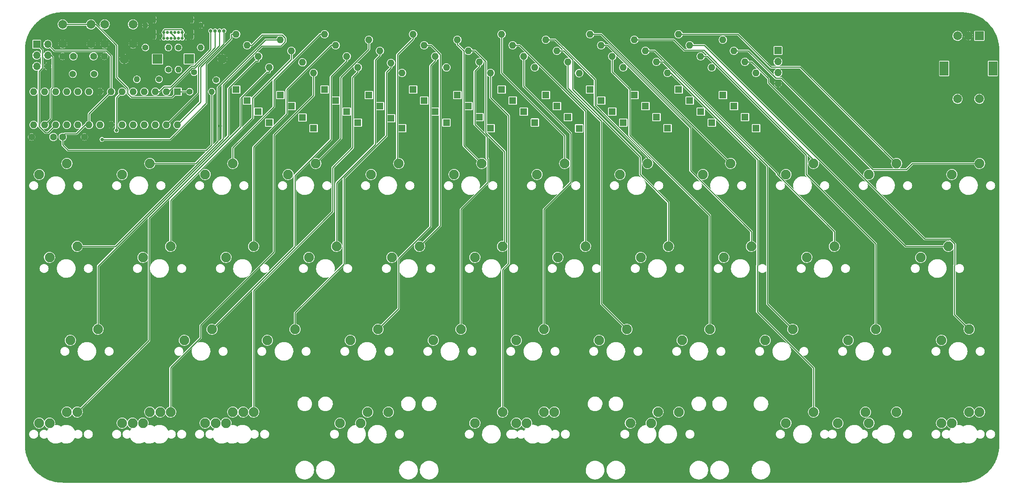
<source format=gbr>
%TF.GenerationSoftware,KiCad,Pcbnew,(5.99.0-10540-g55c1d814f9)*%
%TF.CreationDate,2021-05-28T08:01:38+02:00*%
%TF.ProjectId,0xcb-static,30786362-2d73-4746-9174-69632e6b6963,1.0*%
%TF.SameCoordinates,Original*%
%TF.FileFunction,Copper,L2,Bot*%
%TF.FilePolarity,Positive*%
%FSLAX46Y46*%
G04 Gerber Fmt 4.6, Leading zero omitted, Abs format (unit mm)*
G04 Created by KiCad (PCBNEW (5.99.0-10540-g55c1d814f9)) date 2021-05-28 08:01:38*
%MOMM*%
%LPD*%
G01*
G04 APERTURE LIST*
%TA.AperFunction,ComponentPad*%
%ADD10C,2.250000*%
%TD*%
%TA.AperFunction,ComponentPad*%
%ADD11R,1.600000X1.600000*%
%TD*%
%TA.AperFunction,ComponentPad*%
%ADD12O,1.600000X1.600000*%
%TD*%
%TA.AperFunction,ComponentPad*%
%ADD13C,2.000000*%
%TD*%
%TA.AperFunction,ComponentPad*%
%ADD14R,1.700000X1.700000*%
%TD*%
%TA.AperFunction,ComponentPad*%
%ADD15O,1.700000X1.700000*%
%TD*%
%TA.AperFunction,ComponentPad*%
%ADD16R,2.200000X2.200000*%
%TD*%
%TA.AperFunction,ComponentPad*%
%ADD17O,2.200000X2.200000*%
%TD*%
%TA.AperFunction,ComponentPad*%
%ADD18C,1.400000*%
%TD*%
%TA.AperFunction,ComponentPad*%
%ADD19O,1.400000X1.400000*%
%TD*%
%TA.AperFunction,ComponentPad*%
%ADD20C,1.600000*%
%TD*%
%TA.AperFunction,ComponentPad*%
%ADD21C,1.500000*%
%TD*%
%TA.AperFunction,ComponentPad*%
%ADD22R,2.000000X2.000000*%
%TD*%
%TA.AperFunction,ComponentPad*%
%ADD23R,2.000000X3.200000*%
%TD*%
%TA.AperFunction,ComponentPad*%
%ADD24C,0.700000*%
%TD*%
%TA.AperFunction,ComponentPad*%
%ADD25O,0.900000X1.700000*%
%TD*%
%TA.AperFunction,ComponentPad*%
%ADD26O,0.900000X2.400000*%
%TD*%
%TA.AperFunction,ViaPad*%
%ADD27C,0.800000*%
%TD*%
%TA.AperFunction,Conductor*%
%ADD28C,0.250000*%
%TD*%
G04 APERTURE END LIST*
D10*
%TO.P,MX37_1,1,COL*%
%TO.N,COL0*%
X64928800Y-134620000D03*
%TO.P,MX37_1,2,ROW*%
%TO.N,Net-(D38-Pad2)*%
X71278800Y-132080000D03*
%TD*%
D11*
%TO.P,D36,1,K*%
%TO.N,ROW5*%
X205549500Y-64262000D03*
D12*
%TO.P,D36,2,A*%
%TO.N,Net-(D36-Pad2)*%
X205549500Y-51562000D03*
%TD*%
D10*
%TO.P,MX22,1,COL*%
%TO.N,COL4*%
X219710000Y-96520000D03*
%TO.P,MX22,2,ROW*%
%TO.N,Net-(D22-Pad2)*%
X226060000Y-93980000D03*
%TD*%
D11*
%TO.P,D49,1,K*%
%TO.N,ROW6*%
X197929500Y-65532000D03*
D12*
%TO.P,D49,2,A*%
%TO.N,Net-(D49-Pad2)*%
X197929500Y-52832000D03*
%TD*%
D10*
%TO.P,MX27,1,COL*%
%TO.N,COL1*%
X95885000Y-115570000D03*
%TO.P,MX27,2,ROW*%
%TO.N,Net-(D28-Pad2)*%
X102235000Y-113030000D03*
%TD*%
D11*
%TO.P,D20,1,K*%
%TO.N,ROW3*%
X162369500Y-61722000D03*
D12*
%TO.P,D20,2,A*%
%TO.N,Net-(D20-Pad2)*%
X162369500Y-49022000D03*
%TD*%
D13*
%TO.P,SW2,1,1*%
%TO.N,COL1*%
X58535500Y-42962000D03*
X65035500Y-42962000D03*
%TO.P,SW2,2,2*%
%TO.N,GND*%
X65035500Y-47462000D03*
X58535500Y-47462000D03*
%TD*%
D10*
%TO.P,MX25,1,COL*%
%TO.N,COL0*%
X50641300Y-115570000D03*
%TO.P,MX25,2,ROW*%
%TO.N,Net-(D25-Pad2)*%
X56991300Y-113030000D03*
%TD*%
%TO.P,MX41,1,COL*%
%TO.N,COL4*%
X184010000Y-134620000D03*
%TO.P,MX41,2,ROW*%
%TO.N,Net-(D41-Pad2)*%
X190360000Y-132080000D03*
%TD*%
D14*
%TO.P,OL1,1,SDA*%
%TO.N,SDA*%
X213110000Y-48980000D03*
D15*
%TO.P,OL1,2,SCL*%
%TO.N,SCL*%
X213110000Y-51520000D03*
%TO.P,OL1,3,VCC*%
%TO.N,+5V*%
X213110000Y-54060000D03*
%TO.P,OL1,4,GND*%
%TO.N,GND*%
X213110000Y-56600000D03*
%TD*%
D11*
%TO.P,D10,1,K*%
%TO.N,ROW1*%
X180149500Y-59182000D03*
D12*
%TO.P,D10,2,A*%
%TO.N,Net-(D10-Pad2)*%
X180149500Y-46482000D03*
%TD*%
D10*
%TO.P,MX21,1,COL*%
%TO.N,COL4*%
X200660000Y-96520000D03*
%TO.P,MX21,2,ROW*%
%TO.N,Net-(D21-Pad2)*%
X207010000Y-93980000D03*
%TD*%
D11*
%TO.P,D14,1,K*%
%TO.N,ROW3*%
X101409500Y-61722000D03*
D12*
%TO.P,D14,2,A*%
%TO.N,Net-(D14-Pad2)*%
X101409500Y-49022000D03*
%TD*%
D10*
%TO.P,MX11,1,COL*%
%TO.N,COL5*%
X233997500Y-77470000D03*
%TO.P,MX11,2,ROW*%
%TO.N,Net-(D11-Pad2)*%
X240347500Y-74930000D03*
%TD*%
%TO.P,MX38_2,1,COL*%
%TO.N,COL1*%
X86360000Y-134620000D03*
%TO.P,MX38_2,2,ROW*%
%TO.N,Net-(D39-Pad2)*%
X92710000Y-132080000D03*
%TD*%
%TO.P,MX14,1,COL*%
%TO.N,COL0*%
X67310000Y-96520000D03*
%TO.P,MX14,2,ROW*%
%TO.N,Net-(D14-Pad2)*%
X73660000Y-93980000D03*
%TD*%
%TO.P,MX40,1,COL*%
%TO.N,COL2*%
X143510000Y-134620000D03*
%TO.P,MX40,2,ROW*%
%TO.N,Net-(D42-Pad2)*%
X149860000Y-132080000D03*
%TD*%
%TO.P,MX31,1,COL*%
%TO.N,COL3*%
X172085000Y-115570000D03*
%TO.P,MX31,2,ROW*%
%TO.N,Net-(D32-Pad2)*%
X178435000Y-113030000D03*
%TD*%
D16*
%TO.P,D47,1,K*%
%TO.N,Net-(D47-Pad1)*%
X70640000Y-50930000D03*
D17*
%TO.P,D47,2,A*%
%TO.N,GND*%
X63020000Y-50930000D03*
%TD*%
D10*
%TO.P,MX16,1,COL*%
%TO.N,COL1*%
X105410000Y-96520000D03*
%TO.P,MX16,2,ROW*%
%TO.N,Net-(D16-Pad2)*%
X111760000Y-93980000D03*
%TD*%
D11*
%TO.P,D27,1,K*%
%TO.N,ROW4*%
X114109500Y-62992000D03*
D12*
%TO.P,D27,2,A*%
%TO.N,Net-(D27-Pad2)*%
X114109500Y-50292000D03*
%TD*%
D11*
%TO.P,D28,1,K*%
%TO.N,ROW5*%
X124269500Y-64516000D03*
D12*
%TO.P,D28,2,A*%
%TO.N,Net-(D28-Pad2)*%
X124269500Y-51816000D03*
%TD*%
D10*
%TO.P,MX10,1,COL*%
%TO.N,COL4*%
X214947500Y-77470000D03*
%TO.P,MX10,2,ROW*%
%TO.N,Net-(D10-Pad2)*%
X221297500Y-74930000D03*
%TD*%
D18*
%TO.P,R1,1*%
%TO.N,GND*%
X80581500Y-43180000D03*
D19*
%TO.P,R1,2*%
%TO.N,Net-(J1-PadA5)*%
X80581500Y-48260000D03*
%TD*%
D10*
%TO.P,MX29,1,COL*%
%TO.N,COL2*%
X133985000Y-115570000D03*
%TO.P,MX29,2,ROW*%
%TO.N,Net-(D30-Pad2)*%
X140335000Y-113030000D03*
%TD*%
%TO.P,MX33,1,COL*%
%TO.N,COL4*%
X210185000Y-115570000D03*
%TO.P,MX33,2,ROW*%
%TO.N,Net-(D34-Pad2)*%
X216535000Y-113030000D03*
%TD*%
D11*
%TO.P,D17,1,K*%
%TO.N,ROW2*%
X131889500Y-60452000D03*
D12*
%TO.P,D17,2,A*%
%TO.N,Net-(D17-Pad2)*%
X131889500Y-47752000D03*
%TD*%
D11*
%TO.P,D40,1,K*%
%TO.N,ROW7*%
X126809500Y-66802000D03*
D12*
%TO.P,D40,2,A*%
%TO.N,Net-(D40-Pad2)*%
X126809500Y-54102000D03*
%TD*%
D11*
%TO.P,D32,1,K*%
%TO.N,ROW5*%
X164909500Y-64262000D03*
D12*
%TO.P,D32,2,A*%
%TO.N,Net-(D32-Pad2)*%
X164909500Y-51562000D03*
%TD*%
D10*
%TO.P,MX39,1,COL*%
%TO.N,COL1*%
X117316300Y-134620000D03*
%TO.P,MX39,2,ROW*%
%TO.N,Net-(D39-Pad2)*%
X123666300Y-132080000D03*
%TD*%
D11*
%TO.P,D50,1,K*%
%TO.N,ROW7*%
X208089500Y-66802000D03*
D12*
%TO.P,D50,2,A*%
%TO.N,Net-(D50-Pad2)*%
X208089500Y-54102000D03*
%TD*%
D10*
%TO.P,MX40_1,1,COL*%
%TO.N,COL2*%
X153050000Y-134610000D03*
%TO.P,MX40_1,2,ROW*%
%TO.N,Net-(D42-Pad2)*%
X159400000Y-132070000D03*
%TD*%
D20*
%TO.P,C2,1*%
%TO.N,+5V*%
X46759500Y-68834000D03*
%TO.P,C2,2*%
%TO.N,GND*%
X41759500Y-68834000D03*
%TD*%
D18*
%TO.P,R4,1*%
%TO.N,Net-(D46-Pad1)*%
X75438000Y-48260000D03*
D19*
%TO.P,R4,2*%
%TO.N,D+*%
X75438000Y-53340000D03*
%TD*%
D10*
%TO.P,MX43_1,1,COL*%
%TO.N,COL5*%
X226853800Y-134620000D03*
%TO.P,MX43_1,2,ROW*%
%TO.N,Net-(D43-Pad2)*%
X233203800Y-132080000D03*
%TD*%
D11*
%TO.P,D19,1,K*%
%TO.N,ROW2*%
X152209500Y-60452000D03*
D12*
%TO.P,D19,2,A*%
%TO.N,Net-(D19-Pad2)*%
X152209500Y-47752000D03*
%TD*%
D11*
%TO.P,D35,1,K*%
%TO.N,ROW4*%
X195389500Y-62992000D03*
D12*
%TO.P,D35,2,A*%
%TO.N,Net-(D35-Pad2)*%
X195389500Y-50292000D03*
%TD*%
D18*
%TO.P,R5,1*%
%TO.N,RST*%
X78041500Y-58420000D03*
D19*
%TO.P,R5,2*%
%TO.N,+5V*%
X83121500Y-58420000D03*
%TD*%
D11*
%TO.P,D45,1,K*%
%TO.N,ROW6*%
X177609500Y-65532000D03*
D12*
%TO.P,D45,2,A*%
%TO.N,Net-(D45-Pad2)*%
X177609500Y-52832000D03*
%TD*%
D11*
%TO.P,D4,1,K*%
%TO.N,ROW1*%
X119189500Y-59182000D03*
D12*
%TO.P,D4,2,A*%
%TO.N,Net-(D4-Pad2)*%
X119189500Y-46482000D03*
%TD*%
D11*
%TO.P,D22,1,K*%
%TO.N,ROW3*%
X182689500Y-61722000D03*
D12*
%TO.P,D22,2,A*%
%TO.N,Net-(D22-Pad2)*%
X182689500Y-49022000D03*
%TD*%
D11*
%TO.P,D25,1,K*%
%TO.N,ROW4*%
X93789500Y-62992000D03*
D12*
%TO.P,D25,2,A*%
%TO.N,Net-(D25-Pad2)*%
X93789500Y-50292000D03*
%TD*%
D10*
%TO.P,MX44_1,1,COL*%
%TO.N,COL5*%
X250666300Y-134620000D03*
%TO.P,MX44_1,2,ROW*%
%TO.N,Net-(D44-Pad2)*%
X257016300Y-132080000D03*
%TD*%
%TO.P,MX44,1,COL*%
%TO.N,COL5*%
X253047500Y-134620000D03*
%TO.P,MX44,2,ROW*%
%TO.N,Net-(D44-Pad2)*%
X259397500Y-132080000D03*
%TD*%
%TO.P,MX4,1,COL*%
%TO.N,COL1*%
X100647500Y-77470000D03*
%TO.P,MX4,2,ROW*%
%TO.N,Net-(D4-Pad2)*%
X106997500Y-74930000D03*
%TD*%
D11*
%TO.P,D24,1,K*%
%TO.N,ROW3*%
X203009500Y-61722000D03*
D12*
%TO.P,D24,2,A*%
%TO.N,Net-(D24-Pad2)*%
X203009500Y-49022000D03*
%TD*%
D10*
%TO.P,MX24,1,COL*%
%TO.N,COL5*%
X253047500Y-77470000D03*
%TO.P,MX24,2,ROW*%
%TO.N,Net-(D24-Pad2)*%
X259397500Y-74930000D03*
%TD*%
%TO.P,MX37,1,COL*%
%TO.N,COL0*%
X62547500Y-134620000D03*
%TO.P,MX37,2,ROW*%
%TO.N,Net-(D38-Pad2)*%
X68897500Y-132080000D03*
%TD*%
%TO.P,MX20,1,COL*%
%TO.N,COL3*%
X181610000Y-96520000D03*
%TO.P,MX20,2,ROW*%
%TO.N,Net-(D20-Pad2)*%
X187960000Y-93980000D03*
%TD*%
D11*
%TO.P,D9,1,K*%
%TO.N,ROW0*%
X169989500Y-57912000D03*
D12*
%TO.P,D9,2,A*%
%TO.N,Net-(D9-Pad2)*%
X169989500Y-45212000D03*
%TD*%
D10*
%TO.P,MX7,1,COL*%
%TO.N,COL3*%
X157797500Y-77470000D03*
%TO.P,MX7,2,ROW*%
%TO.N,Net-(D7-Pad2)*%
X164147500Y-74930000D03*
%TD*%
%TO.P,MX36,1,COL*%
%TO.N,COL0*%
X43497500Y-134620000D03*
%TO.P,MX36,2,ROW*%
%TO.N,Net-(D37-Pad2)*%
X49847500Y-132080000D03*
%TD*%
D11*
%TO.P,D39,1,K*%
%TO.N,ROW6*%
X116649500Y-65532000D03*
D12*
%TO.P,D39,2,A*%
%TO.N,Net-(D39-Pad2)*%
X116649500Y-52832000D03*
%TD*%
D11*
%TO.P,D13,1,K*%
%TO.N,ROW2*%
X91249500Y-60452000D03*
D12*
%TO.P,D13,2,A*%
%TO.N,Net-(D13-Pad2)*%
X91249500Y-47752000D03*
%TD*%
D11*
%TO.P,D26,1,K*%
%TO.N,ROW5*%
X103940000Y-64370000D03*
D12*
%TO.P,D26,2,A*%
%TO.N,unconnected-(D26-Pad2)*%
X103940000Y-51670000D03*
%TD*%
D10*
%TO.P,MX42,1,COL*%
%TO.N,COL4*%
X214947500Y-134620000D03*
%TO.P,MX42,2,ROW*%
%TO.N,Net-(D48-Pad2)*%
X221297500Y-132080000D03*
%TD*%
D11*
%TO.P,D12,1,K*%
%TO.N,ROW1*%
X200469500Y-59182000D03*
D12*
%TO.P,D12,2,A*%
%TO.N,Net-(D12-Pad2)*%
X200469500Y-46482000D03*
%TD*%
D20*
%TO.P,C1,1*%
%TO.N,+5V*%
X48871500Y-68834000D03*
%TO.P,C1,2*%
%TO.N,GND*%
X53871500Y-68834000D03*
%TD*%
D11*
%TO.P,D7,1,K*%
%TO.N,ROW0*%
X149669500Y-57912000D03*
D12*
%TO.P,D7,2,A*%
%TO.N,Net-(D7-Pad2)*%
X149669500Y-45212000D03*
%TD*%
D10*
%TO.P,MX17,1,COL*%
%TO.N,COL2*%
X124460000Y-96520000D03*
%TO.P,MX17,2,ROW*%
%TO.N,Net-(D17-Pad2)*%
X130810000Y-93980000D03*
%TD*%
D18*
%TO.P,F1,1*%
%TO.N,Net-(F1-Pad1)*%
X84147500Y-55764000D03*
%TO.P,F1,2*%
%TO.N,+5V*%
X79047500Y-53964000D03*
%TD*%
D10*
%TO.P,MX36_1,1,COL*%
%TO.N,COL0*%
X45878800Y-134620000D03*
%TO.P,MX36_1,2,ROW*%
%TO.N,Net-(D37-Pad2)*%
X52228800Y-132080000D03*
%TD*%
%TO.P,MX30,1,COL*%
%TO.N,COL3*%
X153035000Y-115570000D03*
%TO.P,MX30,2,ROW*%
%TO.N,Net-(D31-Pad2)*%
X159385000Y-113030000D03*
%TD*%
D11*
%TO.P,D41,1,K*%
%TO.N,ROW6*%
X136980000Y-65540000D03*
D12*
%TO.P,D41,2,A*%
%TO.N,unconnected-(D41-Pad2)*%
X136980000Y-52840000D03*
%TD*%
D11*
%TO.P,D3,1,K*%
%TO.N,ROW0*%
X109029500Y-57912000D03*
D12*
%TO.P,D3,2,A*%
%TO.N,Net-(D3-Pad2)*%
X109029500Y-45212000D03*
%TD*%
D18*
%TO.P,R6,1*%
%TO.N,+5V*%
X71010000Y-55590000D03*
D19*
%TO.P,R6,2*%
%TO.N,Net-(D47-Pad1)*%
X65930000Y-55590000D03*
%TD*%
D11*
%TO.P,D5,1,K*%
%TO.N,ROW0*%
X129349500Y-57912000D03*
D12*
%TO.P,D5,2,A*%
%TO.N,Net-(D5-Pad2)*%
X129349500Y-45212000D03*
%TD*%
D10*
%TO.P,MX8,1,COL*%
%TO.N,COL3*%
X176847500Y-77470000D03*
%TO.P,MX8,2,ROW*%
%TO.N,Net-(D8-Pad2)*%
X183197500Y-74930000D03*
%TD*%
%TO.P,MX5,1,COL*%
%TO.N,COL2*%
X119697500Y-77470000D03*
%TO.P,MX5,2,ROW*%
%TO.N,Net-(D5-Pad2)*%
X126047500Y-74930000D03*
%TD*%
%TO.P,MX34,1,COL*%
%TO.N,COL5*%
X229235000Y-115570000D03*
%TO.P,MX34,2,ROW*%
%TO.N,Net-(D35-Pad2)*%
X235585000Y-113030000D03*
%TD*%
D11*
%TO.P,D8,1,K*%
%TO.N,ROW1*%
X159829500Y-59182000D03*
D12*
%TO.P,D8,2,A*%
%TO.N,Net-(D8-Pad2)*%
X159829500Y-46482000D03*
%TD*%
D10*
%TO.P,MX28,1,COL*%
%TO.N,COL2*%
X114935000Y-115570000D03*
%TO.P,MX28,2,ROW*%
%TO.N,Net-(D29-Pad2)*%
X121285000Y-113030000D03*
%TD*%
%TO.P,MX19,1,COL*%
%TO.N,COL3*%
X162560000Y-96520000D03*
%TO.P,MX19,2,ROW*%
%TO.N,Net-(D19-Pad2)*%
X168910000Y-93980000D03*
%TD*%
D11*
%TO.P,D16,1,K*%
%TO.N,ROW3*%
X121729500Y-61722000D03*
D12*
%TO.P,D16,2,A*%
%TO.N,Net-(D16-Pad2)*%
X121729500Y-49022000D03*
%TD*%
D10*
%TO.P,MX15,1,COL*%
%TO.N,COL1*%
X86360000Y-96520000D03*
%TO.P,MX15,2,ROW*%
%TO.N,Net-(D15-Pad2)*%
X92710000Y-93980000D03*
%TD*%
D11*
%TO.P,D6,1,K*%
%TO.N,ROW1*%
X139509500Y-59182000D03*
D12*
%TO.P,D6,2,A*%
%TO.N,Net-(D6-Pad2)*%
X139509500Y-46482000D03*
%TD*%
D11*
%TO.P,D15,1,K*%
%TO.N,ROW2*%
X111569500Y-60452000D03*
D12*
%TO.P,D15,2,A*%
%TO.N,Net-(D15-Pad2)*%
X111569500Y-47752000D03*
%TD*%
D10*
%TO.P,MX43,1,COL*%
%TO.N,COL5*%
X233997500Y-134620000D03*
%TO.P,MX43,2,ROW*%
%TO.N,Net-(D43-Pad2)*%
X240347500Y-132080000D03*
%TD*%
D11*
%TO.P,D23,1,K*%
%TO.N,ROW2*%
X192849500Y-60452000D03*
D12*
%TO.P,D23,2,A*%
%TO.N,Net-(D23-Pad2)*%
X192849500Y-47752000D03*
%TD*%
D10*
%TO.P,MX18,1,COL*%
%TO.N,COL2*%
X143510000Y-96520000D03*
%TO.P,MX18,2,ROW*%
%TO.N,Net-(D18-Pad2)*%
X149860000Y-93980000D03*
%TD*%
D11*
%TO.P,D31,1,K*%
%TO.N,ROW4*%
X154749500Y-62992000D03*
D12*
%TO.P,D31,2,A*%
%TO.N,Net-(D31-Pad2)*%
X154749500Y-50292000D03*
%TD*%
D11*
%TO.P,D43,1,K*%
%TO.N,ROW6*%
X157290000Y-65520000D03*
D12*
%TO.P,D43,2,A*%
%TO.N,unconnected-(D43-Pad2)*%
X157290000Y-52820000D03*
%TD*%
D10*
%TO.P,MX23,1,COL*%
%TO.N,COL5*%
X245903800Y-96520000D03*
%TO.P,MX23,2,ROW*%
%TO.N,Net-(D23-Pad2)*%
X252253800Y-93980000D03*
%TD*%
D11*
%TO.P,U1,1,~RESET~/PC6*%
%TO.N,RST*%
X75247500Y-58420000D03*
D12*
%TO.P,U1,2,PD0*%
%TO.N,EA*%
X72707500Y-58420000D03*
%TO.P,U1,3,PD1*%
%TO.N,EB*%
X70167500Y-58420000D03*
%TO.P,U1,4,PD2*%
%TO.N,D+*%
X67627500Y-58420000D03*
%TO.P,U1,5,PD3*%
%TO.N,D-*%
X65087500Y-58420000D03*
%TO.P,U1,6,PD4*%
%TO.N,COL1*%
X62547500Y-58420000D03*
%TO.P,U1,7,VCC*%
%TO.N,+5V*%
X60007500Y-58420000D03*
%TO.P,U1,8,GND*%
%TO.N,GND*%
X57467500Y-58420000D03*
%TO.P,U1,9,XTAL1/PB6*%
%TO.N,Net-(C3-Pad2)*%
X54927500Y-58420000D03*
%TO.P,U1,10,XTAL2/PB7*%
%TO.N,Net-(C4-Pad2)*%
X52387500Y-58420000D03*
%TO.P,U1,11,PD5*%
%TO.N,ROW0*%
X49847500Y-58420000D03*
%TO.P,U1,12,PD6*%
%TO.N,ROW1*%
X47307500Y-58420000D03*
%TO.P,U1,13,PD7*%
%TO.N,ROW2*%
X44767500Y-58420000D03*
%TO.P,U1,14,PB0*%
%TO.N,ROW3*%
X42227500Y-58420000D03*
%TO.P,U1,15,PB1*%
%TO.N,ROW4*%
X42227500Y-66040000D03*
%TO.P,U1,16,PB2*%
%TO.N,ROW5*%
X44767500Y-66040000D03*
%TO.P,U1,17,PB3*%
%TO.N,ROW6*%
X47307500Y-66040000D03*
%TO.P,U1,18,PB4*%
%TO.N,ROW7*%
X49847500Y-66040000D03*
%TO.P,U1,19,PB5*%
%TO.N,COL0*%
X52387500Y-66040000D03*
%TO.P,U1,20,AVCC*%
%TO.N,+5V*%
X54927500Y-66040000D03*
%TO.P,U1,21,AREF*%
%TO.N,unconnected-(U1-Pad21)*%
X57467500Y-66040000D03*
%TO.P,U1,22,GND*%
%TO.N,GND*%
X60007500Y-66040000D03*
%TO.P,U1,23,PC0*%
%TO.N,COL2*%
X62547500Y-66040000D03*
%TO.P,U1,24,PC1*%
%TO.N,COL3*%
X65087500Y-66040000D03*
%TO.P,U1,25,PC2*%
%TO.N,COL4*%
X67627500Y-66040000D03*
%TO.P,U1,26,PC3*%
%TO.N,COL5*%
X70167500Y-66040000D03*
%TO.P,U1,27,PC4*%
%TO.N,SDA*%
X72707500Y-66040000D03*
%TO.P,U1,28,PC5*%
%TO.N,SCL*%
X75247500Y-66040000D03*
%TD*%
D11*
%TO.P,D29,1,K*%
%TO.N,ROW4*%
X134429500Y-62992000D03*
D12*
%TO.P,D29,2,A*%
%TO.N,Net-(D29-Pad2)*%
X134429500Y-50292000D03*
%TD*%
D11*
%TO.P,D1,1,K*%
%TO.N,ROW0*%
X88709500Y-57912000D03*
D12*
%TO.P,D1,2,A*%
%TO.N,Net-(D1-Pad2)*%
X88709500Y-45212000D03*
%TD*%
D11*
%TO.P,D18,1,K*%
%TO.N,ROW3*%
X142049500Y-61722000D03*
D12*
%TO.P,D18,2,A*%
%TO.N,Net-(D18-Pad2)*%
X142049500Y-49022000D03*
%TD*%
D11*
%TO.P,D48,1,K*%
%TO.N,ROW7*%
X187769500Y-66802000D03*
D12*
%TO.P,D48,2,A*%
%TO.N,Net-(D48-Pad2)*%
X187769500Y-54102000D03*
%TD*%
D10*
%TO.P,MX35,1,COL*%
%TO.N,COL5*%
X250666300Y-115570000D03*
%TO.P,MX35,2,ROW*%
%TO.N,Net-(D36-Pad2)*%
X257016300Y-113030000D03*
%TD*%
%TO.P,MX37_2,1,COL*%
%TO.N,COL0*%
X67310000Y-134620000D03*
%TO.P,MX37_2,2,ROW*%
%TO.N,Net-(D38-Pad2)*%
X73660000Y-132080000D03*
%TD*%
D11*
%TO.P,D38,1,K*%
%TO.N,ROW7*%
X106489500Y-66802000D03*
D12*
%TO.P,D38,2,A*%
%TO.N,Net-(D38-Pad2)*%
X106489500Y-54102000D03*
%TD*%
D10*
%TO.P,MX38,1,COL*%
%TO.N,COL1*%
X81597500Y-134620000D03*
%TO.P,MX38,2,ROW*%
%TO.N,Net-(D39-Pad2)*%
X87947500Y-132080000D03*
%TD*%
%TO.P,MX9,1,COL*%
%TO.N,COL4*%
X195897500Y-77470000D03*
%TO.P,MX9,2,ROW*%
%TO.N,Net-(D9-Pad2)*%
X202247500Y-74930000D03*
%TD*%
%TO.P,MX41_1,1,COL*%
%TO.N,COL4*%
X179230000Y-134620000D03*
%TO.P,MX41_1,2,ROW*%
%TO.N,Net-(D41-Pad2)*%
X185580000Y-132080000D03*
%TD*%
%TO.P,MX2,1,COL*%
%TO.N,COL0*%
X62547500Y-77470000D03*
%TO.P,MX2,2,ROW*%
%TO.N,Net-(D2-Pad2)*%
X68897500Y-74930000D03*
%TD*%
%TO.P,MX1,1,COL*%
%TO.N,COL0*%
X43497500Y-77470000D03*
%TO.P,MX1,2,ROW*%
%TO.N,Net-(D1-Pad2)*%
X49847500Y-74930000D03*
%TD*%
D11*
%TO.P,D30,1,K*%
%TO.N,ROW5*%
X144589500Y-64262000D03*
D12*
%TO.P,D30,2,A*%
%TO.N,Net-(D30-Pad2)*%
X144589500Y-51562000D03*
%TD*%
D10*
%TO.P,MX40_2,1*%
%TO.N,COL2*%
X155416300Y-134620000D03*
%TO.P,MX40_2,2*%
%TO.N,Net-(D42-Pad2)*%
X161766300Y-132080000D03*
%TD*%
D11*
%TO.P,D21,1,K*%
%TO.N,ROW2*%
X172529500Y-60452000D03*
D12*
%TO.P,D21,2,A*%
%TO.N,Net-(D21-Pad2)*%
X172529500Y-47752000D03*
%TD*%
D20*
%TO.P,C3,1*%
%TO.N,GND*%
X58463500Y-50292000D03*
%TO.P,C3,2*%
%TO.N,Net-(C3-Pad2)*%
X55963500Y-50292000D03*
%TD*%
D16*
%TO.P,D46,1,K*%
%TO.N,Net-(D46-Pad1)*%
X77940000Y-50890000D03*
D17*
%TO.P,D46,2,A*%
%TO.N,GND*%
X85560000Y-50890000D03*
%TD*%
D11*
%TO.P,D2,1,K*%
%TO.N,ROW1*%
X98869500Y-59182000D03*
D12*
%TO.P,D2,2,A*%
%TO.N,Net-(D2-Pad2)*%
X98869500Y-46482000D03*
%TD*%
D11*
%TO.P,D34,1,K*%
%TO.N,ROW5*%
X185229500Y-64262000D03*
D12*
%TO.P,D34,2,A*%
%TO.N,Net-(D34-Pad2)*%
X185229500Y-51562000D03*
%TD*%
D21*
%TO.P,Y1,1,1*%
%TO.N,Net-(C4-Pad2)*%
X51207500Y-54346000D03*
%TO.P,Y1,2,2*%
%TO.N,Net-(C3-Pad2)*%
X56087500Y-54346000D03*
%TD*%
D11*
%TO.P,D33,1,K*%
%TO.N,ROW4*%
X175069500Y-62992000D03*
D12*
%TO.P,D33,2,A*%
%TO.N,Net-(D33-Pad2)*%
X175069500Y-50292000D03*
%TD*%
D10*
%TO.P,MX32,1,COL*%
%TO.N,COL4*%
X191135000Y-115570000D03*
%TO.P,MX32,2,ROW*%
%TO.N,Net-(D33-Pad2)*%
X197485000Y-113030000D03*
%TD*%
D18*
%TO.P,R2,1*%
%TO.N,Net-(J1-PadB5)*%
X67881500Y-48260000D03*
D19*
%TO.P,R2,2*%
%TO.N,GND*%
X67881500Y-43180000D03*
%TD*%
D10*
%TO.P,MX13,1,COL*%
%TO.N,COL0*%
X45878800Y-96520000D03*
%TO.P,MX13,2,ROW*%
%TO.N,Net-(D13-Pad2)*%
X52228800Y-93980000D03*
%TD*%
D22*
%TO.P,MX12,A,A*%
%TO.N,EA*%
X259357500Y-45582000D03*
D13*
%TO.P,MX12,B,B*%
%TO.N,EB*%
X254357500Y-45582000D03*
%TO.P,MX12,C,C*%
%TO.N,GND*%
X256857500Y-45582000D03*
D23*
%TO.P,MX12,MP*%
%TO.N,N/C*%
X251257500Y-53082000D03*
X262457500Y-53082000D03*
D13*
%TO.P,MX12,S1,S1*%
%TO.N,COL5*%
X254357500Y-60082000D03*
%TO.P,MX12,S2,S2*%
%TO.N,Net-(D12-Pad2)*%
X259357500Y-60082000D03*
%TD*%
D11*
%TO.P,D42,1,K*%
%TO.N,ROW7*%
X147129500Y-66802000D03*
D12*
%TO.P,D42,2,A*%
%TO.N,Net-(D42-Pad2)*%
X147129500Y-54102000D03*
%TD*%
D10*
%TO.P,MX3,1,COL*%
%TO.N,COL1*%
X81597500Y-77470000D03*
%TO.P,MX3,2,ROW*%
%TO.N,Net-(D3-Pad2)*%
X87947500Y-74930000D03*
%TD*%
D18*
%TO.P,R3,1*%
%TO.N,D-*%
X73152000Y-53340000D03*
D19*
%TO.P,R3,2*%
%TO.N,Net-(D47-Pad1)*%
X73152000Y-48260000D03*
%TD*%
D11*
%TO.P,D11,1,K*%
%TO.N,ROW0*%
X190309500Y-57912000D03*
D12*
%TO.P,D11,2,A*%
%TO.N,Net-(D11-Pad2)*%
X190309500Y-45212000D03*
%TD*%
D24*
%TO.P,J1,A1,GND*%
%TO.N,GND*%
X77206500Y-46189000D03*
%TO.P,J1,A4,VBUS*%
%TO.N,Net-(F1-Pad1)*%
X76356500Y-46189000D03*
%TO.P,J1,A5,CC1*%
%TO.N,Net-(J1-PadA5)*%
X75506500Y-46189000D03*
%TO.P,J1,A6,D+*%
%TO.N,Net-(D46-Pad1)*%
X74656500Y-46189000D03*
%TO.P,J1,A7,D-*%
%TO.N,Net-(D47-Pad1)*%
X73806500Y-46189000D03*
%TO.P,J1,A8,SBU1*%
%TO.N,unconnected-(J1-PadA8)*%
X72956500Y-46189000D03*
%TO.P,J1,A9,VBUS*%
%TO.N,Net-(F1-Pad1)*%
X72106500Y-46189000D03*
%TO.P,J1,A12,GND*%
%TO.N,GND*%
X71256500Y-46189000D03*
%TO.P,J1,B1,GND*%
X71256500Y-44839000D03*
%TO.P,J1,B4,VBUS*%
%TO.N,Net-(F1-Pad1)*%
X72106500Y-44839000D03*
%TO.P,J1,B5,CC2*%
%TO.N,Net-(J1-PadB5)*%
X72956500Y-44839000D03*
%TO.P,J1,B6,D+*%
%TO.N,Net-(D46-Pad1)*%
X73806500Y-44839000D03*
%TO.P,J1,B7,D-*%
%TO.N,Net-(D47-Pad1)*%
X74656500Y-44839000D03*
%TO.P,J1,B8,SBU2*%
%TO.N,unconnected-(J1-PadB8)*%
X75506500Y-44839000D03*
%TO.P,J1,B9,VBUS*%
%TO.N,Net-(F1-Pad1)*%
X76356500Y-44839000D03*
%TO.P,J1,B12,GND*%
%TO.N,GND*%
X77206500Y-44839000D03*
D25*
%TO.P,J1,S1,SHIELD*%
X69906500Y-41829000D03*
X78556500Y-41829000D03*
D26*
X78556500Y-45209000D03*
X69906500Y-45209000D03*
%TD*%
D10*
%TO.P,MX38_1,1,COL*%
%TO.N,COL1*%
X83978800Y-134620000D03*
%TO.P,MX38_1,2,ROW*%
%TO.N,Net-(D39-Pad2)*%
X90328800Y-132080000D03*
%TD*%
D11*
%TO.P,D37,1,K*%
%TO.N,ROW6*%
X96329500Y-65532000D03*
D12*
%TO.P,D37,2,A*%
%TO.N,Net-(D37-Pad2)*%
X96329500Y-52832000D03*
%TD*%
D14*
%TO.P,J2,1,MISO*%
%TO.N,ROW6*%
X42921000Y-47513000D03*
D15*
%TO.P,J2,2,VCC*%
%TO.N,+5V*%
X45461000Y-47513000D03*
%TO.P,J2,3,SCK*%
%TO.N,ROW7*%
X42921000Y-50053000D03*
%TO.P,J2,4,MOSI*%
%TO.N,ROW5*%
X45461000Y-50053000D03*
%TO.P,J2,5,~RST*%
%TO.N,RST*%
X42921000Y-52593000D03*
%TO.P,J2,6,GND*%
%TO.N,GND*%
X45461000Y-52593000D03*
%TD*%
D20*
%TO.P,C4,1*%
%TO.N,GND*%
X48851500Y-50292000D03*
%TO.P,C4,2*%
%TO.N,Net-(C4-Pad2)*%
X51351500Y-50292000D03*
%TD*%
D13*
%TO.P,SW1,1,1*%
%TO.N,RST*%
X55383500Y-42962000D03*
X48883500Y-42962000D03*
%TO.P,SW1,2,2*%
%TO.N,GND*%
X48883500Y-47462000D03*
X55383500Y-47462000D03*
%TD*%
D10*
%TO.P,MX26,1,COL*%
%TO.N,COL1*%
X76835000Y-115570000D03*
%TO.P,MX26,2,ROW*%
%TO.N,Net-(D27-Pad2)*%
X83185000Y-113030000D03*
%TD*%
%TO.P,MX6,1,COL*%
%TO.N,COL2*%
X138747500Y-77470000D03*
%TO.P,MX6,2,ROW*%
%TO.N,Net-(D6-Pad2)*%
X145097500Y-74930000D03*
%TD*%
%TO.P,MX39_1,1,COL*%
%TO.N,COL1*%
X112553800Y-134620000D03*
%TO.P,MX39_1,2,ROW*%
%TO.N,Net-(D39-Pad2)*%
X118903800Y-132080000D03*
%TD*%
D11*
%TO.P,D44,1,K*%
%TO.N,ROW7*%
X167460000Y-66860000D03*
D12*
%TO.P,D44,2,A*%
%TO.N,unconnected-(D44-Pad2)*%
X167460000Y-54160000D03*
%TD*%
D27*
%TO.N,GND*%
X134580000Y-53650000D03*
X149610000Y-70330000D03*
X142200000Y-66600000D03*
X195311000Y-70680600D03*
X80510000Y-66350000D03*
X147066000Y-72136000D03*
X144447000Y-71877300D03*
X148082000Y-55880000D03*
X132334000Y-136906000D03*
X76890000Y-67210000D03*
X79502000Y-83820000D03*
X106830000Y-84890000D03*
X55880000Y-125476000D03*
X153370000Y-66510000D03*
X185166000Y-111760000D03*
X195047000Y-103605000D03*
X233934000Y-55880000D03*
X209716564Y-82968213D03*
X134460000Y-83350000D03*
X111640000Y-66460000D03*
X223800000Y-61340000D03*
X85070000Y-66310000D03*
X144820000Y-54830000D03*
X245872000Y-140716000D03*
X82070000Y-64970000D03*
X87570000Y-55950000D03*
X171440000Y-66490000D03*
X110080000Y-70860000D03*
%TO.N,Net-(D1-Pad2)*%
X57909000Y-69401800D03*
%TO.N,COL1*%
X61214000Y-67310000D03*
%TO.N,EB*%
X82867500Y-44450000D03*
%TO.N,EA*%
X83883500Y-44450000D03*
%TO.N,SDA*%
X84899500Y-44450000D03*
%TO.N,SCL*%
X85899000Y-44450000D03*
%TD*%
D28*
%TO.N,+5V*%
X48871500Y-68834000D02*
X48871500Y-70652000D01*
X54927500Y-66040000D02*
X54927500Y-63500000D01*
X81851500Y-71882000D02*
X83121500Y-70612000D01*
X60007500Y-50171700D02*
X58857800Y-49022000D01*
X54927500Y-63500000D02*
X60007500Y-58420000D01*
X54051800Y-66040000D02*
X52019800Y-68072000D01*
X60007500Y-58420000D02*
X60007500Y-50171700D01*
X83121500Y-58038000D02*
X83121500Y-58420000D01*
X50101500Y-71882000D02*
X81851500Y-71882000D01*
X46970000Y-49022000D02*
X45461000Y-47513000D01*
X48871500Y-68580000D02*
X48871500Y-68834000D01*
X58857800Y-49022000D02*
X46970000Y-49022000D01*
X83121500Y-70612000D02*
X83121500Y-58420000D01*
X48871500Y-70652000D02*
X50101500Y-71882000D01*
X52019800Y-68072000D02*
X49379500Y-68072000D01*
X49379500Y-68072000D02*
X48871500Y-68580000D01*
X54927500Y-66040000D02*
X54051800Y-66040000D01*
%TO.N,Net-(D9-Pad2)*%
X202247500Y-74930000D02*
X172529500Y-45212000D01*
X172529500Y-45212000D02*
X169989500Y-45212000D01*
%TO.N,Net-(D8-Pad2)*%
X171107100Y-55634600D02*
X171107100Y-61541700D01*
X183197500Y-73632100D02*
X183197500Y-74930000D01*
X161954500Y-46482000D02*
X171107100Y-55634600D01*
X159829500Y-46482000D02*
X161954500Y-46482000D01*
X171107100Y-61541700D02*
X183197500Y-73632100D01*
%TO.N,Net-(D7-Pad2)*%
X149669500Y-45212000D02*
X149669500Y-54101500D01*
X164147500Y-68579500D02*
X164147500Y-74930000D01*
X149669500Y-54101500D02*
X164147500Y-68579500D01*
%TO.N,Net-(D6-Pad2)*%
X140974100Y-70806600D02*
X140974100Y-49021900D01*
X140974100Y-49021900D02*
X139509500Y-47557300D01*
X139509500Y-46482000D02*
X139509500Y-47557300D01*
X145097500Y-74930000D02*
X140974100Y-70806600D01*
%TO.N,Net-(D5-Pad2)*%
X129349500Y-45212000D02*
X129349500Y-46287300D01*
X129349500Y-46287300D02*
X125734100Y-49902700D01*
X125734100Y-49902700D02*
X125734100Y-74616600D01*
X125734100Y-74616600D02*
X126047500Y-74930000D01*
%TO.N,Net-(D4-Pad2)*%
X112750800Y-55159100D02*
X112750800Y-69176700D01*
X119189500Y-46482000D02*
X119189500Y-48720400D01*
X119189500Y-48720400D02*
X112750800Y-55159100D01*
X112750800Y-69176700D02*
X106997500Y-74930000D01*
%TO.N,Net-(D38-Pad2)*%
X73660000Y-132080000D02*
X73660000Y-121885700D01*
X106489500Y-59290000D02*
X106489500Y-54102000D01*
X73660000Y-121885700D02*
X80563800Y-114981900D01*
X80563800Y-114981900D02*
X80563800Y-112119300D01*
X97404900Y-68374600D02*
X106489500Y-59290000D01*
X97404900Y-95278200D02*
X97404900Y-68374600D01*
X80563800Y-112119300D02*
X97404900Y-95278200D01*
%TO.N,Net-(D36-Pad2)*%
X210922700Y-55409000D02*
X210922700Y-56375600D01*
X210922700Y-56375600D02*
X246830000Y-92282900D01*
X253715300Y-98267900D02*
X253631500Y-98351700D01*
X253715300Y-93422900D02*
X253715300Y-98267900D01*
X246830000Y-92282900D02*
X252575300Y-92282900D01*
X207075700Y-51562000D02*
X210922700Y-55409000D01*
X205549500Y-51562000D02*
X207075700Y-51562000D01*
X253631500Y-109645200D02*
X257016300Y-113030000D01*
X253631500Y-98351700D02*
X253631500Y-109645200D01*
X252575300Y-92282900D02*
X253715300Y-93422900D01*
%TO.N,Net-(D35-Pad2)*%
X235585000Y-93384400D02*
X235585000Y-113030000D01*
X195389500Y-50292000D02*
X196913400Y-50292000D01*
X196913400Y-50292000D02*
X219598400Y-72977000D01*
X219598400Y-72977000D02*
X219598400Y-77397800D01*
X219598400Y-77397800D02*
X235585000Y-93384400D01*
%TO.N,Net-(D34-Pad2)*%
X210700400Y-75494000D02*
X210700400Y-107195400D01*
X186768400Y-51562000D02*
X210700400Y-75494000D01*
X185229500Y-51562000D02*
X186768400Y-51562000D01*
X210700400Y-107195400D02*
X216535000Y-113030000D01*
%TO.N,Net-(D33-Pad2)*%
X197485000Y-86860500D02*
X179074100Y-68449600D01*
X175069500Y-53851100D02*
X175069500Y-50292000D01*
X179074100Y-68449600D02*
X179074100Y-57855700D01*
X179074100Y-57855700D02*
X175069500Y-53851100D01*
X197485000Y-113030000D02*
X197485000Y-86860500D01*
%TO.N,Net-(D32-Pad2)*%
X164909500Y-51562000D02*
X164909500Y-57548600D01*
X172600400Y-107195400D02*
X178435000Y-113030000D01*
X172600400Y-65239500D02*
X172600400Y-107195400D01*
X164909500Y-57548600D02*
X172600400Y-65239500D01*
%TO.N,Net-(D31-Pad2)*%
X159385000Y-85441800D02*
X159385000Y-113030000D01*
X165547900Y-79278900D02*
X159385000Y-85441800D01*
X154749500Y-57175000D02*
X165547900Y-67973400D01*
X165547900Y-67973400D02*
X165547900Y-79278900D01*
X154749500Y-50292000D02*
X154749500Y-57175000D01*
%TO.N,Net-(D3-Pad2)*%
X97359400Y-61899500D02*
X97359400Y-55806800D01*
X87947500Y-71311400D02*
X97359400Y-61899500D01*
X87947500Y-74930000D02*
X87947500Y-71311400D01*
X97359400Y-55806800D02*
X107954200Y-45212000D01*
X109029500Y-45212000D02*
X107954200Y-45212000D01*
%TO.N,Net-(D29-Pad2)*%
X126000700Y-108314300D02*
X121285000Y-113030000D01*
X126000700Y-96780400D02*
X126000700Y-108314300D01*
X133354200Y-89426900D02*
X126000700Y-96780400D01*
X134429500Y-51367300D02*
X133354200Y-52442600D01*
X133354200Y-52442600D02*
X133354200Y-89426900D01*
X134429500Y-50292000D02*
X134429500Y-51367300D01*
%TO.N,Net-(D28-Pad2)*%
X102235000Y-109254300D02*
X102235000Y-113030000D01*
X113457200Y-78283600D02*
X113457200Y-98032100D01*
X123194200Y-68546600D02*
X113457200Y-78283600D01*
X124269500Y-52891300D02*
X123194200Y-53966600D01*
X123194200Y-53966600D02*
X123194200Y-68546600D01*
X124269500Y-51816000D02*
X124269500Y-52891300D01*
X113457200Y-98032100D02*
X102235000Y-109254300D01*
%TO.N,Net-(D27-Pad2)*%
X114109500Y-51367300D02*
X110494100Y-54982700D01*
X102188200Y-77730400D02*
X102188200Y-94026800D01*
X110494100Y-54982700D02*
X110494100Y-69424500D01*
X102188200Y-94026800D02*
X83185000Y-113030000D01*
X110494100Y-69424500D02*
X102188200Y-77730400D01*
X114109500Y-50292000D02*
X114109500Y-51367300D01*
%TO.N,Net-(D25-Pad2)*%
X86942600Y-68571900D02*
X56991300Y-98523200D01*
X56991300Y-98523200D02*
X56991300Y-113030000D01*
X93251800Y-51367300D02*
X86942600Y-57676500D01*
X93789500Y-51367300D02*
X93251800Y-51367300D01*
X86942600Y-57676500D02*
X86942600Y-68571900D01*
X93789500Y-50292000D02*
X93789500Y-51367300D01*
%TO.N,Net-(D24-Pad2)*%
X212609200Y-55330000D02*
X206301200Y-49022000D01*
X234895800Y-76335300D02*
X213890500Y-55330000D01*
X206301200Y-49022000D02*
X203009500Y-49022000D01*
X213890500Y-55330000D02*
X212609200Y-55330000D01*
X242583200Y-76335300D02*
X234895800Y-76335300D01*
X259397500Y-74930000D02*
X243988500Y-74930000D01*
X243988500Y-74930000D02*
X242583200Y-76335300D01*
%TO.N,Net-(D23-Pad2)*%
X196205700Y-47752000D02*
X242433700Y-93980000D01*
X192849500Y-47752000D02*
X196205700Y-47752000D01*
X242433700Y-93980000D02*
X252253800Y-93980000D01*
%TO.N,Net-(D22-Pad2)*%
X184802700Y-49022000D02*
X212927700Y-77147000D01*
X212927700Y-77147000D02*
X212927700Y-77430600D01*
X212927700Y-77430600D02*
X226060000Y-90562900D01*
X226060000Y-90562900D02*
X226060000Y-93980000D01*
X182689500Y-49022000D02*
X184802700Y-49022000D01*
%TO.N,Net-(D21-Pad2)*%
X174052200Y-47752000D02*
X193037800Y-66737600D01*
X207010000Y-90562800D02*
X207010000Y-93980000D01*
X193037800Y-66737600D02*
X193037800Y-76590600D01*
X172529500Y-47752000D02*
X174052200Y-47752000D01*
X193037800Y-76590600D02*
X207010000Y-90562800D01*
%TO.N,Net-(D20-Pad2)*%
X165998300Y-51093400D02*
X165998300Y-57892600D01*
X162369500Y-49022000D02*
X163926900Y-49022000D01*
X181498400Y-77397800D02*
X187960000Y-83859400D01*
X187960000Y-83859400D02*
X187960000Y-93980000D01*
X163926900Y-49022000D02*
X165998300Y-51093400D01*
X165998300Y-57892600D02*
X181498400Y-73392700D01*
X181498400Y-73392700D02*
X181498400Y-77397800D01*
%TO.N,Net-(D2-Pad2)*%
X98869500Y-46482000D02*
X95479100Y-46482000D01*
X84541100Y-69799800D02*
X79410900Y-74930000D01*
X84541100Y-57420000D02*
X84541100Y-69799800D01*
X79410900Y-74930000D02*
X68897500Y-74930000D01*
X95479100Y-46482000D02*
X84541100Y-57420000D01*
%TO.N,Net-(D19-Pad2)*%
X168910000Y-62886600D02*
X153775400Y-47752000D01*
X168910000Y-93980000D02*
X168910000Y-62886600D01*
X153775400Y-47752000D02*
X152209500Y-47752000D01*
%TO.N,Net-(D18-Pad2)*%
X143580100Y-49022000D02*
X146024500Y-51466400D01*
X146024500Y-67891900D02*
X150337600Y-72205000D01*
X142049500Y-49022000D02*
X143580100Y-49022000D01*
X146024500Y-51466400D02*
X146024500Y-67891900D01*
X150337600Y-93502400D02*
X149860000Y-93980000D01*
X150337600Y-72205000D02*
X150337600Y-93502400D01*
%TO.N,Net-(D17-Pad2)*%
X130810000Y-93980000D02*
X135542600Y-89247400D01*
X135542600Y-89247400D02*
X135542600Y-49839200D01*
X135542600Y-49839200D02*
X133455400Y-47752000D01*
X133455400Y-47752000D02*
X131889500Y-47752000D01*
%TO.N,ROW5*%
X46183000Y-57880200D02*
X46585500Y-57477700D01*
X46585500Y-50395500D02*
X46243000Y-50053000D01*
X46585500Y-57477700D02*
X46585500Y-50395500D01*
X46243000Y-50053000D02*
X45461000Y-50053000D01*
X46183000Y-64624500D02*
X46183000Y-57880200D01*
X44767500Y-66040000D02*
X46183000Y-64624500D01*
%TO.N,Net-(D16-Pad2)*%
X120654200Y-51172600D02*
X120654200Y-70520300D01*
X121729500Y-50097300D02*
X120654200Y-51172600D01*
X120654200Y-70520300D02*
X111760000Y-79414500D01*
X111760000Y-79414500D02*
X111760000Y-93980000D01*
X121729500Y-49022000D02*
X121729500Y-50097300D01*
%TO.N,Net-(D15-Pad2)*%
X100334100Y-63516700D02*
X92710000Y-71140800D01*
X111569500Y-47752000D02*
X110494200Y-47752000D01*
X100334100Y-57912100D02*
X100334100Y-63516700D01*
X92710000Y-71140800D02*
X92710000Y-93980000D01*
X110494200Y-47752000D02*
X100334100Y-57912100D01*
%TO.N,Net-(D14-Pad2)*%
X73660000Y-93980000D02*
X73660000Y-83373700D01*
X101409500Y-50952800D02*
X101409500Y-49022000D01*
X73660000Y-83373700D02*
X92525000Y-64508700D01*
X92525000Y-64508700D02*
X92525000Y-59837300D01*
X92525000Y-59837300D02*
X101409500Y-50952800D01*
%TO.N,Net-(D30-Pad2)*%
X146511500Y-79265300D02*
X140335000Y-85441800D01*
X143514100Y-53712700D02*
X143514100Y-65947800D01*
X146297600Y-73648100D02*
X146511500Y-73862000D01*
X146511500Y-73862000D02*
X146511500Y-79265300D01*
X144589500Y-52637300D02*
X143514100Y-53712700D01*
X144589500Y-51562000D02*
X144589500Y-52637300D01*
X146297600Y-68731300D02*
X146297600Y-73648100D01*
X143514100Y-65947800D02*
X146297600Y-68731300D01*
X140335000Y-85441800D02*
X140335000Y-113030000D01*
%TO.N,Net-(D13-Pad2)*%
X85677300Y-69270900D02*
X60968200Y-93980000D01*
X94724700Y-45352100D02*
X99264600Y-45352100D01*
X99264600Y-45352100D02*
X99978200Y-46065700D01*
X85677300Y-56868700D02*
X85677300Y-69270900D01*
X60968200Y-93980000D02*
X52228800Y-93980000D01*
X99978200Y-46065700D02*
X99978200Y-46922700D01*
X92324800Y-47752000D02*
X94724700Y-45352100D01*
X91249500Y-47752000D02*
X92324800Y-47752000D01*
X98993100Y-47907800D02*
X94638200Y-47907800D01*
X94638200Y-47907800D02*
X85677300Y-56868700D01*
X99978200Y-46922700D02*
X98993100Y-47907800D01*
%TO.N,Net-(D11-Pad2)*%
X218207500Y-52790000D02*
X240347500Y-74930000D01*
X190309500Y-45212000D02*
X203933700Y-45212000D01*
X203933700Y-45212000D02*
X211511700Y-52790000D01*
X211511700Y-52790000D02*
X218207500Y-52790000D01*
%TO.N,Net-(D10-Pad2)*%
X180149500Y-46482000D02*
X189164100Y-46482000D01*
X189164100Y-46482000D02*
X191566000Y-48883900D01*
X191566000Y-48883900D02*
X196107900Y-48883900D01*
X196107900Y-48883900D02*
X221297500Y-74073500D01*
X221297500Y-74073500D02*
X221297500Y-74930000D01*
%TO.N,Net-(D1-Pad2)*%
X81826600Y-52031400D02*
X81826600Y-61093200D01*
X81826600Y-61093200D02*
X73518000Y-69401800D01*
X87584200Y-46273800D02*
X81826600Y-52031400D01*
X87584200Y-45212000D02*
X87584200Y-46273800D01*
X88709500Y-45212000D02*
X87584200Y-45212000D01*
X73518000Y-69401800D02*
X57909000Y-69401800D01*
%TO.N,ROW6*%
X45529500Y-67818000D02*
X44881200Y-67818000D01*
X44196000Y-48788000D02*
X42921000Y-47513000D01*
X44196000Y-52982300D02*
X44196000Y-48788000D01*
X47307500Y-66040000D02*
X45529500Y-67818000D01*
X43434000Y-66370800D02*
X43434000Y-53744300D01*
X43434000Y-53744300D02*
X44196000Y-52982300D01*
X44881200Y-67818000D02*
X43434000Y-66370800D01*
%TO.N,Net-(D37-Pad2)*%
X68710400Y-115598400D02*
X68710400Y-87535100D01*
X89784900Y-66460600D02*
X89784900Y-59924300D01*
X96329500Y-52832000D02*
X96329500Y-53907300D01*
X89784900Y-59924300D02*
X95801900Y-53907300D01*
X68710400Y-87535100D02*
X89784900Y-66460600D01*
X52228800Y-132080000D02*
X68710400Y-115598400D01*
X95801900Y-53907300D02*
X96329500Y-53907300D01*
%TO.N,Net-(D39-Pad2)*%
X115468200Y-71247100D02*
X115468200Y-55088600D01*
X115468200Y-55088600D02*
X116649500Y-53907300D01*
X92710000Y-132080000D02*
X92710000Y-104153000D01*
X116649500Y-52832000D02*
X116649500Y-53907300D01*
X110882100Y-85980900D02*
X110882100Y-75833200D01*
X110882100Y-75833200D02*
X115468200Y-71247100D01*
X92710000Y-104153000D02*
X110882100Y-85980900D01*
%TO.N,Net-(D42-Pad2)*%
X149860000Y-99310000D02*
X151282900Y-97887100D01*
X149860000Y-132080000D02*
X149860000Y-99310000D01*
X151282900Y-63933100D02*
X147129500Y-59779700D01*
X147129500Y-59779700D02*
X147129500Y-54102000D01*
X151282900Y-97887100D02*
X151282900Y-63933100D01*
%TO.N,Net-(D46-Pad1)*%
X74656500Y-45837300D02*
X73806500Y-44987300D01*
X74656500Y-46189000D02*
X74656500Y-45837300D01*
X73806500Y-44987300D02*
X73806500Y-44839000D01*
%TO.N,Net-(F1-Pad1)*%
X76177000Y-44164500D02*
X76356500Y-44344000D01*
X72286000Y-44164500D02*
X76177000Y-44164500D01*
X76356500Y-44839000D02*
X76356500Y-46189000D01*
X72106500Y-46189000D02*
X72106500Y-44839000D01*
X72106500Y-44839000D02*
X72106500Y-44344000D01*
X72106500Y-44344000D02*
X72286000Y-44164500D01*
X76356500Y-44344000D02*
X76356500Y-44839000D01*
%TO.N,RST*%
X75247500Y-58420000D02*
X78041500Y-58420000D01*
X56487500Y-42962000D02*
X61277500Y-47752000D01*
X48883500Y-42962000D02*
X55383500Y-42962000D01*
X63817500Y-58814300D02*
X64693200Y-59690000D01*
X73977500Y-59690000D02*
X75247500Y-58420000D01*
X55383500Y-42962000D02*
X56487500Y-42962000D01*
X61277500Y-55118000D02*
X63817500Y-57658000D01*
X61277500Y-47752000D02*
X61277500Y-55118000D01*
X64693200Y-59690000D02*
X73977500Y-59690000D01*
X63817500Y-57658000D02*
X63817500Y-58814300D01*
%TO.N,COL1*%
X61214000Y-67310000D02*
X61214000Y-59753500D01*
X61214000Y-59753500D02*
X62547500Y-58420000D01*
%TO.N,EB*%
X78427900Y-52580500D02*
X73712900Y-57295500D01*
X82867500Y-44450000D02*
X82867500Y-48730500D01*
X79017500Y-52580500D02*
X78427900Y-52580500D01*
X82867500Y-48730500D02*
X79017500Y-52580500D01*
X71043200Y-58420000D02*
X70167500Y-58420000D01*
X72167700Y-57295500D02*
X71043200Y-58420000D01*
X73712900Y-57295500D02*
X72167700Y-57295500D01*
%TO.N,EA*%
X83883500Y-48279500D02*
X79183000Y-52980000D01*
X73153400Y-58420000D02*
X72707500Y-58420000D01*
X78593400Y-52980000D02*
X73153400Y-58420000D01*
X79183000Y-52980000D02*
X78593400Y-52980000D01*
X83883500Y-44450000D02*
X83883500Y-48279500D01*
%TO.N,SDA*%
X80072000Y-52656000D02*
X80072000Y-58675500D01*
X84899500Y-47828500D02*
X80072000Y-52656000D01*
X80072000Y-58675500D02*
X72707500Y-66040000D01*
X84899500Y-44450000D02*
X84899500Y-47828500D01*
%TO.N,SCL*%
X80521500Y-60766000D02*
X75247500Y-66040000D01*
X85899000Y-47394000D02*
X80521500Y-52771500D01*
X85899000Y-44450000D02*
X85899000Y-47394000D01*
X80521500Y-52771500D02*
X80521500Y-60766000D01*
%TO.N,Net-(D48-Pad2)*%
X221297500Y-121959400D02*
X221297500Y-132080000D01*
X208368600Y-109030500D02*
X221297500Y-121959400D01*
X208449600Y-98289800D02*
X208368600Y-98370800D01*
X188498900Y-54102000D02*
X208449600Y-74052700D01*
X208449600Y-74052700D02*
X208449600Y-98289800D01*
X187769500Y-54102000D02*
X188498900Y-54102000D01*
X208368600Y-98370800D02*
X208368600Y-109030500D01*
%TD*%
%TA.AperFunction,Conductor*%
%TO.N,GND*%
G36*
X117572284Y-40155520D02*
G01*
X152050763Y-40157286D01*
X255296862Y-40162573D01*
X255301196Y-40164393D01*
X255301531Y-40163604D01*
X255310640Y-40167469D01*
X255311788Y-40167479D01*
X255311789Y-40167479D01*
X255367070Y-40167954D01*
X255518010Y-40169253D01*
X255518257Y-40169258D01*
X255571397Y-40171074D01*
X255690433Y-40175141D01*
X255690831Y-40175161D01*
X255936495Y-40191964D01*
X256129944Y-40205196D01*
X256130278Y-40205224D01*
X256203518Y-40212753D01*
X256276727Y-40220280D01*
X256277123Y-40220328D01*
X256713142Y-40280258D01*
X256713537Y-40280319D01*
X256858520Y-40305317D01*
X256858912Y-40305392D01*
X257289823Y-40394935D01*
X257290213Y-40395023D01*
X257433175Y-40429862D01*
X257433562Y-40429963D01*
X257857369Y-40548709D01*
X257857719Y-40548813D01*
X257998032Y-40593347D01*
X257998392Y-40593468D01*
X258081224Y-40622907D01*
X258413045Y-40740837D01*
X258413419Y-40740977D01*
X258550373Y-40794984D01*
X258550742Y-40795137D01*
X258954351Y-40970449D01*
X258954715Y-40970614D01*
X259044064Y-41013106D01*
X259087668Y-41033843D01*
X259087994Y-41034005D01*
X259153395Y-41067893D01*
X259478779Y-41236495D01*
X259479130Y-41236685D01*
X259607356Y-41308782D01*
X259607695Y-41308980D01*
X259983786Y-41537686D01*
X259984088Y-41537877D01*
X260091065Y-41608043D01*
X260107154Y-41618596D01*
X260107484Y-41618820D01*
X260467015Y-41872605D01*
X260467338Y-41872841D01*
X260584621Y-41961779D01*
X260584935Y-41962026D01*
X260926379Y-42239812D01*
X260926630Y-42240024D01*
X261025387Y-42326135D01*
X261037511Y-42336707D01*
X261037808Y-42336974D01*
X261359498Y-42637411D01*
X261359785Y-42637689D01*
X261463809Y-42741713D01*
X261464087Y-42742000D01*
X261764524Y-43063690D01*
X261764791Y-43063987D01*
X261861469Y-43174862D01*
X261861687Y-43175120D01*
X262001468Y-43346934D01*
X262139480Y-43516574D01*
X262139727Y-43516888D01*
X262228661Y-43634165D01*
X262228897Y-43634488D01*
X262482659Y-43993986D01*
X262482883Y-43994316D01*
X262563632Y-44117427D01*
X262563846Y-44117765D01*
X262591334Y-44162967D01*
X262792024Y-44492987D01*
X262792501Y-44493772D01*
X262792696Y-44494106D01*
X262828107Y-44557085D01*
X262864821Y-44622381D01*
X262865011Y-44622732D01*
X263067493Y-45013503D01*
X263067645Y-45013808D01*
X263088813Y-45058318D01*
X263130890Y-45146795D01*
X263131055Y-45147159D01*
X263178030Y-45255306D01*
X263306369Y-45550773D01*
X263306495Y-45551077D01*
X263340898Y-45638317D01*
X263360523Y-45688083D01*
X263360663Y-45688457D01*
X263396771Y-45790054D01*
X263504401Y-46092894D01*
X263508023Y-46103086D01*
X263508145Y-46103447D01*
X263549446Y-46233574D01*
X263552681Y-46243767D01*
X263552789Y-46244130D01*
X263670315Y-46663580D01*
X263671536Y-46667938D01*
X263671630Y-46668297D01*
X263705650Y-46807898D01*
X263706476Y-46811289D01*
X263706564Y-46811679D01*
X263796106Y-47242585D01*
X263796181Y-47242977D01*
X263821179Y-47387961D01*
X263821240Y-47388356D01*
X263881170Y-47824375D01*
X263881218Y-47824771D01*
X263885116Y-47862688D01*
X263896274Y-47971220D01*
X263896302Y-47971554D01*
X263922105Y-48348791D01*
X263926339Y-48410687D01*
X263926359Y-48411085D01*
X263932238Y-48583160D01*
X263932245Y-48583459D01*
X263933986Y-48785881D01*
X263934029Y-48790858D01*
X263937739Y-48799602D01*
X263937894Y-48799967D01*
X263937105Y-48800302D01*
X263938926Y-48804638D01*
X263938926Y-139663362D01*
X263937105Y-139667696D01*
X263937896Y-139668031D01*
X263934031Y-139677140D01*
X263934021Y-139678288D01*
X263934021Y-139678289D01*
X263932248Y-139884486D01*
X263932241Y-139884785D01*
X263926359Y-140056933D01*
X263926339Y-140057331D01*
X263909536Y-140302995D01*
X263896304Y-140496444D01*
X263896276Y-140496778D01*
X263888747Y-140570018D01*
X263881220Y-140643227D01*
X263881172Y-140643623D01*
X263821242Y-141079642D01*
X263821181Y-141080037D01*
X263796183Y-141225021D01*
X263796108Y-141225413D01*
X263706566Y-141656319D01*
X263706479Y-141656706D01*
X263706477Y-141656715D01*
X263671639Y-141799673D01*
X263671545Y-141800035D01*
X263552792Y-142223867D01*
X263552688Y-142224213D01*
X263508156Y-142364525D01*
X263508153Y-142364533D01*
X263508032Y-142364892D01*
X263508028Y-142364904D01*
X263508025Y-142364912D01*
X263360665Y-142779541D01*
X263360525Y-142779915D01*
X263306497Y-142916921D01*
X263306371Y-142917225D01*
X263196676Y-143169770D01*
X263131057Y-143320839D01*
X263130892Y-143321203D01*
X263102954Y-143379949D01*
X263067647Y-143454190D01*
X263067495Y-143454495D01*
X262966181Y-143650022D01*
X262865013Y-143845266D01*
X262864823Y-143845617D01*
X262792704Y-143973881D01*
X262792508Y-143974217D01*
X262749512Y-144044921D01*
X262563848Y-144350233D01*
X262563634Y-144350571D01*
X262482885Y-144473682D01*
X262482661Y-144474012D01*
X262228899Y-144833510D01*
X262228663Y-144833833D01*
X262139729Y-144951110D01*
X262139482Y-144951424D01*
X262020375Y-145097827D01*
X261861706Y-145292858D01*
X261861471Y-145293136D01*
X261775177Y-145392102D01*
X261764793Y-145404011D01*
X261764526Y-145404308D01*
X261464089Y-145725998D01*
X261463811Y-145726285D01*
X261359787Y-145830309D01*
X261359500Y-145830587D01*
X261037810Y-146131024D01*
X261037513Y-146131291D01*
X260926632Y-146227974D01*
X260926381Y-146228186D01*
X260825684Y-146310110D01*
X260584937Y-146505972D01*
X260584623Y-146506219D01*
X260467340Y-146595157D01*
X260467017Y-146595393D01*
X260107486Y-146849178D01*
X260107158Y-146849400D01*
X259984090Y-146930121D01*
X259983788Y-146930312D01*
X259607703Y-147159015D01*
X259607358Y-147159216D01*
X259479132Y-147231313D01*
X259478781Y-147231503D01*
X259268631Y-147340395D01*
X259087996Y-147433993D01*
X259087670Y-147434155D01*
X259050196Y-147451977D01*
X258954717Y-147497384D01*
X258954353Y-147497549D01*
X258550744Y-147672861D01*
X258550375Y-147673014D01*
X258413421Y-147727021D01*
X258413047Y-147727161D01*
X258081226Y-147845091D01*
X257998394Y-147874530D01*
X257998034Y-147874651D01*
X257857726Y-147919183D01*
X257857370Y-147919289D01*
X257492343Y-148021566D01*
X257433564Y-148038035D01*
X257433177Y-148038136D01*
X257290215Y-148072975D01*
X257289827Y-148073063D01*
X257271309Y-148076911D01*
X256858914Y-148162606D01*
X256858522Y-148162681D01*
X256713539Y-148187679D01*
X256713144Y-148187740D01*
X256277125Y-148247670D01*
X256276729Y-148247718D01*
X256203520Y-148255244D01*
X256130280Y-148262774D01*
X256129946Y-148262802D01*
X255801831Y-148285245D01*
X255690811Y-148292839D01*
X255690413Y-148292859D01*
X255518340Y-148298738D01*
X255518041Y-148298745D01*
X255311791Y-148300519D01*
X255311790Y-148300519D01*
X255310642Y-148300529D01*
X255301533Y-148304394D01*
X255301198Y-148303605D01*
X255296862Y-148305426D01*
X48868138Y-148305426D01*
X48863804Y-148303605D01*
X48863469Y-148304396D01*
X48855418Y-148300980D01*
X48854360Y-148300531D01*
X48853212Y-148300521D01*
X48853211Y-148300521D01*
X48797930Y-148300046D01*
X48646990Y-148298747D01*
X48646743Y-148298742D01*
X48593603Y-148296926D01*
X48474567Y-148292859D01*
X48474169Y-148292839D01*
X48228505Y-148276036D01*
X48035056Y-148262804D01*
X48034722Y-148262776D01*
X47961482Y-148255246D01*
X47888273Y-148247720D01*
X47887877Y-148247672D01*
X47451858Y-148187742D01*
X47451463Y-148187681D01*
X47306479Y-148162683D01*
X47306087Y-148162608D01*
X46875181Y-148073066D01*
X46874791Y-148072978D01*
X46874779Y-148072975D01*
X46731799Y-148038132D01*
X46731466Y-148038045D01*
X46307633Y-147919292D01*
X46307287Y-147919188D01*
X46166949Y-147874647D01*
X46166608Y-147874532D01*
X45951856Y-147798209D01*
X45751959Y-147727165D01*
X45751585Y-147727025D01*
X45706629Y-147709297D01*
X45614579Y-147672997D01*
X45614275Y-147672871D01*
X45347056Y-147556802D01*
X45210661Y-147497557D01*
X45210297Y-147497392D01*
X45151551Y-147469454D01*
X45077310Y-147434147D01*
X45077005Y-147433995D01*
X44686234Y-147231513D01*
X44685883Y-147231323D01*
X44616792Y-147192475D01*
X44557608Y-147159198D01*
X44557274Y-147159003D01*
X44181267Y-146930348D01*
X44180929Y-146930134D01*
X44057818Y-146849385D01*
X44057488Y-146849161D01*
X43697990Y-146595399D01*
X43697667Y-146595163D01*
X43580390Y-146506229D01*
X43580076Y-146505982D01*
X43339316Y-146310110D01*
X43238622Y-146228189D01*
X43238364Y-146227971D01*
X43127487Y-146131291D01*
X43127192Y-146131026D01*
X42805502Y-145830589D01*
X42805215Y-145830311D01*
X42701191Y-145726287D01*
X42700913Y-145726000D01*
X42400476Y-145404310D01*
X42400209Y-145404013D01*
X42390163Y-145392492D01*
X102308268Y-145392492D01*
X102308290Y-145392875D01*
X102308290Y-145392880D01*
X102312148Y-145459778D01*
X102325099Y-145684391D01*
X102325174Y-145684775D01*
X102325175Y-145684780D01*
X102350813Y-145815457D01*
X102381389Y-145971306D01*
X102381518Y-145971684D01*
X102381520Y-145971690D01*
X102459083Y-146198233D01*
X102476097Y-146247926D01*
X102607471Y-146509134D01*
X102773079Y-146750095D01*
X102773352Y-146750395D01*
X102969587Y-146966055D01*
X102969592Y-146966060D01*
X102969857Y-146966351D01*
X103194164Y-147153901D01*
X103202637Y-147159216D01*
X103441513Y-147309064D01*
X103441521Y-147309068D01*
X103441849Y-147309274D01*
X103708329Y-147429594D01*
X103988673Y-147512635D01*
X103989062Y-147512694D01*
X103989064Y-147512695D01*
X104064402Y-147524223D01*
X104277693Y-147556862D01*
X104354214Y-147558064D01*
X104569642Y-147561448D01*
X104569646Y-147561448D01*
X104570041Y-147561454D01*
X104570434Y-147561406D01*
X104570442Y-147561406D01*
X104859910Y-147526376D01*
X104859909Y-147526376D01*
X104860307Y-147526328D01*
X104860689Y-147526228D01*
X104860693Y-147526227D01*
X105077097Y-147469454D01*
X105143121Y-147452133D01*
X105413249Y-147340243D01*
X105665692Y-147192727D01*
X105895779Y-147012315D01*
X106099253Y-146802347D01*
X106099489Y-146802026D01*
X106099493Y-146802021D01*
X106272113Y-146567027D01*
X106272118Y-146567019D01*
X106272348Y-146566706D01*
X106272534Y-146566363D01*
X106272538Y-146566357D01*
X106411669Y-146310110D01*
X106411671Y-146310107D01*
X106411862Y-146309754D01*
X106442766Y-146227971D01*
X106515073Y-146036615D01*
X106515213Y-146036245D01*
X106580487Y-145751240D01*
X106606479Y-145460014D01*
X106606950Y-145415000D01*
X106605416Y-145392492D01*
X107070768Y-145392492D01*
X107070790Y-145392875D01*
X107070790Y-145392880D01*
X107074648Y-145459778D01*
X107087599Y-145684391D01*
X107087674Y-145684775D01*
X107087675Y-145684780D01*
X107113313Y-145815457D01*
X107143889Y-145971306D01*
X107144018Y-145971684D01*
X107144020Y-145971690D01*
X107221583Y-146198233D01*
X107238597Y-146247926D01*
X107369971Y-146509134D01*
X107535579Y-146750095D01*
X107535852Y-146750395D01*
X107732087Y-146966055D01*
X107732092Y-146966060D01*
X107732357Y-146966351D01*
X107956664Y-147153901D01*
X107965137Y-147159216D01*
X108204013Y-147309064D01*
X108204021Y-147309068D01*
X108204349Y-147309274D01*
X108470829Y-147429594D01*
X108751173Y-147512635D01*
X108751562Y-147512694D01*
X108751564Y-147512695D01*
X108826902Y-147524223D01*
X109040193Y-147556862D01*
X109123957Y-147558178D01*
X109332144Y-147561448D01*
X109332147Y-147561448D01*
X109332541Y-147561454D01*
X109332940Y-147561406D01*
X109333202Y-147561392D01*
X109333989Y-147561377D01*
X109336957Y-147561424D01*
X109338493Y-147561448D01*
X109338496Y-147561448D01*
X109338891Y-147561454D01*
X109629157Y-147526328D01*
X109629539Y-147526228D01*
X109629543Y-147526227D01*
X109845947Y-147469454D01*
X109911971Y-147452133D01*
X110182099Y-147340243D01*
X110434542Y-147192727D01*
X110664629Y-147012315D01*
X110868103Y-146802347D01*
X110868339Y-146802026D01*
X110868343Y-146802021D01*
X111040963Y-146567027D01*
X111040968Y-146567019D01*
X111041198Y-146566706D01*
X111041384Y-146566363D01*
X111041388Y-146566357D01*
X111180519Y-146310110D01*
X111180521Y-146310107D01*
X111180712Y-146309754D01*
X111211616Y-146227971D01*
X111283923Y-146036615D01*
X111284063Y-146036245D01*
X111349337Y-145751240D01*
X111375329Y-145460014D01*
X111375800Y-145415000D01*
X111374266Y-145392492D01*
X126120768Y-145392492D01*
X126120790Y-145392875D01*
X126120790Y-145392880D01*
X126124648Y-145459778D01*
X126137599Y-145684391D01*
X126137674Y-145684775D01*
X126137675Y-145684780D01*
X126163313Y-145815457D01*
X126193889Y-145971306D01*
X126194018Y-145971684D01*
X126194020Y-145971690D01*
X126271583Y-146198233D01*
X126288597Y-146247926D01*
X126419971Y-146509134D01*
X126585579Y-146750095D01*
X126585852Y-146750395D01*
X126782087Y-146966055D01*
X126782092Y-146966060D01*
X126782357Y-146966351D01*
X127006664Y-147153901D01*
X127015137Y-147159216D01*
X127254013Y-147309064D01*
X127254021Y-147309068D01*
X127254349Y-147309274D01*
X127520829Y-147429594D01*
X127801173Y-147512635D01*
X127801562Y-147512694D01*
X127801564Y-147512695D01*
X127876902Y-147524223D01*
X128090193Y-147556862D01*
X128166714Y-147558064D01*
X128382142Y-147561448D01*
X128382146Y-147561448D01*
X128382541Y-147561454D01*
X128382934Y-147561406D01*
X128382942Y-147561406D01*
X128672410Y-147526376D01*
X128672409Y-147526376D01*
X128672807Y-147526328D01*
X128673189Y-147526228D01*
X128673193Y-147526227D01*
X128889597Y-147469454D01*
X128955621Y-147452133D01*
X129225749Y-147340243D01*
X129478192Y-147192727D01*
X129708279Y-147012315D01*
X129911753Y-146802347D01*
X129911989Y-146802026D01*
X129911993Y-146802021D01*
X130084613Y-146567027D01*
X130084618Y-146567019D01*
X130084848Y-146566706D01*
X130085034Y-146566363D01*
X130085038Y-146566357D01*
X130224169Y-146310110D01*
X130224171Y-146310107D01*
X130224362Y-146309754D01*
X130255266Y-146227971D01*
X130327573Y-146036615D01*
X130327713Y-146036245D01*
X130392987Y-145751240D01*
X130418979Y-145460014D01*
X130419450Y-145415000D01*
X130417916Y-145392492D01*
X130883268Y-145392492D01*
X130883290Y-145392875D01*
X130883290Y-145392880D01*
X130887148Y-145459778D01*
X130900099Y-145684391D01*
X130900174Y-145684775D01*
X130900175Y-145684780D01*
X130925813Y-145815457D01*
X130956389Y-145971306D01*
X130956518Y-145971684D01*
X130956520Y-145971690D01*
X131034083Y-146198233D01*
X131051097Y-146247926D01*
X131182471Y-146509134D01*
X131348079Y-146750095D01*
X131348352Y-146750395D01*
X131544587Y-146966055D01*
X131544592Y-146966060D01*
X131544857Y-146966351D01*
X131769164Y-147153901D01*
X131777637Y-147159216D01*
X132016513Y-147309064D01*
X132016521Y-147309068D01*
X132016849Y-147309274D01*
X132283329Y-147429594D01*
X132563673Y-147512635D01*
X132564062Y-147512694D01*
X132564064Y-147512695D01*
X132639402Y-147524223D01*
X132852693Y-147556862D01*
X132929214Y-147558064D01*
X133144642Y-147561448D01*
X133144646Y-147561448D01*
X133145041Y-147561454D01*
X133145434Y-147561406D01*
X133145442Y-147561406D01*
X133434910Y-147526376D01*
X133434909Y-147526376D01*
X133435307Y-147526328D01*
X133435689Y-147526228D01*
X133435693Y-147526227D01*
X133652097Y-147469454D01*
X133718121Y-147452133D01*
X133988249Y-147340243D01*
X134240692Y-147192727D01*
X134470779Y-147012315D01*
X134674253Y-146802347D01*
X134674489Y-146802026D01*
X134674493Y-146802021D01*
X134847113Y-146567027D01*
X134847118Y-146567019D01*
X134847348Y-146566706D01*
X134847534Y-146566363D01*
X134847538Y-146566357D01*
X134986669Y-146310110D01*
X134986671Y-146310107D01*
X134986862Y-146309754D01*
X135017766Y-146227971D01*
X135090073Y-146036615D01*
X135090213Y-146036245D01*
X135155487Y-145751240D01*
X135181479Y-145460014D01*
X135181950Y-145415000D01*
X135180416Y-145392492D01*
X168984468Y-145392492D01*
X168984490Y-145392875D01*
X168984490Y-145392880D01*
X168988348Y-145459778D01*
X169001299Y-145684391D01*
X169001374Y-145684775D01*
X169001375Y-145684780D01*
X169027013Y-145815457D01*
X169057589Y-145971306D01*
X169057718Y-145971684D01*
X169057720Y-145971690D01*
X169135283Y-146198233D01*
X169152297Y-146247926D01*
X169283671Y-146509134D01*
X169449279Y-146750095D01*
X169449552Y-146750395D01*
X169645787Y-146966055D01*
X169645792Y-146966060D01*
X169646057Y-146966351D01*
X169870364Y-147153901D01*
X169878837Y-147159216D01*
X170117713Y-147309064D01*
X170117721Y-147309068D01*
X170118049Y-147309274D01*
X170384529Y-147429594D01*
X170664873Y-147512635D01*
X170665262Y-147512694D01*
X170665264Y-147512695D01*
X170740602Y-147524223D01*
X170953893Y-147556862D01*
X171030414Y-147558064D01*
X171245842Y-147561448D01*
X171245846Y-147561448D01*
X171246241Y-147561454D01*
X171246634Y-147561406D01*
X171246642Y-147561406D01*
X171536110Y-147526376D01*
X171536109Y-147526376D01*
X171536507Y-147526328D01*
X171536889Y-147526228D01*
X171536893Y-147526227D01*
X171753297Y-147469454D01*
X171819321Y-147452133D01*
X172089449Y-147340243D01*
X172341892Y-147192727D01*
X172571979Y-147012315D01*
X172775453Y-146802347D01*
X172775689Y-146802026D01*
X172775693Y-146802021D01*
X172948313Y-146567027D01*
X172948318Y-146567019D01*
X172948548Y-146566706D01*
X172948734Y-146566363D01*
X172948738Y-146566357D01*
X173087869Y-146310110D01*
X173087871Y-146310107D01*
X173088062Y-146309754D01*
X173118966Y-146227971D01*
X173191273Y-146036615D01*
X173191413Y-146036245D01*
X173256687Y-145751240D01*
X173282679Y-145460014D01*
X173283150Y-145415000D01*
X173281616Y-145392492D01*
X173764468Y-145392492D01*
X173764490Y-145392875D01*
X173764490Y-145392880D01*
X173768348Y-145459778D01*
X173781299Y-145684391D01*
X173781374Y-145684775D01*
X173781375Y-145684780D01*
X173807013Y-145815457D01*
X173837589Y-145971306D01*
X173837718Y-145971684D01*
X173837720Y-145971690D01*
X173915283Y-146198233D01*
X173932297Y-146247926D01*
X174063671Y-146509134D01*
X174229279Y-146750095D01*
X174229552Y-146750395D01*
X174425787Y-146966055D01*
X174425792Y-146966060D01*
X174426057Y-146966351D01*
X174650364Y-147153901D01*
X174658837Y-147159216D01*
X174897713Y-147309064D01*
X174897721Y-147309068D01*
X174898049Y-147309274D01*
X175164529Y-147429594D01*
X175444873Y-147512635D01*
X175445262Y-147512694D01*
X175445264Y-147512695D01*
X175520602Y-147524223D01*
X175733893Y-147556862D01*
X175810414Y-147558064D01*
X176025842Y-147561448D01*
X176025846Y-147561448D01*
X176026241Y-147561454D01*
X176026634Y-147561406D01*
X176026642Y-147561406D01*
X176316110Y-147526376D01*
X176316109Y-147526376D01*
X176316507Y-147526328D01*
X176316889Y-147526228D01*
X176316893Y-147526227D01*
X176533297Y-147469454D01*
X176599321Y-147452133D01*
X176869449Y-147340243D01*
X177121892Y-147192727D01*
X177351979Y-147012315D01*
X177555453Y-146802347D01*
X177555689Y-146802026D01*
X177555693Y-146802021D01*
X177728313Y-146567027D01*
X177728318Y-146567019D01*
X177728548Y-146566706D01*
X177728734Y-146566363D01*
X177728738Y-146566357D01*
X177867869Y-146310110D01*
X177867871Y-146310107D01*
X177868062Y-146309754D01*
X177898966Y-146227971D01*
X177971273Y-146036615D01*
X177971413Y-146036245D01*
X178036687Y-145751240D01*
X178062679Y-145460014D01*
X178063150Y-145415000D01*
X178061616Y-145392492D01*
X192796968Y-145392492D01*
X192796990Y-145392875D01*
X192796990Y-145392880D01*
X192800848Y-145459778D01*
X192813799Y-145684391D01*
X192813874Y-145684775D01*
X192813875Y-145684780D01*
X192839513Y-145815457D01*
X192870089Y-145971306D01*
X192870218Y-145971684D01*
X192870220Y-145971690D01*
X192947783Y-146198233D01*
X192964797Y-146247926D01*
X193096171Y-146509134D01*
X193261779Y-146750095D01*
X193262052Y-146750395D01*
X193458287Y-146966055D01*
X193458292Y-146966060D01*
X193458557Y-146966351D01*
X193682864Y-147153901D01*
X193691337Y-147159216D01*
X193930213Y-147309064D01*
X193930221Y-147309068D01*
X193930549Y-147309274D01*
X194197029Y-147429594D01*
X194477373Y-147512635D01*
X194477762Y-147512694D01*
X194477764Y-147512695D01*
X194553102Y-147524223D01*
X194766393Y-147556862D01*
X194842914Y-147558064D01*
X195058342Y-147561448D01*
X195058346Y-147561448D01*
X195058741Y-147561454D01*
X195059134Y-147561406D01*
X195059142Y-147561406D01*
X195348610Y-147526376D01*
X195348609Y-147526376D01*
X195349007Y-147526328D01*
X195349389Y-147526228D01*
X195349393Y-147526227D01*
X195565797Y-147469454D01*
X195631821Y-147452133D01*
X195901949Y-147340243D01*
X196154392Y-147192727D01*
X196384479Y-147012315D01*
X196587953Y-146802347D01*
X196588189Y-146802026D01*
X196588193Y-146802021D01*
X196760813Y-146567027D01*
X196760818Y-146567019D01*
X196761048Y-146566706D01*
X196761234Y-146566363D01*
X196761238Y-146566357D01*
X196900369Y-146310110D01*
X196900371Y-146310107D01*
X196900562Y-146309754D01*
X196931466Y-146227971D01*
X197003773Y-146036615D01*
X197003913Y-146036245D01*
X197069187Y-145751240D01*
X197095179Y-145460014D01*
X197095650Y-145415000D01*
X197094116Y-145392492D01*
X197576968Y-145392492D01*
X197576990Y-145392875D01*
X197576990Y-145392880D01*
X197580848Y-145459778D01*
X197593799Y-145684391D01*
X197593874Y-145684775D01*
X197593875Y-145684780D01*
X197619513Y-145815457D01*
X197650089Y-145971306D01*
X197650218Y-145971684D01*
X197650220Y-145971690D01*
X197727783Y-146198233D01*
X197744797Y-146247926D01*
X197876171Y-146509134D01*
X198041779Y-146750095D01*
X198042052Y-146750395D01*
X198238287Y-146966055D01*
X198238292Y-146966060D01*
X198238557Y-146966351D01*
X198462864Y-147153901D01*
X198471337Y-147159216D01*
X198710213Y-147309064D01*
X198710221Y-147309068D01*
X198710549Y-147309274D01*
X198977029Y-147429594D01*
X199257373Y-147512635D01*
X199257762Y-147512694D01*
X199257764Y-147512695D01*
X199333102Y-147524223D01*
X199546393Y-147556862D01*
X199622914Y-147558064D01*
X199838342Y-147561448D01*
X199838346Y-147561448D01*
X199838741Y-147561454D01*
X199839134Y-147561406D01*
X199839142Y-147561406D01*
X200128610Y-147526376D01*
X200128609Y-147526376D01*
X200129007Y-147526328D01*
X200129389Y-147526228D01*
X200129393Y-147526227D01*
X200345797Y-147469454D01*
X200411821Y-147452133D01*
X200681949Y-147340243D01*
X200934392Y-147192727D01*
X201164479Y-147012315D01*
X201367953Y-146802347D01*
X201368189Y-146802026D01*
X201368193Y-146802021D01*
X201540813Y-146567027D01*
X201540818Y-146567019D01*
X201541048Y-146566706D01*
X201541234Y-146566363D01*
X201541238Y-146566357D01*
X201680369Y-146310110D01*
X201680371Y-146310107D01*
X201680562Y-146309754D01*
X201711466Y-146227971D01*
X201783773Y-146036615D01*
X201783913Y-146036245D01*
X201849187Y-145751240D01*
X201875179Y-145460014D01*
X201875650Y-145415000D01*
X201874116Y-145392492D01*
X207076918Y-145392492D01*
X207076940Y-145392875D01*
X207076940Y-145392880D01*
X207080798Y-145459778D01*
X207093749Y-145684391D01*
X207093824Y-145684775D01*
X207093825Y-145684780D01*
X207119463Y-145815457D01*
X207150039Y-145971306D01*
X207150168Y-145971684D01*
X207150170Y-145971690D01*
X207227733Y-146198233D01*
X207244747Y-146247926D01*
X207376121Y-146509134D01*
X207541729Y-146750095D01*
X207542002Y-146750395D01*
X207738237Y-146966055D01*
X207738242Y-146966060D01*
X207738507Y-146966351D01*
X207962814Y-147153901D01*
X207971287Y-147159216D01*
X208210163Y-147309064D01*
X208210171Y-147309068D01*
X208210499Y-147309274D01*
X208476979Y-147429594D01*
X208757323Y-147512635D01*
X208757712Y-147512694D01*
X208757714Y-147512695D01*
X208833052Y-147524223D01*
X209046343Y-147556862D01*
X209122864Y-147558064D01*
X209338292Y-147561448D01*
X209338296Y-147561448D01*
X209338691Y-147561454D01*
X209339084Y-147561406D01*
X209339092Y-147561406D01*
X209628560Y-147526376D01*
X209628559Y-147526376D01*
X209628957Y-147526328D01*
X209629339Y-147526228D01*
X209629343Y-147526227D01*
X209845747Y-147469454D01*
X209911771Y-147452133D01*
X210181899Y-147340243D01*
X210434342Y-147192727D01*
X210664429Y-147012315D01*
X210867903Y-146802347D01*
X210868139Y-146802026D01*
X210868143Y-146802021D01*
X211040763Y-146567027D01*
X211040768Y-146567019D01*
X211040998Y-146566706D01*
X211041184Y-146566363D01*
X211041188Y-146566357D01*
X211180319Y-146310110D01*
X211180321Y-146310107D01*
X211180512Y-146309754D01*
X211211416Y-146227971D01*
X211283723Y-146036615D01*
X211283863Y-146036245D01*
X211349137Y-145751240D01*
X211375129Y-145460014D01*
X211375600Y-145415000D01*
X211355713Y-145123293D01*
X211351017Y-145100614D01*
X211296502Y-144837370D01*
X211296502Y-144837369D01*
X211296422Y-144836984D01*
X211295307Y-144833833D01*
X211198953Y-144561741D01*
X211198822Y-144561370D01*
X211064720Y-144301553D01*
X210896598Y-144062339D01*
X210697566Y-143848155D01*
X210471307Y-143662964D01*
X210450597Y-143650273D01*
X210222350Y-143510403D01*
X210222344Y-143510400D01*
X210222008Y-143510194D01*
X209994368Y-143410267D01*
X209954650Y-143392832D01*
X209954649Y-143392832D01*
X209954283Y-143392671D01*
X209673085Y-143312570D01*
X209672692Y-143312514D01*
X209672687Y-143312513D01*
X209527585Y-143291862D01*
X209383618Y-143271372D01*
X209264323Y-143270747D01*
X209091636Y-143269843D01*
X209091635Y-143269843D01*
X209091238Y-143269841D01*
X208801355Y-143308005D01*
X208800961Y-143308113D01*
X208800960Y-143308113D01*
X208754442Y-143320839D01*
X208519334Y-143385157D01*
X208518969Y-143385312D01*
X208518968Y-143385313D01*
X208357490Y-143454190D01*
X208250393Y-143499871D01*
X208250048Y-143500078D01*
X208250047Y-143500078D01*
X207999855Y-143649814D01*
X207999852Y-143649816D01*
X207999508Y-143650022D01*
X207999199Y-143650269D01*
X207999194Y-143650273D01*
X207983040Y-143663215D01*
X207771323Y-143832833D01*
X207570059Y-144044921D01*
X207399441Y-144282361D01*
X207262625Y-144540760D01*
X207262491Y-144541127D01*
X207262488Y-144541133D01*
X207254947Y-144561741D01*
X207162145Y-144815337D01*
X207099858Y-145101009D01*
X207076918Y-145392492D01*
X201874116Y-145392492D01*
X201855763Y-145123293D01*
X201851067Y-145100614D01*
X201796552Y-144837370D01*
X201796552Y-144837369D01*
X201796472Y-144836984D01*
X201795357Y-144833833D01*
X201699003Y-144561741D01*
X201698872Y-144561370D01*
X201564770Y-144301553D01*
X201396648Y-144062339D01*
X201197616Y-143848155D01*
X200971357Y-143662964D01*
X200950647Y-143650273D01*
X200722400Y-143510403D01*
X200722394Y-143510400D01*
X200722058Y-143510194D01*
X200494418Y-143410267D01*
X200454700Y-143392832D01*
X200454699Y-143392832D01*
X200454333Y-143392671D01*
X200173135Y-143312570D01*
X200172742Y-143312514D01*
X200172737Y-143312513D01*
X200027635Y-143291862D01*
X199883668Y-143271372D01*
X199764373Y-143270747D01*
X199591686Y-143269843D01*
X199591685Y-143269843D01*
X199591288Y-143269841D01*
X199301405Y-143308005D01*
X199301011Y-143308113D01*
X199301010Y-143308113D01*
X199254492Y-143320839D01*
X199019384Y-143385157D01*
X199019019Y-143385312D01*
X199019018Y-143385313D01*
X198857540Y-143454190D01*
X198750443Y-143499871D01*
X198750098Y-143500078D01*
X198750097Y-143500078D01*
X198499905Y-143649814D01*
X198499902Y-143649816D01*
X198499558Y-143650022D01*
X198499249Y-143650269D01*
X198499244Y-143650273D01*
X198483090Y-143663215D01*
X198271373Y-143832833D01*
X198070109Y-144044921D01*
X197899491Y-144282361D01*
X197762675Y-144540760D01*
X197762541Y-144541127D01*
X197762538Y-144541133D01*
X197754997Y-144561741D01*
X197662195Y-144815337D01*
X197599908Y-145101009D01*
X197576968Y-145392492D01*
X197094116Y-145392492D01*
X197075763Y-145123293D01*
X197071067Y-145100614D01*
X197016552Y-144837370D01*
X197016552Y-144837369D01*
X197016472Y-144836984D01*
X197015357Y-144833833D01*
X196919003Y-144561741D01*
X196918872Y-144561370D01*
X196784770Y-144301553D01*
X196616648Y-144062339D01*
X196417616Y-143848155D01*
X196191357Y-143662964D01*
X196170647Y-143650273D01*
X195942400Y-143510403D01*
X195942394Y-143510400D01*
X195942058Y-143510194D01*
X195714418Y-143410267D01*
X195674700Y-143392832D01*
X195674699Y-143392832D01*
X195674333Y-143392671D01*
X195393135Y-143312570D01*
X195392742Y-143312514D01*
X195392737Y-143312513D01*
X195247635Y-143291862D01*
X195103668Y-143271372D01*
X194984373Y-143270747D01*
X194811686Y-143269843D01*
X194811685Y-143269843D01*
X194811288Y-143269841D01*
X194521405Y-143308005D01*
X194521011Y-143308113D01*
X194521010Y-143308113D01*
X194474492Y-143320839D01*
X194239384Y-143385157D01*
X194239019Y-143385312D01*
X194239018Y-143385313D01*
X194077540Y-143454190D01*
X193970443Y-143499871D01*
X193970098Y-143500078D01*
X193970097Y-143500078D01*
X193719905Y-143649814D01*
X193719902Y-143649816D01*
X193719558Y-143650022D01*
X193719249Y-143650269D01*
X193719244Y-143650273D01*
X193703090Y-143663215D01*
X193491373Y-143832833D01*
X193290109Y-144044921D01*
X193119491Y-144282361D01*
X192982675Y-144540760D01*
X192982541Y-144541127D01*
X192982538Y-144541133D01*
X192974997Y-144561741D01*
X192882195Y-144815337D01*
X192819908Y-145101009D01*
X192796968Y-145392492D01*
X178061616Y-145392492D01*
X178043263Y-145123293D01*
X178038567Y-145100614D01*
X177984052Y-144837370D01*
X177984052Y-144837369D01*
X177983972Y-144836984D01*
X177982857Y-144833833D01*
X177886503Y-144561741D01*
X177886372Y-144561370D01*
X177752270Y-144301553D01*
X177584148Y-144062339D01*
X177385116Y-143848155D01*
X177158857Y-143662964D01*
X177138147Y-143650273D01*
X176909900Y-143510403D01*
X176909894Y-143510400D01*
X176909558Y-143510194D01*
X176681918Y-143410267D01*
X176642200Y-143392832D01*
X176642199Y-143392832D01*
X176641833Y-143392671D01*
X176360635Y-143312570D01*
X176360242Y-143312514D01*
X176360237Y-143312513D01*
X176215135Y-143291862D01*
X176071168Y-143271372D01*
X175951873Y-143270747D01*
X175779186Y-143269843D01*
X175779185Y-143269843D01*
X175778788Y-143269841D01*
X175488905Y-143308005D01*
X175488511Y-143308113D01*
X175488510Y-143308113D01*
X175441992Y-143320839D01*
X175206884Y-143385157D01*
X175206519Y-143385312D01*
X175206518Y-143385313D01*
X175045040Y-143454190D01*
X174937943Y-143499871D01*
X174937598Y-143500078D01*
X174937597Y-143500078D01*
X174687405Y-143649814D01*
X174687402Y-143649816D01*
X174687058Y-143650022D01*
X174686749Y-143650269D01*
X174686744Y-143650273D01*
X174670590Y-143663215D01*
X174458873Y-143832833D01*
X174257609Y-144044921D01*
X174086991Y-144282361D01*
X173950175Y-144540760D01*
X173950041Y-144541127D01*
X173950038Y-144541133D01*
X173942497Y-144561741D01*
X173849695Y-144815337D01*
X173787408Y-145101009D01*
X173764468Y-145392492D01*
X173281616Y-145392492D01*
X173263263Y-145123293D01*
X173258567Y-145100614D01*
X173204052Y-144837370D01*
X173204052Y-144837369D01*
X173203972Y-144836984D01*
X173202857Y-144833833D01*
X173106503Y-144561741D01*
X173106372Y-144561370D01*
X172972270Y-144301553D01*
X172804148Y-144062339D01*
X172605116Y-143848155D01*
X172378857Y-143662964D01*
X172358147Y-143650273D01*
X172129900Y-143510403D01*
X172129894Y-143510400D01*
X172129558Y-143510194D01*
X171901918Y-143410267D01*
X171862200Y-143392832D01*
X171862199Y-143392832D01*
X171861833Y-143392671D01*
X171580635Y-143312570D01*
X171580242Y-143312514D01*
X171580237Y-143312513D01*
X171435135Y-143291862D01*
X171291168Y-143271372D01*
X171171873Y-143270747D01*
X170999186Y-143269843D01*
X170999185Y-143269843D01*
X170998788Y-143269841D01*
X170708905Y-143308005D01*
X170708511Y-143308113D01*
X170708510Y-143308113D01*
X170661992Y-143320839D01*
X170426884Y-143385157D01*
X170426519Y-143385312D01*
X170426518Y-143385313D01*
X170265040Y-143454190D01*
X170157943Y-143499871D01*
X170157598Y-143500078D01*
X170157597Y-143500078D01*
X169907405Y-143649814D01*
X169907402Y-143649816D01*
X169907058Y-143650022D01*
X169906749Y-143650269D01*
X169906744Y-143650273D01*
X169890590Y-143663215D01*
X169678873Y-143832833D01*
X169477609Y-144044921D01*
X169306991Y-144282361D01*
X169170175Y-144540760D01*
X169170041Y-144541127D01*
X169170038Y-144541133D01*
X169162497Y-144561741D01*
X169069695Y-144815337D01*
X169007408Y-145101009D01*
X168984468Y-145392492D01*
X135180416Y-145392492D01*
X135162063Y-145123293D01*
X135157367Y-145100614D01*
X135102852Y-144837370D01*
X135102852Y-144837369D01*
X135102772Y-144836984D01*
X135101657Y-144833833D01*
X135005303Y-144561741D01*
X135005172Y-144561370D01*
X134871070Y-144301553D01*
X134702948Y-144062339D01*
X134503916Y-143848155D01*
X134277657Y-143662964D01*
X134256947Y-143650273D01*
X134028700Y-143510403D01*
X134028694Y-143510400D01*
X134028358Y-143510194D01*
X133800718Y-143410267D01*
X133761000Y-143392832D01*
X133760999Y-143392832D01*
X133760633Y-143392671D01*
X133479435Y-143312570D01*
X133479042Y-143312514D01*
X133479037Y-143312513D01*
X133333935Y-143291862D01*
X133189968Y-143271372D01*
X133070673Y-143270747D01*
X132897986Y-143269843D01*
X132897985Y-143269843D01*
X132897588Y-143269841D01*
X132607705Y-143308005D01*
X132607311Y-143308113D01*
X132607310Y-143308113D01*
X132560792Y-143320839D01*
X132325684Y-143385157D01*
X132325319Y-143385312D01*
X132325318Y-143385313D01*
X132163840Y-143454190D01*
X132056743Y-143499871D01*
X132056398Y-143500078D01*
X132056397Y-143500078D01*
X131806205Y-143649814D01*
X131806202Y-143649816D01*
X131805858Y-143650022D01*
X131805549Y-143650269D01*
X131805544Y-143650273D01*
X131789390Y-143663215D01*
X131577673Y-143832833D01*
X131376409Y-144044921D01*
X131205791Y-144282361D01*
X131068975Y-144540760D01*
X131068841Y-144541127D01*
X131068838Y-144541133D01*
X131061297Y-144561741D01*
X130968495Y-144815337D01*
X130906208Y-145101009D01*
X130883268Y-145392492D01*
X130417916Y-145392492D01*
X130399563Y-145123293D01*
X130394867Y-145100614D01*
X130340352Y-144837370D01*
X130340352Y-144837369D01*
X130340272Y-144836984D01*
X130339157Y-144833833D01*
X130242803Y-144561741D01*
X130242672Y-144561370D01*
X130108570Y-144301553D01*
X129940448Y-144062339D01*
X129741416Y-143848155D01*
X129515157Y-143662964D01*
X129494447Y-143650273D01*
X129266200Y-143510403D01*
X129266194Y-143510400D01*
X129265858Y-143510194D01*
X129038218Y-143410267D01*
X128998500Y-143392832D01*
X128998499Y-143392832D01*
X128998133Y-143392671D01*
X128716935Y-143312570D01*
X128716542Y-143312514D01*
X128716537Y-143312513D01*
X128571435Y-143291862D01*
X128427468Y-143271372D01*
X128308173Y-143270747D01*
X128135486Y-143269843D01*
X128135485Y-143269843D01*
X128135088Y-143269841D01*
X127845205Y-143308005D01*
X127844811Y-143308113D01*
X127844810Y-143308113D01*
X127798292Y-143320839D01*
X127563184Y-143385157D01*
X127562819Y-143385312D01*
X127562818Y-143385313D01*
X127401340Y-143454190D01*
X127294243Y-143499871D01*
X127293898Y-143500078D01*
X127293897Y-143500078D01*
X127043705Y-143649814D01*
X127043702Y-143649816D01*
X127043358Y-143650022D01*
X127043049Y-143650269D01*
X127043044Y-143650273D01*
X127026890Y-143663215D01*
X126815173Y-143832833D01*
X126613909Y-144044921D01*
X126443291Y-144282361D01*
X126306475Y-144540760D01*
X126306341Y-144541127D01*
X126306338Y-144541133D01*
X126298797Y-144561741D01*
X126205995Y-144815337D01*
X126143708Y-145101009D01*
X126120768Y-145392492D01*
X111374266Y-145392492D01*
X111355913Y-145123293D01*
X111351217Y-145100614D01*
X111296702Y-144837370D01*
X111296702Y-144837369D01*
X111296622Y-144836984D01*
X111295507Y-144833833D01*
X111199153Y-144561741D01*
X111199022Y-144561370D01*
X111064920Y-144301553D01*
X110896798Y-144062339D01*
X110697766Y-143848155D01*
X110471507Y-143662964D01*
X110450797Y-143650273D01*
X110222550Y-143510403D01*
X110222544Y-143510400D01*
X110222208Y-143510194D01*
X109994568Y-143410267D01*
X109954850Y-143392832D01*
X109954849Y-143392832D01*
X109954483Y-143392671D01*
X109673285Y-143312570D01*
X109672892Y-143312514D01*
X109672887Y-143312513D01*
X109527785Y-143291862D01*
X109383818Y-143271372D01*
X109237628Y-143270607D01*
X109091831Y-143269843D01*
X109091830Y-143269843D01*
X109091438Y-143269841D01*
X109091277Y-143269862D01*
X109090957Y-143269872D01*
X109086672Y-143269849D01*
X109085485Y-143269843D01*
X109085484Y-143269843D01*
X109085088Y-143269841D01*
X108795205Y-143308005D01*
X108794811Y-143308113D01*
X108794810Y-143308113D01*
X108748292Y-143320839D01*
X108513184Y-143385157D01*
X108512819Y-143385312D01*
X108512818Y-143385313D01*
X108351340Y-143454190D01*
X108244243Y-143499871D01*
X108243898Y-143500078D01*
X108243897Y-143500078D01*
X107993705Y-143649814D01*
X107993702Y-143649816D01*
X107993358Y-143650022D01*
X107993049Y-143650269D01*
X107993044Y-143650273D01*
X107976890Y-143663215D01*
X107765173Y-143832833D01*
X107563909Y-144044921D01*
X107393291Y-144282361D01*
X107256475Y-144540760D01*
X107256341Y-144541127D01*
X107256338Y-144541133D01*
X107248797Y-144561741D01*
X107155995Y-144815337D01*
X107093708Y-145101009D01*
X107070768Y-145392492D01*
X106605416Y-145392492D01*
X106587063Y-145123293D01*
X106582367Y-145100614D01*
X106527852Y-144837370D01*
X106527852Y-144837369D01*
X106527772Y-144836984D01*
X106526657Y-144833833D01*
X106430303Y-144561741D01*
X106430172Y-144561370D01*
X106296070Y-144301553D01*
X106127948Y-144062339D01*
X105928916Y-143848155D01*
X105702657Y-143662964D01*
X105681947Y-143650273D01*
X105453700Y-143510403D01*
X105453694Y-143510400D01*
X105453358Y-143510194D01*
X105225718Y-143410267D01*
X105186000Y-143392832D01*
X105185999Y-143392832D01*
X105185633Y-143392671D01*
X104904435Y-143312570D01*
X104904042Y-143312514D01*
X104904037Y-143312513D01*
X104758935Y-143291862D01*
X104614968Y-143271372D01*
X104495673Y-143270747D01*
X104322986Y-143269843D01*
X104322985Y-143269843D01*
X104322588Y-143269841D01*
X104032705Y-143308005D01*
X104032311Y-143308113D01*
X104032310Y-143308113D01*
X103985792Y-143320839D01*
X103750684Y-143385157D01*
X103750319Y-143385312D01*
X103750318Y-143385313D01*
X103588840Y-143454190D01*
X103481743Y-143499871D01*
X103481398Y-143500078D01*
X103481397Y-143500078D01*
X103231205Y-143649814D01*
X103231202Y-143649816D01*
X103230858Y-143650022D01*
X103230549Y-143650269D01*
X103230544Y-143650273D01*
X103214390Y-143663215D01*
X103002673Y-143832833D01*
X102801409Y-144044921D01*
X102630791Y-144282361D01*
X102493975Y-144540760D01*
X102493841Y-144541127D01*
X102493838Y-144541133D01*
X102486297Y-144561741D01*
X102393495Y-144815337D01*
X102331208Y-145101009D01*
X102308268Y-145392492D01*
X42390163Y-145392492D01*
X42389823Y-145392102D01*
X42303526Y-145293132D01*
X42303314Y-145292881D01*
X42025528Y-144951437D01*
X42025281Y-144951123D01*
X41936343Y-144833840D01*
X41936107Y-144833517D01*
X41682322Y-144473986D01*
X41682098Y-144473656D01*
X41601391Y-144350609D01*
X41601177Y-144350271D01*
X41571354Y-144301228D01*
X41372482Y-143974197D01*
X41372284Y-143973858D01*
X41300187Y-143845632D01*
X41299997Y-143845281D01*
X41126476Y-143510403D01*
X41097507Y-143454496D01*
X41097345Y-143454170D01*
X41064598Y-143385313D01*
X41034116Y-143321217D01*
X41033951Y-143320853D01*
X40858639Y-142917244D01*
X40858486Y-142916875D01*
X40804479Y-142779921D01*
X40804339Y-142779547D01*
X40656974Y-142364904D01*
X40656846Y-142364525D01*
X40612320Y-142224236D01*
X40612206Y-142223854D01*
X40493465Y-141800064D01*
X40493364Y-141799677D01*
X40458525Y-141656715D01*
X40458437Y-141656325D01*
X40368894Y-141225414D01*
X40368819Y-141225022D01*
X40343821Y-141080039D01*
X40343760Y-141079644D01*
X40283830Y-140643625D01*
X40283782Y-140643229D01*
X40276256Y-140570020D01*
X40268726Y-140496780D01*
X40268698Y-140496446D01*
X40238661Y-140057311D01*
X40238641Y-140056913D01*
X40232762Y-139884839D01*
X40232755Y-139884540D01*
X40230981Y-139678291D01*
X40230981Y-139678289D01*
X40230971Y-139677142D01*
X40227106Y-139668033D01*
X40227884Y-139667703D01*
X40226072Y-139663360D01*
X40225779Y-137145612D01*
X41197100Y-137145612D01*
X41197148Y-137146184D01*
X41202069Y-137204778D01*
X41213930Y-137346025D01*
X41269365Y-137539352D01*
X41290071Y-137579641D01*
X41360505Y-137716690D01*
X41361296Y-137718230D01*
X41486220Y-137875845D01*
X41486657Y-137876217D01*
X41486658Y-137876218D01*
X41525377Y-137909170D01*
X41639380Y-138006194D01*
X41814940Y-138104312D01*
X42006215Y-138166461D01*
X42205919Y-138190274D01*
X42206479Y-138190231D01*
X42206481Y-138190231D01*
X42405874Y-138174888D01*
X42405875Y-138174888D01*
X42406444Y-138174844D01*
X42600154Y-138120760D01*
X42620466Y-138110500D01*
X42779157Y-138030339D01*
X42779670Y-138030080D01*
X42792470Y-138020080D01*
X42900045Y-137936032D01*
X42938153Y-137906259D01*
X43069568Y-137754014D01*
X43168909Y-137579142D01*
X43172417Y-137568599D01*
X43232212Y-137388845D01*
X43232213Y-137388842D01*
X43232391Y-137388306D01*
X43255518Y-137205240D01*
X43257557Y-137189101D01*
X43257598Y-137188773D01*
X43258000Y-137160000D01*
X43238374Y-136959842D01*
X43235190Y-136949294D01*
X43180411Y-136767858D01*
X43180245Y-136767307D01*
X43173482Y-136754587D01*
X43086095Y-136590237D01*
X43086090Y-136590229D01*
X43085825Y-136589730D01*
X43079823Y-136582370D01*
X42959072Y-136434314D01*
X42959071Y-136434313D01*
X42958713Y-136433874D01*
X42803748Y-136305677D01*
X42788535Y-136297451D01*
X42627342Y-136210294D01*
X42627341Y-136210294D01*
X42626835Y-136210020D01*
X42434711Y-136150548D01*
X42234694Y-136129525D01*
X42034404Y-136147753D01*
X42024337Y-136150716D01*
X41842014Y-136204376D01*
X41842011Y-136204377D01*
X41841468Y-136204537D01*
X41840970Y-136204798D01*
X41840966Y-136204799D01*
X41663738Y-136297451D01*
X41663734Y-136297454D01*
X41663236Y-136297714D01*
X41662794Y-136298069D01*
X41662790Y-136298072D01*
X41506942Y-136423378D01*
X41506497Y-136423736D01*
X41506137Y-136424165D01*
X41506132Y-136424170D01*
X41392196Y-136559955D01*
X41377221Y-136577802D01*
X41376948Y-136578298D01*
X41376947Y-136578300D01*
X41285530Y-136744587D01*
X41280331Y-136754043D01*
X41280160Y-136754583D01*
X41280158Y-136754587D01*
X41251283Y-136845614D01*
X41219519Y-136945747D01*
X41219456Y-136946312D01*
X41219455Y-136946315D01*
X41198055Y-137137102D01*
X41197100Y-137145612D01*
X40225779Y-137145612D01*
X40225495Y-134700403D01*
X42219527Y-134700403D01*
X42253963Y-134925442D01*
X42285094Y-135016370D01*
X42324106Y-135130313D01*
X42327705Y-135140826D01*
X42327956Y-135141278D01*
X42327957Y-135141279D01*
X42433079Y-135330146D01*
X42438423Y-135339748D01*
X42582618Y-135515919D01*
X42583008Y-135516252D01*
X42744022Y-135653771D01*
X42755730Y-135663771D01*
X42952290Y-135778631D01*
X42952782Y-135778811D01*
X42952784Y-135778812D01*
X43026548Y-135805806D01*
X43166082Y-135856868D01*
X43166586Y-135856956D01*
X43166590Y-135856957D01*
X43389840Y-135895920D01*
X43389842Y-135895920D01*
X43390351Y-135896009D01*
X43505238Y-135895407D01*
X43617486Y-135894820D01*
X43617489Y-135894820D01*
X43618006Y-135894817D01*
X43618519Y-135894722D01*
X43841336Y-135853426D01*
X43841340Y-135853425D01*
X43841852Y-135853330D01*
X43842336Y-135853147D01*
X43842340Y-135853146D01*
X44054331Y-135773040D01*
X44054813Y-135772858D01*
X44250159Y-135655946D01*
X44339992Y-135577580D01*
X44421319Y-135506634D01*
X44421321Y-135506631D01*
X44421714Y-135506289D01*
X44527710Y-135373985D01*
X44563731Y-135329024D01*
X44563732Y-135329022D01*
X44564056Y-135328618D01*
X44569266Y-135319024D01*
X44672436Y-135129007D01*
X44672437Y-135129005D01*
X44672685Y-135128548D01*
X44677549Y-135113840D01*
X44683400Y-135107062D01*
X44692331Y-135106406D01*
X44699109Y-135112257D01*
X44699726Y-135113724D01*
X44705414Y-135130336D01*
X44709005Y-135140826D01*
X44709256Y-135141278D01*
X44709257Y-135141279D01*
X44814379Y-135330146D01*
X44819723Y-135339748D01*
X44963918Y-135515919D01*
X44964308Y-135516252D01*
X45125322Y-135653771D01*
X45137030Y-135663771D01*
X45333590Y-135778631D01*
X45334082Y-135778811D01*
X45334084Y-135778812D01*
X45392307Y-135800119D01*
X45547382Y-135856868D01*
X45547896Y-135856958D01*
X45547897Y-135856958D01*
X45555309Y-135858251D01*
X45578654Y-135862326D01*
X45586214Y-135867123D01*
X45588168Y-135875862D01*
X45586143Y-135880678D01*
X45575981Y-135894820D01*
X45480741Y-136027361D01*
X45343925Y-136285760D01*
X45343791Y-136286127D01*
X45343788Y-136286133D01*
X45309527Y-136379757D01*
X45307457Y-136385416D01*
X45307099Y-136386393D01*
X45301038Y-136392984D01*
X45292091Y-136393359D01*
X45288656Y-136391388D01*
X45185048Y-136305677D01*
X45169835Y-136297451D01*
X45008642Y-136210294D01*
X45008641Y-136210294D01*
X45008135Y-136210020D01*
X44816011Y-136150548D01*
X44615994Y-136129525D01*
X44415704Y-136147753D01*
X44405637Y-136150716D01*
X44223314Y-136204376D01*
X44223311Y-136204377D01*
X44222768Y-136204537D01*
X44222270Y-136204798D01*
X44222266Y-136204799D01*
X44045038Y-136297451D01*
X44045034Y-136297454D01*
X44044536Y-136297714D01*
X44044094Y-136298069D01*
X44044090Y-136298072D01*
X43888242Y-136423378D01*
X43887797Y-136423736D01*
X43887437Y-136424165D01*
X43887432Y-136424170D01*
X43773496Y-136559955D01*
X43758521Y-136577802D01*
X43758248Y-136578298D01*
X43758247Y-136578300D01*
X43666830Y-136744587D01*
X43661631Y-136754043D01*
X43661460Y-136754583D01*
X43661458Y-136754587D01*
X43632583Y-136845614D01*
X43600819Y-136945747D01*
X43600756Y-136946312D01*
X43600755Y-136946315D01*
X43579355Y-137137102D01*
X43578400Y-137145612D01*
X43578448Y-137146184D01*
X43583369Y-137204778D01*
X43595230Y-137346025D01*
X43650665Y-137539352D01*
X43671371Y-137579641D01*
X43741805Y-137716690D01*
X43742596Y-137718230D01*
X43867520Y-137875845D01*
X43867957Y-137876217D01*
X43867958Y-137876218D01*
X43906677Y-137909170D01*
X44020680Y-138006194D01*
X44196240Y-138104312D01*
X44387515Y-138166461D01*
X44587219Y-138190274D01*
X44587779Y-138190231D01*
X44587781Y-138190231D01*
X44787174Y-138174888D01*
X44787175Y-138174888D01*
X44787744Y-138174844D01*
X44981454Y-138120760D01*
X45001766Y-138110500D01*
X45160457Y-138030339D01*
X45160970Y-138030080D01*
X45173770Y-138020080D01*
X45288296Y-137930602D01*
X45296925Y-137928209D01*
X45304719Y-137932619D01*
X45306568Y-137936032D01*
X45326047Y-137992926D01*
X45457421Y-138254134D01*
X45623029Y-138495095D01*
X45623302Y-138495395D01*
X45819537Y-138711055D01*
X45819542Y-138711060D01*
X45819807Y-138711351D01*
X46044114Y-138898901D01*
X46125676Y-138950065D01*
X46291463Y-139054064D01*
X46291471Y-139054068D01*
X46291799Y-139054274D01*
X46558279Y-139174594D01*
X46838623Y-139257635D01*
X46839012Y-139257694D01*
X46839014Y-139257695D01*
X46914352Y-139269223D01*
X47127643Y-139301862D01*
X47204164Y-139303064D01*
X47419592Y-139306448D01*
X47419596Y-139306448D01*
X47419991Y-139306454D01*
X47420384Y-139306406D01*
X47420392Y-139306406D01*
X47709860Y-139271376D01*
X47709859Y-139271376D01*
X47710257Y-139271328D01*
X47710639Y-139271228D01*
X47710643Y-139271227D01*
X47839659Y-139237380D01*
X47993071Y-139197133D01*
X48263199Y-139085243D01*
X48376559Y-139019001D01*
X48494856Y-138949874D01*
X48503728Y-138948659D01*
X48506976Y-138950065D01*
X48672763Y-139054064D01*
X48672771Y-139054068D01*
X48673099Y-139054274D01*
X48939579Y-139174594D01*
X49219923Y-139257635D01*
X49220312Y-139257694D01*
X49220314Y-139257695D01*
X49295652Y-139269223D01*
X49508943Y-139301862D01*
X49585464Y-139303064D01*
X49800892Y-139306448D01*
X49800896Y-139306448D01*
X49801291Y-139306454D01*
X49801684Y-139306406D01*
X49801692Y-139306406D01*
X50091160Y-139271376D01*
X50091159Y-139271376D01*
X50091557Y-139271328D01*
X50091939Y-139271228D01*
X50091943Y-139271227D01*
X50220959Y-139237380D01*
X50374371Y-139197133D01*
X50644499Y-139085243D01*
X50879328Y-138948020D01*
X50896593Y-138937931D01*
X50896594Y-138937931D01*
X50896942Y-138937727D01*
X51127029Y-138757315D01*
X51330503Y-138547347D01*
X51330739Y-138547026D01*
X51330743Y-138547021D01*
X51503363Y-138312027D01*
X51503368Y-138312019D01*
X51503598Y-138311706D01*
X51503784Y-138311363D01*
X51503788Y-138311357D01*
X51642919Y-138055110D01*
X51642921Y-138055107D01*
X51643112Y-138054754D01*
X51656117Y-138020339D01*
X51670398Y-137982545D01*
X51689149Y-137932922D01*
X51695278Y-137926396D01*
X51704229Y-137926114D01*
X51707676Y-137928149D01*
X51716939Y-137936032D01*
X51799380Y-138006194D01*
X51974940Y-138104312D01*
X52166215Y-138166461D01*
X52365919Y-138190274D01*
X52366479Y-138190231D01*
X52366481Y-138190231D01*
X52565874Y-138174888D01*
X52565875Y-138174888D01*
X52566444Y-138174844D01*
X52760154Y-138120760D01*
X52780466Y-138110500D01*
X52939157Y-138030339D01*
X52939670Y-138030080D01*
X52952470Y-138020080D01*
X53060045Y-137936032D01*
X53098153Y-137906259D01*
X53229568Y-137754014D01*
X53328909Y-137579142D01*
X53332417Y-137568599D01*
X53392212Y-137388845D01*
X53392213Y-137388842D01*
X53392391Y-137388306D01*
X53415518Y-137205240D01*
X53417557Y-137189101D01*
X53417598Y-137188773D01*
X53418000Y-137160000D01*
X53416589Y-137145612D01*
X53738400Y-137145612D01*
X53738448Y-137146184D01*
X53743369Y-137204778D01*
X53755230Y-137346025D01*
X53810665Y-137539352D01*
X53831371Y-137579641D01*
X53901805Y-137716690D01*
X53902596Y-137718230D01*
X54027520Y-137875845D01*
X54027957Y-137876217D01*
X54027958Y-137876218D01*
X54066677Y-137909170D01*
X54180680Y-138006194D01*
X54356240Y-138104312D01*
X54547515Y-138166461D01*
X54747219Y-138190274D01*
X54747779Y-138190231D01*
X54747781Y-138190231D01*
X54947174Y-138174888D01*
X54947175Y-138174888D01*
X54947744Y-138174844D01*
X55141454Y-138120760D01*
X55161766Y-138110500D01*
X55320457Y-138030339D01*
X55320970Y-138030080D01*
X55333770Y-138020080D01*
X55441345Y-137936032D01*
X55479453Y-137906259D01*
X55610868Y-137754014D01*
X55710209Y-137579142D01*
X55713717Y-137568599D01*
X55773512Y-137388845D01*
X55773513Y-137388842D01*
X55773691Y-137388306D01*
X55796818Y-137205240D01*
X55798857Y-137189101D01*
X55798898Y-137188773D01*
X55799300Y-137160000D01*
X55797889Y-137145612D01*
X60247100Y-137145612D01*
X60247148Y-137146184D01*
X60252069Y-137204778D01*
X60263930Y-137346025D01*
X60319365Y-137539352D01*
X60340071Y-137579641D01*
X60410505Y-137716690D01*
X60411296Y-137718230D01*
X60536220Y-137875845D01*
X60536657Y-137876217D01*
X60536658Y-137876218D01*
X60575377Y-137909170D01*
X60689380Y-138006194D01*
X60864940Y-138104312D01*
X61056215Y-138166461D01*
X61255919Y-138190274D01*
X61256479Y-138190231D01*
X61256481Y-138190231D01*
X61455874Y-138174888D01*
X61455875Y-138174888D01*
X61456444Y-138174844D01*
X61650154Y-138120760D01*
X61670466Y-138110500D01*
X61829157Y-138030339D01*
X61829670Y-138030080D01*
X61842470Y-138020080D01*
X61950045Y-137936032D01*
X61988153Y-137906259D01*
X62119568Y-137754014D01*
X62218909Y-137579142D01*
X62222417Y-137568599D01*
X62282212Y-137388845D01*
X62282213Y-137388842D01*
X62282391Y-137388306D01*
X62305518Y-137205240D01*
X62307557Y-137189101D01*
X62307598Y-137188773D01*
X62308000Y-137160000D01*
X62288374Y-136959842D01*
X62285190Y-136949294D01*
X62230411Y-136767858D01*
X62230245Y-136767307D01*
X62223482Y-136754587D01*
X62136095Y-136590237D01*
X62136090Y-136590229D01*
X62135825Y-136589730D01*
X62129823Y-136582370D01*
X62009072Y-136434314D01*
X62009071Y-136434313D01*
X62008713Y-136433874D01*
X61853748Y-136305677D01*
X61838535Y-136297451D01*
X61677342Y-136210294D01*
X61677341Y-136210294D01*
X61676835Y-136210020D01*
X61484711Y-136150548D01*
X61284694Y-136129525D01*
X61084404Y-136147753D01*
X61074337Y-136150716D01*
X60892014Y-136204376D01*
X60892011Y-136204377D01*
X60891468Y-136204537D01*
X60890970Y-136204798D01*
X60890966Y-136204799D01*
X60713738Y-136297451D01*
X60713734Y-136297454D01*
X60713236Y-136297714D01*
X60712794Y-136298069D01*
X60712790Y-136298072D01*
X60556942Y-136423378D01*
X60556497Y-136423736D01*
X60556137Y-136424165D01*
X60556132Y-136424170D01*
X60442196Y-136559955D01*
X60427221Y-136577802D01*
X60426948Y-136578298D01*
X60426947Y-136578300D01*
X60335530Y-136744587D01*
X60330331Y-136754043D01*
X60330160Y-136754583D01*
X60330158Y-136754587D01*
X60301283Y-136845614D01*
X60269519Y-136945747D01*
X60269456Y-136946312D01*
X60269455Y-136946315D01*
X60248055Y-137137102D01*
X60247100Y-137145612D01*
X55797889Y-137145612D01*
X55779674Y-136959842D01*
X55776490Y-136949294D01*
X55721711Y-136767858D01*
X55721545Y-136767307D01*
X55714782Y-136754587D01*
X55627395Y-136590237D01*
X55627390Y-136590229D01*
X55627125Y-136589730D01*
X55621123Y-136582370D01*
X55500372Y-136434314D01*
X55500371Y-136434313D01*
X55500013Y-136433874D01*
X55345048Y-136305677D01*
X55329835Y-136297451D01*
X55168642Y-136210294D01*
X55168641Y-136210294D01*
X55168135Y-136210020D01*
X54976011Y-136150548D01*
X54775994Y-136129525D01*
X54575704Y-136147753D01*
X54565637Y-136150716D01*
X54383314Y-136204376D01*
X54383311Y-136204377D01*
X54382768Y-136204537D01*
X54382270Y-136204798D01*
X54382266Y-136204799D01*
X54205038Y-136297451D01*
X54205034Y-136297454D01*
X54204536Y-136297714D01*
X54204094Y-136298069D01*
X54204090Y-136298072D01*
X54048242Y-136423378D01*
X54047797Y-136423736D01*
X54047437Y-136424165D01*
X54047432Y-136424170D01*
X53933496Y-136559955D01*
X53918521Y-136577802D01*
X53918248Y-136578298D01*
X53918247Y-136578300D01*
X53826830Y-136744587D01*
X53821631Y-136754043D01*
X53821460Y-136754583D01*
X53821458Y-136754587D01*
X53792583Y-136845614D01*
X53760819Y-136945747D01*
X53760756Y-136946312D01*
X53760755Y-136946315D01*
X53739355Y-137137102D01*
X53738400Y-137145612D01*
X53416589Y-137145612D01*
X53398374Y-136959842D01*
X53395190Y-136949294D01*
X53340411Y-136767858D01*
X53340245Y-136767307D01*
X53333482Y-136754587D01*
X53246095Y-136590237D01*
X53246090Y-136590229D01*
X53245825Y-136589730D01*
X53239823Y-136582370D01*
X53119072Y-136434314D01*
X53119071Y-136434313D01*
X53118713Y-136433874D01*
X52963748Y-136305677D01*
X52948535Y-136297451D01*
X52787342Y-136210294D01*
X52787341Y-136210294D01*
X52786835Y-136210020D01*
X52594711Y-136150548D01*
X52394694Y-136129525D01*
X52194404Y-136147753D01*
X52184337Y-136150716D01*
X52002014Y-136204376D01*
X52002011Y-136204377D01*
X52001468Y-136204537D01*
X52000970Y-136204798D01*
X52000966Y-136204799D01*
X51823738Y-136297451D01*
X51823734Y-136297454D01*
X51823236Y-136297714D01*
X51822794Y-136298069D01*
X51822790Y-136298072D01*
X51707751Y-136390566D01*
X51699156Y-136393080D01*
X51691302Y-136388779D01*
X51689391Y-136385353D01*
X51661555Y-136306745D01*
X51661553Y-136306741D01*
X51661422Y-136306370D01*
X51645816Y-136276133D01*
X51580996Y-136150548D01*
X51527320Y-136046553D01*
X51359198Y-135807339D01*
X51327326Y-135773040D01*
X51289506Y-135732341D01*
X51160166Y-135593155D01*
X51054037Y-135506289D01*
X50934214Y-135408215D01*
X50934211Y-135408213D01*
X50933907Y-135407964D01*
X50913197Y-135395273D01*
X50684950Y-135255403D01*
X50684944Y-135255400D01*
X50684608Y-135255194D01*
X50416883Y-135137671D01*
X50135685Y-135057570D01*
X50135292Y-135057514D01*
X50135287Y-135057513D01*
X49990185Y-135036862D01*
X49846218Y-135016372D01*
X49726923Y-135015747D01*
X49554236Y-135014843D01*
X49554235Y-135014843D01*
X49553838Y-135014841D01*
X49263955Y-135053005D01*
X49263561Y-135053113D01*
X49263560Y-135053113D01*
X48986138Y-135129007D01*
X48981934Y-135130157D01*
X48981569Y-135130312D01*
X48981568Y-135130313D01*
X48964318Y-135137671D01*
X48712993Y-135244871D01*
X48712648Y-135245078D01*
X48712647Y-135245078D01*
X48503288Y-135370376D01*
X48494430Y-135371684D01*
X48491167Y-135370313D01*
X48303650Y-135255403D01*
X48303644Y-135255400D01*
X48303308Y-135255194D01*
X48035583Y-135137671D01*
X47754385Y-135057570D01*
X47753992Y-135057514D01*
X47753987Y-135057513D01*
X47608885Y-135036862D01*
X47464918Y-135016372D01*
X47345623Y-135015747D01*
X47172936Y-135014843D01*
X47172935Y-135014843D01*
X47172538Y-135014841D01*
X47106396Y-135023549D01*
X47097748Y-135021231D01*
X47093270Y-135013476D01*
X47093762Y-135008275D01*
X47125303Y-134912902D01*
X47125468Y-134912403D01*
X47155640Y-134700403D01*
X61269527Y-134700403D01*
X61303963Y-134925442D01*
X61335094Y-135016370D01*
X61374106Y-135130313D01*
X61377705Y-135140826D01*
X61377956Y-135141278D01*
X61377957Y-135141279D01*
X61483079Y-135330146D01*
X61488423Y-135339748D01*
X61632618Y-135515919D01*
X61633008Y-135516252D01*
X61794022Y-135653771D01*
X61805730Y-135663771D01*
X62002290Y-135778631D01*
X62002782Y-135778811D01*
X62002784Y-135778812D01*
X62076548Y-135805806D01*
X62216082Y-135856868D01*
X62216586Y-135856956D01*
X62216590Y-135856957D01*
X62439840Y-135895920D01*
X62439842Y-135895920D01*
X62440351Y-135896009D01*
X62555238Y-135895407D01*
X62667486Y-135894820D01*
X62667489Y-135894820D01*
X62668006Y-135894817D01*
X62668519Y-135894722D01*
X62891336Y-135853426D01*
X62891340Y-135853425D01*
X62891852Y-135853330D01*
X62892336Y-135853147D01*
X62892340Y-135853146D01*
X63104331Y-135773040D01*
X63104813Y-135772858D01*
X63300159Y-135655946D01*
X63389992Y-135577580D01*
X63471319Y-135506634D01*
X63471321Y-135506631D01*
X63471714Y-135506289D01*
X63577710Y-135373985D01*
X63613731Y-135329024D01*
X63613732Y-135329022D01*
X63614056Y-135328618D01*
X63619266Y-135319024D01*
X63722436Y-135129007D01*
X63722437Y-135129005D01*
X63722685Y-135128548D01*
X63727549Y-135113840D01*
X63733400Y-135107062D01*
X63742331Y-135106406D01*
X63749109Y-135112257D01*
X63749726Y-135113724D01*
X63755414Y-135130336D01*
X63759005Y-135140826D01*
X63759256Y-135141278D01*
X63759257Y-135141279D01*
X63864379Y-135330146D01*
X63869723Y-135339748D01*
X64013918Y-135515919D01*
X64014308Y-135516252D01*
X64175322Y-135653771D01*
X64187030Y-135663771D01*
X64383590Y-135778631D01*
X64384082Y-135778811D01*
X64384084Y-135778812D01*
X64442307Y-135800119D01*
X64597382Y-135856868D01*
X64597896Y-135856958D01*
X64597897Y-135856958D01*
X64605309Y-135858251D01*
X64628654Y-135862326D01*
X64636214Y-135867123D01*
X64638168Y-135875862D01*
X64636143Y-135880678D01*
X64625981Y-135894820D01*
X64530741Y-136027361D01*
X64393925Y-136285760D01*
X64393791Y-136286127D01*
X64393788Y-136286133D01*
X64359527Y-136379757D01*
X64357457Y-136385416D01*
X64357099Y-136386393D01*
X64351038Y-136392984D01*
X64342091Y-136393359D01*
X64338656Y-136391388D01*
X64235048Y-136305677D01*
X64219835Y-136297451D01*
X64058642Y-136210294D01*
X64058641Y-136210294D01*
X64058135Y-136210020D01*
X63866011Y-136150548D01*
X63665994Y-136129525D01*
X63465704Y-136147753D01*
X63455637Y-136150716D01*
X63273314Y-136204376D01*
X63273311Y-136204377D01*
X63272768Y-136204537D01*
X63272270Y-136204798D01*
X63272266Y-136204799D01*
X63095038Y-136297451D01*
X63095034Y-136297454D01*
X63094536Y-136297714D01*
X63094094Y-136298069D01*
X63094090Y-136298072D01*
X62938242Y-136423378D01*
X62937797Y-136423736D01*
X62937437Y-136424165D01*
X62937432Y-136424170D01*
X62823496Y-136559955D01*
X62808521Y-136577802D01*
X62808248Y-136578298D01*
X62808247Y-136578300D01*
X62716830Y-136744587D01*
X62711631Y-136754043D01*
X62711460Y-136754583D01*
X62711458Y-136754587D01*
X62682583Y-136845614D01*
X62650819Y-136945747D01*
X62650756Y-136946312D01*
X62650755Y-136946315D01*
X62629355Y-137137102D01*
X62628400Y-137145612D01*
X62628448Y-137146184D01*
X62633369Y-137204778D01*
X62645230Y-137346025D01*
X62700665Y-137539352D01*
X62721371Y-137579641D01*
X62791805Y-137716690D01*
X62792596Y-137718230D01*
X62917520Y-137875845D01*
X62917957Y-137876217D01*
X62917958Y-137876218D01*
X62956677Y-137909170D01*
X63070680Y-138006194D01*
X63246240Y-138104312D01*
X63437515Y-138166461D01*
X63637219Y-138190274D01*
X63637779Y-138190231D01*
X63637781Y-138190231D01*
X63837174Y-138174888D01*
X63837175Y-138174888D01*
X63837744Y-138174844D01*
X64031454Y-138120760D01*
X64051766Y-138110500D01*
X64210457Y-138030339D01*
X64210970Y-138030080D01*
X64223770Y-138020080D01*
X64338296Y-137930602D01*
X64346925Y-137928209D01*
X64354719Y-137932619D01*
X64356568Y-137936032D01*
X64376047Y-137992926D01*
X64507421Y-138254134D01*
X64673029Y-138495095D01*
X64673302Y-138495395D01*
X64869537Y-138711055D01*
X64869542Y-138711060D01*
X64869807Y-138711351D01*
X65094114Y-138898901D01*
X65175676Y-138950065D01*
X65341463Y-139054064D01*
X65341471Y-139054068D01*
X65341799Y-139054274D01*
X65608279Y-139174594D01*
X65888623Y-139257635D01*
X65889012Y-139257694D01*
X65889014Y-139257695D01*
X65964352Y-139269223D01*
X66177643Y-139301862D01*
X66254164Y-139303064D01*
X66469592Y-139306448D01*
X66469596Y-139306448D01*
X66469991Y-139306454D01*
X66470384Y-139306406D01*
X66470392Y-139306406D01*
X66759860Y-139271376D01*
X66759859Y-139271376D01*
X66760257Y-139271328D01*
X66760639Y-139271228D01*
X66760643Y-139271227D01*
X66889659Y-139237380D01*
X67043071Y-139197133D01*
X67313199Y-139085243D01*
X67426559Y-139019001D01*
X67544856Y-138949874D01*
X67553728Y-138948659D01*
X67556976Y-138950065D01*
X67722763Y-139054064D01*
X67722771Y-139054068D01*
X67723099Y-139054274D01*
X67989579Y-139174594D01*
X68269923Y-139257635D01*
X68270312Y-139257694D01*
X68270314Y-139257695D01*
X68345652Y-139269223D01*
X68558943Y-139301862D01*
X68635464Y-139303064D01*
X68850892Y-139306448D01*
X68850896Y-139306448D01*
X68851291Y-139306454D01*
X68851684Y-139306406D01*
X68851692Y-139306406D01*
X69141160Y-139271376D01*
X69141159Y-139271376D01*
X69141557Y-139271328D01*
X69141939Y-139271228D01*
X69141943Y-139271227D01*
X69270959Y-139237380D01*
X69424371Y-139197133D01*
X69694499Y-139085243D01*
X69808903Y-139018390D01*
X69926104Y-138949904D01*
X69934976Y-138948689D01*
X69938224Y-138950095D01*
X70103963Y-139054064D01*
X70103971Y-139054068D01*
X70104299Y-139054274D01*
X70370779Y-139174594D01*
X70651123Y-139257635D01*
X70651512Y-139257694D01*
X70651514Y-139257695D01*
X70726852Y-139269223D01*
X70940143Y-139301862D01*
X71016664Y-139303064D01*
X71232092Y-139306448D01*
X71232096Y-139306448D01*
X71232491Y-139306454D01*
X71232884Y-139306406D01*
X71232892Y-139306406D01*
X71522360Y-139271376D01*
X71522359Y-139271376D01*
X71522757Y-139271328D01*
X71523139Y-139271228D01*
X71523143Y-139271227D01*
X71652159Y-139237380D01*
X71805571Y-139197133D01*
X72075699Y-139085243D01*
X72310528Y-138948020D01*
X72327793Y-138937931D01*
X72327794Y-138937931D01*
X72328142Y-138937727D01*
X72558229Y-138757315D01*
X72761703Y-138547347D01*
X72761939Y-138547026D01*
X72761943Y-138547021D01*
X72934563Y-138312027D01*
X72934568Y-138312019D01*
X72934798Y-138311706D01*
X72934984Y-138311363D01*
X72934988Y-138311357D01*
X73074119Y-138055110D01*
X73074121Y-138055107D01*
X73074312Y-138054754D01*
X73083538Y-138030339D01*
X73120373Y-137932858D01*
X73126503Y-137926331D01*
X73135454Y-137926049D01*
X73138900Y-137928084D01*
X73230680Y-138006194D01*
X73406240Y-138104312D01*
X73597515Y-138166461D01*
X73797219Y-138190274D01*
X73797779Y-138190231D01*
X73797781Y-138190231D01*
X73997174Y-138174888D01*
X73997175Y-138174888D01*
X73997744Y-138174844D01*
X74191454Y-138120760D01*
X74211766Y-138110500D01*
X74370457Y-138030339D01*
X74370970Y-138030080D01*
X74383770Y-138020080D01*
X74491345Y-137936032D01*
X74529453Y-137906259D01*
X74660868Y-137754014D01*
X74760209Y-137579142D01*
X74763717Y-137568599D01*
X74823512Y-137388845D01*
X74823513Y-137388842D01*
X74823691Y-137388306D01*
X74846818Y-137205240D01*
X74848857Y-137189101D01*
X74848898Y-137188773D01*
X74849300Y-137160000D01*
X74847889Y-137145612D01*
X75169600Y-137145612D01*
X75169648Y-137146184D01*
X75174569Y-137204778D01*
X75186430Y-137346025D01*
X75241865Y-137539352D01*
X75262571Y-137579641D01*
X75333005Y-137716690D01*
X75333796Y-137718230D01*
X75458720Y-137875845D01*
X75459157Y-137876217D01*
X75459158Y-137876218D01*
X75497877Y-137909170D01*
X75611880Y-138006194D01*
X75787440Y-138104312D01*
X75978715Y-138166461D01*
X76178419Y-138190274D01*
X76178979Y-138190231D01*
X76178981Y-138190231D01*
X76378374Y-138174888D01*
X76378375Y-138174888D01*
X76378944Y-138174844D01*
X76572654Y-138120760D01*
X76592966Y-138110500D01*
X76751657Y-138030339D01*
X76752170Y-138030080D01*
X76764970Y-138020080D01*
X76872545Y-137936032D01*
X76910653Y-137906259D01*
X77042068Y-137754014D01*
X77141409Y-137579142D01*
X77144917Y-137568599D01*
X77204712Y-137388845D01*
X77204713Y-137388842D01*
X77204891Y-137388306D01*
X77228018Y-137205240D01*
X77230057Y-137189101D01*
X77230098Y-137188773D01*
X77230500Y-137160000D01*
X77229089Y-137145612D01*
X79297100Y-137145612D01*
X79297148Y-137146184D01*
X79302069Y-137204778D01*
X79313930Y-137346025D01*
X79369365Y-137539352D01*
X79390071Y-137579641D01*
X79460505Y-137716690D01*
X79461296Y-137718230D01*
X79586220Y-137875845D01*
X79586657Y-137876217D01*
X79586658Y-137876218D01*
X79625377Y-137909170D01*
X79739380Y-138006194D01*
X79914940Y-138104312D01*
X80106215Y-138166461D01*
X80305919Y-138190274D01*
X80306479Y-138190231D01*
X80306481Y-138190231D01*
X80505874Y-138174888D01*
X80505875Y-138174888D01*
X80506444Y-138174844D01*
X80700154Y-138120760D01*
X80720466Y-138110500D01*
X80879157Y-138030339D01*
X80879670Y-138030080D01*
X80892470Y-138020080D01*
X81000045Y-137936032D01*
X81038153Y-137906259D01*
X81169568Y-137754014D01*
X81268909Y-137579142D01*
X81272417Y-137568599D01*
X81332212Y-137388845D01*
X81332213Y-137388842D01*
X81332391Y-137388306D01*
X81355518Y-137205240D01*
X81357557Y-137189101D01*
X81357598Y-137188773D01*
X81358000Y-137160000D01*
X81338374Y-136959842D01*
X81335190Y-136949294D01*
X81280411Y-136767858D01*
X81280245Y-136767307D01*
X81273482Y-136754587D01*
X81186095Y-136590237D01*
X81186090Y-136590229D01*
X81185825Y-136589730D01*
X81179823Y-136582370D01*
X81059072Y-136434314D01*
X81059071Y-136434313D01*
X81058713Y-136433874D01*
X80903748Y-136305677D01*
X80888535Y-136297451D01*
X80727342Y-136210294D01*
X80727341Y-136210294D01*
X80726835Y-136210020D01*
X80534711Y-136150548D01*
X80334694Y-136129525D01*
X80134404Y-136147753D01*
X80124337Y-136150716D01*
X79942014Y-136204376D01*
X79942011Y-136204377D01*
X79941468Y-136204537D01*
X79940970Y-136204798D01*
X79940966Y-136204799D01*
X79763738Y-136297451D01*
X79763734Y-136297454D01*
X79763236Y-136297714D01*
X79762794Y-136298069D01*
X79762790Y-136298072D01*
X79606942Y-136423378D01*
X79606497Y-136423736D01*
X79606137Y-136424165D01*
X79606132Y-136424170D01*
X79492196Y-136559955D01*
X79477221Y-136577802D01*
X79476948Y-136578298D01*
X79476947Y-136578300D01*
X79385530Y-136744587D01*
X79380331Y-136754043D01*
X79380160Y-136754583D01*
X79380158Y-136754587D01*
X79351283Y-136845614D01*
X79319519Y-136945747D01*
X79319456Y-136946312D01*
X79319455Y-136946315D01*
X79298055Y-137137102D01*
X79297100Y-137145612D01*
X77229089Y-137145612D01*
X77210874Y-136959842D01*
X77207690Y-136949294D01*
X77152911Y-136767858D01*
X77152745Y-136767307D01*
X77145982Y-136754587D01*
X77058595Y-136590237D01*
X77058590Y-136590229D01*
X77058325Y-136589730D01*
X77052323Y-136582370D01*
X76931572Y-136434314D01*
X76931571Y-136434313D01*
X76931213Y-136433874D01*
X76776248Y-136305677D01*
X76761035Y-136297451D01*
X76599842Y-136210294D01*
X76599841Y-136210294D01*
X76599335Y-136210020D01*
X76407211Y-136150548D01*
X76207194Y-136129525D01*
X76006904Y-136147753D01*
X75996837Y-136150716D01*
X75814514Y-136204376D01*
X75814511Y-136204377D01*
X75813968Y-136204537D01*
X75813470Y-136204798D01*
X75813466Y-136204799D01*
X75636238Y-136297451D01*
X75636234Y-136297454D01*
X75635736Y-136297714D01*
X75635294Y-136298069D01*
X75635290Y-136298072D01*
X75479442Y-136423378D01*
X75478997Y-136423736D01*
X75478637Y-136424165D01*
X75478632Y-136424170D01*
X75364696Y-136559955D01*
X75349721Y-136577802D01*
X75349448Y-136578298D01*
X75349447Y-136578300D01*
X75258030Y-136744587D01*
X75252831Y-136754043D01*
X75252660Y-136754583D01*
X75252658Y-136754587D01*
X75223783Y-136845614D01*
X75192019Y-136945747D01*
X75191956Y-136946312D01*
X75191955Y-136946315D01*
X75170555Y-137137102D01*
X75169600Y-137145612D01*
X74847889Y-137145612D01*
X74829674Y-136959842D01*
X74826490Y-136949294D01*
X74771711Y-136767858D01*
X74771545Y-136767307D01*
X74764782Y-136754587D01*
X74677395Y-136590237D01*
X74677390Y-136590229D01*
X74677125Y-136589730D01*
X74671123Y-136582370D01*
X74550372Y-136434314D01*
X74550371Y-136434313D01*
X74550013Y-136433874D01*
X74395048Y-136305677D01*
X74379835Y-136297451D01*
X74218642Y-136210294D01*
X74218641Y-136210294D01*
X74218135Y-136210020D01*
X74026011Y-136150548D01*
X73825994Y-136129525D01*
X73625704Y-136147753D01*
X73615637Y-136150716D01*
X73433314Y-136204376D01*
X73433311Y-136204377D01*
X73432768Y-136204537D01*
X73432270Y-136204798D01*
X73432266Y-136204799D01*
X73255038Y-136297451D01*
X73255034Y-136297454D01*
X73254536Y-136297714D01*
X73254094Y-136298069D01*
X73254090Y-136298072D01*
X73138973Y-136390629D01*
X73130378Y-136393143D01*
X73122524Y-136388842D01*
X73120613Y-136385416D01*
X73120591Y-136385353D01*
X73092622Y-136306370D01*
X72958520Y-136046553D01*
X72790398Y-135807339D01*
X72758526Y-135773040D01*
X72720706Y-135732341D01*
X72591366Y-135593155D01*
X72485237Y-135506289D01*
X72365414Y-135408215D01*
X72365411Y-135408213D01*
X72365107Y-135407964D01*
X72344397Y-135395273D01*
X72116150Y-135255403D01*
X72116144Y-135255400D01*
X72115808Y-135255194D01*
X71848083Y-135137671D01*
X71566885Y-135057570D01*
X71566492Y-135057514D01*
X71566487Y-135057513D01*
X71421385Y-135036862D01*
X71277418Y-135016372D01*
X71158123Y-135015747D01*
X70985436Y-135014843D01*
X70985435Y-135014843D01*
X70985038Y-135014841D01*
X70695155Y-135053005D01*
X70694761Y-135053113D01*
X70694760Y-135053113D01*
X70417338Y-135129007D01*
X70413134Y-135130157D01*
X70412769Y-135130312D01*
X70412768Y-135130313D01*
X70395518Y-135137671D01*
X70144193Y-135244871D01*
X70143848Y-135245078D01*
X70143847Y-135245078D01*
X69934538Y-135370346D01*
X69925680Y-135371654D01*
X69922417Y-135370283D01*
X69734950Y-135255403D01*
X69734944Y-135255400D01*
X69734608Y-135255194D01*
X69466883Y-135137671D01*
X69185685Y-135057570D01*
X69185292Y-135057514D01*
X69185287Y-135057513D01*
X69040185Y-135036862D01*
X68896218Y-135016372D01*
X68776923Y-135015747D01*
X68604236Y-135014843D01*
X68604235Y-135014843D01*
X68603838Y-135014841D01*
X68537591Y-135023563D01*
X68528943Y-135021245D01*
X68524465Y-135013490D01*
X68524957Y-135008289D01*
X68556503Y-134912902D01*
X68556668Y-134912403D01*
X68586840Y-134700403D01*
X80319527Y-134700403D01*
X80353963Y-134925442D01*
X80385094Y-135016370D01*
X80424106Y-135130313D01*
X80427705Y-135140826D01*
X80427956Y-135141278D01*
X80427957Y-135141279D01*
X80533079Y-135330146D01*
X80538423Y-135339748D01*
X80682618Y-135515919D01*
X80683008Y-135516252D01*
X80844022Y-135653771D01*
X80855730Y-135663771D01*
X81052290Y-135778631D01*
X81052782Y-135778811D01*
X81052784Y-135778812D01*
X81126548Y-135805806D01*
X81266082Y-135856868D01*
X81266586Y-135856956D01*
X81266590Y-135856957D01*
X81489840Y-135895920D01*
X81489842Y-135895920D01*
X81490351Y-135896009D01*
X81605238Y-135895407D01*
X81717486Y-135894820D01*
X81717489Y-135894820D01*
X81718006Y-135894817D01*
X81718519Y-135894722D01*
X81941336Y-135853426D01*
X81941340Y-135853425D01*
X81941852Y-135853330D01*
X81942336Y-135853147D01*
X81942340Y-135853146D01*
X82154331Y-135773040D01*
X82154813Y-135772858D01*
X82350159Y-135655946D01*
X82439992Y-135577580D01*
X82521319Y-135506634D01*
X82521321Y-135506631D01*
X82521714Y-135506289D01*
X82627710Y-135373985D01*
X82663731Y-135329024D01*
X82663732Y-135329022D01*
X82664056Y-135328618D01*
X82669266Y-135319024D01*
X82772436Y-135129007D01*
X82772437Y-135129005D01*
X82772685Y-135128548D01*
X82777549Y-135113840D01*
X82783400Y-135107062D01*
X82792331Y-135106406D01*
X82799109Y-135112257D01*
X82799726Y-135113724D01*
X82805414Y-135130336D01*
X82809005Y-135140826D01*
X82809256Y-135141278D01*
X82809257Y-135141279D01*
X82914379Y-135330146D01*
X82919723Y-135339748D01*
X83063918Y-135515919D01*
X83064308Y-135516252D01*
X83225322Y-135653771D01*
X83237030Y-135663771D01*
X83433590Y-135778631D01*
X83434082Y-135778811D01*
X83434084Y-135778812D01*
X83492307Y-135800119D01*
X83647382Y-135856868D01*
X83647896Y-135856958D01*
X83647897Y-135856958D01*
X83655309Y-135858251D01*
X83678654Y-135862326D01*
X83686214Y-135867123D01*
X83688168Y-135875862D01*
X83686143Y-135880678D01*
X83675981Y-135894820D01*
X83580741Y-136027361D01*
X83443925Y-136285760D01*
X83443791Y-136286127D01*
X83443788Y-136286133D01*
X83409527Y-136379757D01*
X83407457Y-136385416D01*
X83407099Y-136386393D01*
X83401038Y-136392984D01*
X83392091Y-136393359D01*
X83388656Y-136391388D01*
X83285048Y-136305677D01*
X83269835Y-136297451D01*
X83108642Y-136210294D01*
X83108641Y-136210294D01*
X83108135Y-136210020D01*
X82916011Y-136150548D01*
X82715994Y-136129525D01*
X82515704Y-136147753D01*
X82505637Y-136150716D01*
X82323314Y-136204376D01*
X82323311Y-136204377D01*
X82322768Y-136204537D01*
X82322270Y-136204798D01*
X82322266Y-136204799D01*
X82145038Y-136297451D01*
X82145034Y-136297454D01*
X82144536Y-136297714D01*
X82144094Y-136298069D01*
X82144090Y-136298072D01*
X81988242Y-136423378D01*
X81987797Y-136423736D01*
X81987437Y-136424165D01*
X81987432Y-136424170D01*
X81873496Y-136559955D01*
X81858521Y-136577802D01*
X81858248Y-136578298D01*
X81858247Y-136578300D01*
X81766830Y-136744587D01*
X81761631Y-136754043D01*
X81761460Y-136754583D01*
X81761458Y-136754587D01*
X81732583Y-136845614D01*
X81700819Y-136945747D01*
X81700756Y-136946312D01*
X81700755Y-136946315D01*
X81679355Y-137137102D01*
X81678400Y-137145612D01*
X81678448Y-137146184D01*
X81683369Y-137204778D01*
X81695230Y-137346025D01*
X81750665Y-137539352D01*
X81771371Y-137579641D01*
X81841805Y-137716690D01*
X81842596Y-137718230D01*
X81967520Y-137875845D01*
X81967957Y-137876217D01*
X81967958Y-137876218D01*
X82006677Y-137909170D01*
X82120680Y-138006194D01*
X82296240Y-138104312D01*
X82487515Y-138166461D01*
X82687219Y-138190274D01*
X82687779Y-138190231D01*
X82687781Y-138190231D01*
X82887174Y-138174888D01*
X82887175Y-138174888D01*
X82887744Y-138174844D01*
X83081454Y-138120760D01*
X83101766Y-138110500D01*
X83260457Y-138030339D01*
X83260970Y-138030080D01*
X83273770Y-138020080D01*
X83388296Y-137930602D01*
X83396925Y-137928209D01*
X83404719Y-137932619D01*
X83406568Y-137936032D01*
X83426047Y-137992926D01*
X83557421Y-138254134D01*
X83723029Y-138495095D01*
X83723302Y-138495395D01*
X83919537Y-138711055D01*
X83919542Y-138711060D01*
X83919807Y-138711351D01*
X84144114Y-138898901D01*
X84225676Y-138950065D01*
X84391463Y-139054064D01*
X84391471Y-139054068D01*
X84391799Y-139054274D01*
X84658279Y-139174594D01*
X84938623Y-139257635D01*
X84939012Y-139257694D01*
X84939014Y-139257695D01*
X85014352Y-139269223D01*
X85227643Y-139301862D01*
X85304164Y-139303064D01*
X85519592Y-139306448D01*
X85519596Y-139306448D01*
X85519991Y-139306454D01*
X85520384Y-139306406D01*
X85520392Y-139306406D01*
X85809860Y-139271376D01*
X85809859Y-139271376D01*
X85810257Y-139271328D01*
X85810639Y-139271228D01*
X85810643Y-139271227D01*
X85939659Y-139237380D01*
X86093071Y-139197133D01*
X86363199Y-139085243D01*
X86476559Y-139019001D01*
X86594856Y-138949874D01*
X86603728Y-138948659D01*
X86606976Y-138950065D01*
X86772763Y-139054064D01*
X86772771Y-139054068D01*
X86773099Y-139054274D01*
X87039579Y-139174594D01*
X87319923Y-139257635D01*
X87320312Y-139257694D01*
X87320314Y-139257695D01*
X87395652Y-139269223D01*
X87608943Y-139301862D01*
X87685464Y-139303064D01*
X87900892Y-139306448D01*
X87900896Y-139306448D01*
X87901291Y-139306454D01*
X87901684Y-139306406D01*
X87901692Y-139306406D01*
X88191160Y-139271376D01*
X88191159Y-139271376D01*
X88191557Y-139271328D01*
X88191939Y-139271228D01*
X88191943Y-139271227D01*
X88320959Y-139237380D01*
X88474371Y-139197133D01*
X88744499Y-139085243D01*
X88858903Y-139018390D01*
X88976104Y-138949904D01*
X88984976Y-138948689D01*
X88988224Y-138950095D01*
X89153963Y-139054064D01*
X89153971Y-139054068D01*
X89154299Y-139054274D01*
X89420779Y-139174594D01*
X89701123Y-139257635D01*
X89701512Y-139257694D01*
X89701514Y-139257695D01*
X89776852Y-139269223D01*
X89990143Y-139301862D01*
X90066664Y-139303064D01*
X90282092Y-139306448D01*
X90282096Y-139306448D01*
X90282491Y-139306454D01*
X90282884Y-139306406D01*
X90282892Y-139306406D01*
X90572360Y-139271376D01*
X90572359Y-139271376D01*
X90572757Y-139271328D01*
X90573139Y-139271228D01*
X90573143Y-139271227D01*
X90702159Y-139237380D01*
X90855571Y-139197133D01*
X91125699Y-139085243D01*
X91360528Y-138948020D01*
X91377793Y-138937931D01*
X91377794Y-138937931D01*
X91378142Y-138937727D01*
X91608229Y-138757315D01*
X91811703Y-138547347D01*
X91811939Y-138547026D01*
X91811943Y-138547021D01*
X91984563Y-138312027D01*
X91984568Y-138312019D01*
X91984798Y-138311706D01*
X91984984Y-138311363D01*
X91984988Y-138311357D01*
X92124119Y-138055110D01*
X92124121Y-138055107D01*
X92124312Y-138054754D01*
X92133538Y-138030339D01*
X92170373Y-137932858D01*
X92176503Y-137926331D01*
X92185454Y-137926049D01*
X92188900Y-137928084D01*
X92280680Y-138006194D01*
X92456240Y-138104312D01*
X92647515Y-138166461D01*
X92847219Y-138190274D01*
X92847779Y-138190231D01*
X92847781Y-138190231D01*
X93047174Y-138174888D01*
X93047175Y-138174888D01*
X93047744Y-138174844D01*
X93241454Y-138120760D01*
X93261766Y-138110500D01*
X93420457Y-138030339D01*
X93420970Y-138030080D01*
X93433770Y-138020080D01*
X93541345Y-137936032D01*
X93579453Y-137906259D01*
X93710868Y-137754014D01*
X93810209Y-137579142D01*
X93813717Y-137568599D01*
X93873512Y-137388845D01*
X93873513Y-137388842D01*
X93873691Y-137388306D01*
X93896818Y-137205240D01*
X93898857Y-137189101D01*
X93898898Y-137188773D01*
X93899300Y-137160000D01*
X93897889Y-137145612D01*
X94219600Y-137145612D01*
X94219648Y-137146184D01*
X94224569Y-137204778D01*
X94236430Y-137346025D01*
X94291865Y-137539352D01*
X94312571Y-137579641D01*
X94383005Y-137716690D01*
X94383796Y-137718230D01*
X94508720Y-137875845D01*
X94509157Y-137876217D01*
X94509158Y-137876218D01*
X94547877Y-137909170D01*
X94661880Y-138006194D01*
X94837440Y-138104312D01*
X95028715Y-138166461D01*
X95228419Y-138190274D01*
X95228979Y-138190231D01*
X95228981Y-138190231D01*
X95428374Y-138174888D01*
X95428375Y-138174888D01*
X95428944Y-138174844D01*
X95622654Y-138120760D01*
X95642966Y-138110500D01*
X95801657Y-138030339D01*
X95802170Y-138030080D01*
X95814970Y-138020080D01*
X95922545Y-137936032D01*
X95960653Y-137906259D01*
X96092068Y-137754014D01*
X96191409Y-137579142D01*
X96194917Y-137568599D01*
X96254712Y-137388845D01*
X96254713Y-137388842D01*
X96254891Y-137388306D01*
X96278018Y-137205240D01*
X96280057Y-137189101D01*
X96280098Y-137188773D01*
X96280500Y-137160000D01*
X96279089Y-137145612D01*
X110253400Y-137145612D01*
X110253448Y-137146184D01*
X110258369Y-137204778D01*
X110270230Y-137346025D01*
X110325665Y-137539352D01*
X110346371Y-137579641D01*
X110416805Y-137716690D01*
X110417596Y-137718230D01*
X110542520Y-137875845D01*
X110542957Y-137876217D01*
X110542958Y-137876218D01*
X110581677Y-137909170D01*
X110695680Y-138006194D01*
X110871240Y-138104312D01*
X111062515Y-138166461D01*
X111262219Y-138190274D01*
X111262779Y-138190231D01*
X111262781Y-138190231D01*
X111462174Y-138174888D01*
X111462175Y-138174888D01*
X111462744Y-138174844D01*
X111656454Y-138120760D01*
X111676766Y-138110500D01*
X111835457Y-138030339D01*
X111835970Y-138030080D01*
X111848770Y-138020080D01*
X111956345Y-137936032D01*
X111994453Y-137906259D01*
X112125868Y-137754014D01*
X112225209Y-137579142D01*
X112228717Y-137568599D01*
X112288512Y-137388845D01*
X112288513Y-137388842D01*
X112288691Y-137388306D01*
X112311818Y-137205240D01*
X112313857Y-137189101D01*
X112313898Y-137188773D01*
X112314300Y-137160000D01*
X112312093Y-137137492D01*
X114214518Y-137137492D01*
X114214540Y-137137875D01*
X114214540Y-137137880D01*
X114228948Y-137387743D01*
X114231349Y-137429391D01*
X114287639Y-137716306D01*
X114287768Y-137716684D01*
X114287770Y-137716690D01*
X114359450Y-137926049D01*
X114382347Y-137992926D01*
X114513721Y-138254134D01*
X114679329Y-138495095D01*
X114679602Y-138495395D01*
X114875837Y-138711055D01*
X114875842Y-138711060D01*
X114876107Y-138711351D01*
X115100414Y-138898901D01*
X115181976Y-138950065D01*
X115347763Y-139054064D01*
X115347771Y-139054068D01*
X115348099Y-139054274D01*
X115614579Y-139174594D01*
X115894923Y-139257635D01*
X115895312Y-139257694D01*
X115895314Y-139257695D01*
X115970652Y-139269223D01*
X116183943Y-139301862D01*
X116260464Y-139303064D01*
X116475892Y-139306448D01*
X116475896Y-139306448D01*
X116476291Y-139306454D01*
X116476684Y-139306406D01*
X116476692Y-139306406D01*
X116766160Y-139271376D01*
X116766159Y-139271376D01*
X116766557Y-139271328D01*
X116766939Y-139271228D01*
X116766943Y-139271227D01*
X116895959Y-139237380D01*
X117049371Y-139197133D01*
X117319499Y-139085243D01*
X117554328Y-138948020D01*
X117571593Y-138937931D01*
X117571594Y-138937931D01*
X117571942Y-138937727D01*
X117802029Y-138757315D01*
X118005503Y-138547347D01*
X118005739Y-138547026D01*
X118005743Y-138547021D01*
X118178363Y-138312027D01*
X118178368Y-138312019D01*
X118178598Y-138311706D01*
X118178784Y-138311363D01*
X118178788Y-138311357D01*
X118317919Y-138055110D01*
X118317921Y-138055107D01*
X118318112Y-138054754D01*
X118331117Y-138020339D01*
X118421323Y-137781615D01*
X118421463Y-137781245D01*
X118486737Y-137496240D01*
X118512729Y-137205014D01*
X118513200Y-137160000D01*
X118512496Y-137149666D01*
X118511666Y-137137492D01*
X118977018Y-137137492D01*
X118977040Y-137137875D01*
X118977040Y-137137880D01*
X118991448Y-137387743D01*
X118993849Y-137429391D01*
X119050139Y-137716306D01*
X119050268Y-137716684D01*
X119050270Y-137716690D01*
X119121950Y-137926049D01*
X119144847Y-137992926D01*
X119276221Y-138254134D01*
X119441829Y-138495095D01*
X119442102Y-138495395D01*
X119638337Y-138711055D01*
X119638342Y-138711060D01*
X119638607Y-138711351D01*
X119862914Y-138898901D01*
X119944476Y-138950065D01*
X120110263Y-139054064D01*
X120110271Y-139054068D01*
X120110599Y-139054274D01*
X120377079Y-139174594D01*
X120657423Y-139257635D01*
X120657812Y-139257694D01*
X120657814Y-139257695D01*
X120733152Y-139269223D01*
X120946443Y-139301862D01*
X121022964Y-139303064D01*
X121238392Y-139306448D01*
X121238396Y-139306448D01*
X121238791Y-139306454D01*
X121239184Y-139306406D01*
X121239192Y-139306406D01*
X121528660Y-139271376D01*
X121528659Y-139271376D01*
X121529057Y-139271328D01*
X121529439Y-139271228D01*
X121529443Y-139271227D01*
X121658459Y-139237380D01*
X121811871Y-139197133D01*
X122081999Y-139085243D01*
X122316828Y-138948020D01*
X122334093Y-138937931D01*
X122334094Y-138937931D01*
X122334442Y-138937727D01*
X122564529Y-138757315D01*
X122768003Y-138547347D01*
X122768239Y-138547026D01*
X122768243Y-138547021D01*
X122940863Y-138312027D01*
X122940868Y-138312019D01*
X122941098Y-138311706D01*
X122941284Y-138311363D01*
X122941288Y-138311357D01*
X123080419Y-138055110D01*
X123080421Y-138055107D01*
X123080612Y-138054754D01*
X123093617Y-138020339D01*
X123183823Y-137781615D01*
X123183963Y-137781245D01*
X123249237Y-137496240D01*
X123275229Y-137205014D01*
X123275700Y-137160000D01*
X123274996Y-137149666D01*
X123274720Y-137145612D01*
X125175900Y-137145612D01*
X125175948Y-137146184D01*
X125180869Y-137204778D01*
X125192730Y-137346025D01*
X125248165Y-137539352D01*
X125268871Y-137579641D01*
X125339305Y-137716690D01*
X125340096Y-137718230D01*
X125465020Y-137875845D01*
X125465457Y-137876217D01*
X125465458Y-137876218D01*
X125504177Y-137909170D01*
X125618180Y-138006194D01*
X125793740Y-138104312D01*
X125985015Y-138166461D01*
X126184719Y-138190274D01*
X126185279Y-138190231D01*
X126185281Y-138190231D01*
X126384674Y-138174888D01*
X126384675Y-138174888D01*
X126385244Y-138174844D01*
X126578954Y-138120760D01*
X126599266Y-138110500D01*
X126757957Y-138030339D01*
X126758470Y-138030080D01*
X126771270Y-138020080D01*
X126878845Y-137936032D01*
X126916953Y-137906259D01*
X127048368Y-137754014D01*
X127147709Y-137579142D01*
X127151217Y-137568599D01*
X127211012Y-137388845D01*
X127211013Y-137388842D01*
X127211191Y-137388306D01*
X127234318Y-137205240D01*
X127236357Y-137189101D01*
X127236398Y-137188773D01*
X127236800Y-137160000D01*
X127235389Y-137145612D01*
X141209600Y-137145612D01*
X141209648Y-137146184D01*
X141214569Y-137204778D01*
X141226430Y-137346025D01*
X141281865Y-137539352D01*
X141302571Y-137579641D01*
X141373005Y-137716690D01*
X141373796Y-137718230D01*
X141498720Y-137875845D01*
X141499157Y-137876217D01*
X141499158Y-137876218D01*
X141537877Y-137909170D01*
X141651880Y-138006194D01*
X141827440Y-138104312D01*
X142018715Y-138166461D01*
X142218419Y-138190274D01*
X142218979Y-138190231D01*
X142218981Y-138190231D01*
X142418374Y-138174888D01*
X142418375Y-138174888D01*
X142418944Y-138174844D01*
X142612654Y-138120760D01*
X142632966Y-138110500D01*
X142791657Y-138030339D01*
X142792170Y-138030080D01*
X142804970Y-138020080D01*
X142912545Y-137936032D01*
X142950653Y-137906259D01*
X143082068Y-137754014D01*
X143181409Y-137579142D01*
X143184917Y-137568599D01*
X143244712Y-137388845D01*
X143244713Y-137388842D01*
X143244891Y-137388306D01*
X143268018Y-137205240D01*
X143270057Y-137189101D01*
X143270098Y-137188773D01*
X143270500Y-137160000D01*
X143268293Y-137137492D01*
X145170718Y-137137492D01*
X145170740Y-137137875D01*
X145170740Y-137137880D01*
X145185148Y-137387743D01*
X145187549Y-137429391D01*
X145243839Y-137716306D01*
X145243968Y-137716684D01*
X145243970Y-137716690D01*
X145315650Y-137926049D01*
X145338547Y-137992926D01*
X145469921Y-138254134D01*
X145635529Y-138495095D01*
X145635802Y-138495395D01*
X145832037Y-138711055D01*
X145832042Y-138711060D01*
X145832307Y-138711351D01*
X146056614Y-138898901D01*
X146138176Y-138950065D01*
X146303963Y-139054064D01*
X146303971Y-139054068D01*
X146304299Y-139054274D01*
X146570779Y-139174594D01*
X146851123Y-139257635D01*
X146851512Y-139257694D01*
X146851514Y-139257695D01*
X146926852Y-139269223D01*
X147140143Y-139301862D01*
X147216664Y-139303064D01*
X147432092Y-139306448D01*
X147432096Y-139306448D01*
X147432491Y-139306454D01*
X147432884Y-139306406D01*
X147432892Y-139306406D01*
X147722360Y-139271376D01*
X147722359Y-139271376D01*
X147722757Y-139271328D01*
X147723139Y-139271228D01*
X147723143Y-139271227D01*
X147852159Y-139237380D01*
X148005571Y-139197133D01*
X148275699Y-139085243D01*
X148510528Y-138948020D01*
X148527793Y-138937931D01*
X148527794Y-138937931D01*
X148528142Y-138937727D01*
X148758229Y-138757315D01*
X148961703Y-138547347D01*
X148961939Y-138547026D01*
X148961943Y-138547021D01*
X149134563Y-138312027D01*
X149134568Y-138312019D01*
X149134798Y-138311706D01*
X149134984Y-138311363D01*
X149134988Y-138311357D01*
X149274119Y-138055110D01*
X149274121Y-138055107D01*
X149274312Y-138054754D01*
X149287317Y-138020339D01*
X149377523Y-137781615D01*
X149377663Y-137781245D01*
X149442937Y-137496240D01*
X149468929Y-137205014D01*
X149469400Y-137160000D01*
X149468696Y-137149666D01*
X149467738Y-137135612D01*
X150749600Y-137135612D01*
X150749648Y-137136184D01*
X150753225Y-137178773D01*
X150766430Y-137336025D01*
X150766587Y-137336572D01*
X150766587Y-137336573D01*
X150778392Y-137377743D01*
X150821865Y-137529352D01*
X150913796Y-137708230D01*
X151038720Y-137865845D01*
X151039157Y-137866217D01*
X151039158Y-137866218D01*
X151089627Y-137909170D01*
X151191880Y-137996194D01*
X151367440Y-138094312D01*
X151558715Y-138156461D01*
X151758419Y-138180274D01*
X151758979Y-138180231D01*
X151758981Y-138180231D01*
X151958374Y-138164888D01*
X151958375Y-138164888D01*
X151958944Y-138164844D01*
X152070558Y-138133681D01*
X152071067Y-138133539D01*
X152077829Y-138133681D01*
X152124729Y-138148920D01*
X152178715Y-138166461D01*
X152378419Y-138190274D01*
X152378979Y-138190231D01*
X152378981Y-138190231D01*
X152578374Y-138174888D01*
X152578375Y-138174888D01*
X152578944Y-138174844D01*
X152772654Y-138120760D01*
X152792966Y-138110500D01*
X152951657Y-138030339D01*
X152952170Y-138030080D01*
X152964970Y-138020080D01*
X153072545Y-137936032D01*
X153110653Y-137906259D01*
X153242068Y-137754014D01*
X153261218Y-137720304D01*
X153268284Y-137714803D01*
X153277170Y-137715910D01*
X153280560Y-137718816D01*
X153329735Y-137780859D01*
X153405020Y-137875845D01*
X153405457Y-137876217D01*
X153405458Y-137876218D01*
X153444177Y-137909170D01*
X153558180Y-138006194D01*
X153733740Y-138104312D01*
X153925015Y-138166461D01*
X154124719Y-138190274D01*
X154125279Y-138190231D01*
X154125281Y-138190231D01*
X154324674Y-138174888D01*
X154324675Y-138174888D01*
X154325244Y-138174844D01*
X154518954Y-138120760D01*
X154539266Y-138110500D01*
X154697957Y-138030339D01*
X154698470Y-138030080D01*
X154711270Y-138020080D01*
X154840331Y-137919245D01*
X154848960Y-137916852D01*
X154856754Y-137921262D01*
X154858603Y-137924675D01*
X154878547Y-137982926D01*
X155009921Y-138244134D01*
X155175529Y-138485095D01*
X155175802Y-138485395D01*
X155372037Y-138701055D01*
X155372042Y-138701060D01*
X155372307Y-138701351D01*
X155596614Y-138888901D01*
X155612892Y-138899112D01*
X155843963Y-139044064D01*
X155843971Y-139044068D01*
X155844299Y-139044274D01*
X156110779Y-139164594D01*
X156391123Y-139247635D01*
X156391512Y-139247694D01*
X156391514Y-139247695D01*
X156455740Y-139257523D01*
X156680143Y-139291862D01*
X156756664Y-139293064D01*
X156972092Y-139296448D01*
X156972096Y-139296448D01*
X156972491Y-139296454D01*
X156972884Y-139296406D01*
X156972892Y-139296406D01*
X157262360Y-139261376D01*
X157262359Y-139261376D01*
X157262757Y-139261328D01*
X157263139Y-139261228D01*
X157263143Y-139261227D01*
X157392159Y-139227380D01*
X157545571Y-139187133D01*
X157815699Y-139075243D01*
X157920565Y-139013964D01*
X158031337Y-138949235D01*
X158040209Y-138948020D01*
X158043457Y-138949426D01*
X158210263Y-139054064D01*
X158210271Y-139054068D01*
X158210599Y-139054274D01*
X158477079Y-139174594D01*
X158757423Y-139257635D01*
X158757812Y-139257694D01*
X158757814Y-139257695D01*
X158833152Y-139269223D01*
X159046443Y-139301862D01*
X159122964Y-139303064D01*
X159338392Y-139306448D01*
X159338396Y-139306448D01*
X159338791Y-139306454D01*
X159339184Y-139306406D01*
X159339192Y-139306406D01*
X159628660Y-139271376D01*
X159628659Y-139271376D01*
X159629057Y-139271328D01*
X159629439Y-139271228D01*
X159629443Y-139271227D01*
X159758459Y-139237380D01*
X159911871Y-139197133D01*
X160181999Y-139085243D01*
X160416828Y-138948020D01*
X160434093Y-138937931D01*
X160434094Y-138937931D01*
X160434442Y-138937727D01*
X160664529Y-138757315D01*
X160868003Y-138547347D01*
X160868239Y-138547026D01*
X160868243Y-138547021D01*
X161040863Y-138312027D01*
X161040868Y-138312019D01*
X161041098Y-138311706D01*
X161041284Y-138311363D01*
X161041288Y-138311357D01*
X161180419Y-138055110D01*
X161180421Y-138055107D01*
X161180612Y-138054754D01*
X161190069Y-138029728D01*
X161233158Y-137915697D01*
X161239288Y-137909170D01*
X161248239Y-137908888D01*
X161251685Y-137910923D01*
X161351880Y-137996194D01*
X161527440Y-138094312D01*
X161718715Y-138156461D01*
X161918419Y-138180274D01*
X161918979Y-138180231D01*
X161918981Y-138180231D01*
X162118374Y-138164888D01*
X162118375Y-138164888D01*
X162118944Y-138164844D01*
X162312654Y-138110760D01*
X162325069Y-138104489D01*
X162424269Y-138054379D01*
X162492170Y-138020080D01*
X162526926Y-137992926D01*
X162603725Y-137932923D01*
X162650653Y-137896259D01*
X162773436Y-137754014D01*
X162781697Y-137744444D01*
X162781698Y-137744443D01*
X162782068Y-137744014D01*
X162875445Y-137579641D01*
X162881126Y-137569641D01*
X162881128Y-137569637D01*
X162881409Y-137569142D01*
X162891503Y-137538800D01*
X162944712Y-137378845D01*
X162944713Y-137378842D01*
X162944891Y-137378306D01*
X162950509Y-137333837D01*
X162970057Y-137179101D01*
X162970098Y-137178773D01*
X162970500Y-137150000D01*
X162970070Y-137145612D01*
X163275900Y-137145612D01*
X163275948Y-137146184D01*
X163280869Y-137204778D01*
X163292730Y-137346025D01*
X163348165Y-137539352D01*
X163368871Y-137579641D01*
X163439305Y-137716690D01*
X163440096Y-137718230D01*
X163565020Y-137875845D01*
X163565457Y-137876217D01*
X163565458Y-137876218D01*
X163604177Y-137909170D01*
X163718180Y-138006194D01*
X163893740Y-138104312D01*
X164085015Y-138166461D01*
X164284719Y-138190274D01*
X164285279Y-138190231D01*
X164285281Y-138190231D01*
X164484674Y-138174888D01*
X164484675Y-138174888D01*
X164485244Y-138174844D01*
X164678954Y-138120760D01*
X164699266Y-138110500D01*
X164857957Y-138030339D01*
X164858470Y-138030080D01*
X164871270Y-138020080D01*
X164978845Y-137936032D01*
X165016953Y-137906259D01*
X165148368Y-137754014D01*
X165247709Y-137579142D01*
X165251217Y-137568599D01*
X165311012Y-137388845D01*
X165311013Y-137388842D01*
X165311191Y-137388306D01*
X165334318Y-137205240D01*
X165336357Y-137189101D01*
X165336398Y-137188773D01*
X165336800Y-137160000D01*
X165335389Y-137145612D01*
X176929600Y-137145612D01*
X176929648Y-137146184D01*
X176934569Y-137204778D01*
X176946430Y-137346025D01*
X177001865Y-137539352D01*
X177022571Y-137579641D01*
X177093005Y-137716690D01*
X177093796Y-137718230D01*
X177218720Y-137875845D01*
X177219157Y-137876217D01*
X177219158Y-137876218D01*
X177257877Y-137909170D01*
X177371880Y-138006194D01*
X177547440Y-138104312D01*
X177738715Y-138166461D01*
X177938419Y-138190274D01*
X177938979Y-138190231D01*
X177938981Y-138190231D01*
X178138374Y-138174888D01*
X178138375Y-138174888D01*
X178138944Y-138174844D01*
X178332654Y-138120760D01*
X178352966Y-138110500D01*
X178511657Y-138030339D01*
X178512170Y-138030080D01*
X178524970Y-138020080D01*
X178632545Y-137936032D01*
X178670653Y-137906259D01*
X178802068Y-137754014D01*
X178901409Y-137579142D01*
X178904917Y-137568599D01*
X178964712Y-137388845D01*
X178964713Y-137388842D01*
X178964891Y-137388306D01*
X178988018Y-137205240D01*
X178990057Y-137189101D01*
X178990098Y-137188773D01*
X178990500Y-137160000D01*
X178988293Y-137137492D01*
X180890718Y-137137492D01*
X180890740Y-137137875D01*
X180890740Y-137137880D01*
X180905148Y-137387743D01*
X180907549Y-137429391D01*
X180963839Y-137716306D01*
X180963968Y-137716684D01*
X180963970Y-137716690D01*
X181035650Y-137926049D01*
X181058547Y-137992926D01*
X181189921Y-138254134D01*
X181355529Y-138495095D01*
X181355802Y-138495395D01*
X181552037Y-138711055D01*
X181552042Y-138711060D01*
X181552307Y-138711351D01*
X181776614Y-138898901D01*
X181858176Y-138950065D01*
X182023963Y-139054064D01*
X182023971Y-139054068D01*
X182024299Y-139054274D01*
X182290779Y-139174594D01*
X182571123Y-139257635D01*
X182571512Y-139257694D01*
X182571514Y-139257695D01*
X182646852Y-139269223D01*
X182860143Y-139301862D01*
X182936664Y-139303064D01*
X183152092Y-139306448D01*
X183152096Y-139306448D01*
X183152491Y-139306454D01*
X183152884Y-139306406D01*
X183152892Y-139306406D01*
X183442360Y-139271376D01*
X183442359Y-139271376D01*
X183442757Y-139271328D01*
X183443139Y-139271228D01*
X183443143Y-139271227D01*
X183572159Y-139237380D01*
X183725571Y-139197133D01*
X183995699Y-139085243D01*
X184230528Y-138948020D01*
X184247793Y-138937931D01*
X184247794Y-138937931D01*
X184248142Y-138937727D01*
X184478229Y-138757315D01*
X184681703Y-138547347D01*
X184681939Y-138547026D01*
X184681943Y-138547021D01*
X184854563Y-138312027D01*
X184854568Y-138312019D01*
X184854798Y-138311706D01*
X184854984Y-138311363D01*
X184854988Y-138311357D01*
X184994119Y-138055110D01*
X184994121Y-138055107D01*
X184994312Y-138054754D01*
X185007317Y-138020339D01*
X185097523Y-137781615D01*
X185097663Y-137781245D01*
X185162937Y-137496240D01*
X185188929Y-137205014D01*
X185189400Y-137160000D01*
X185188696Y-137149666D01*
X185187866Y-137137492D01*
X185670718Y-137137492D01*
X185670740Y-137137875D01*
X185670740Y-137137880D01*
X185685148Y-137387743D01*
X185687549Y-137429391D01*
X185743839Y-137716306D01*
X185743968Y-137716684D01*
X185743970Y-137716690D01*
X185815650Y-137926049D01*
X185838547Y-137992926D01*
X185969921Y-138254134D01*
X186135529Y-138495095D01*
X186135802Y-138495395D01*
X186332037Y-138711055D01*
X186332042Y-138711060D01*
X186332307Y-138711351D01*
X186556614Y-138898901D01*
X186638176Y-138950065D01*
X186803963Y-139054064D01*
X186803971Y-139054068D01*
X186804299Y-139054274D01*
X187070779Y-139174594D01*
X187351123Y-139257635D01*
X187351512Y-139257694D01*
X187351514Y-139257695D01*
X187426852Y-139269223D01*
X187640143Y-139301862D01*
X187716664Y-139303064D01*
X187932092Y-139306448D01*
X187932096Y-139306448D01*
X187932491Y-139306454D01*
X187932884Y-139306406D01*
X187932892Y-139306406D01*
X188222360Y-139271376D01*
X188222359Y-139271376D01*
X188222757Y-139271328D01*
X188223139Y-139271228D01*
X188223143Y-139271227D01*
X188352159Y-139237380D01*
X188505571Y-139197133D01*
X188775699Y-139085243D01*
X189010528Y-138948020D01*
X189027793Y-138937931D01*
X189027794Y-138937931D01*
X189028142Y-138937727D01*
X189258229Y-138757315D01*
X189461703Y-138547347D01*
X189461939Y-138547026D01*
X189461943Y-138547021D01*
X189634563Y-138312027D01*
X189634568Y-138312019D01*
X189634798Y-138311706D01*
X189634984Y-138311363D01*
X189634988Y-138311357D01*
X189774119Y-138055110D01*
X189774121Y-138055107D01*
X189774312Y-138054754D01*
X189787317Y-138020339D01*
X189877523Y-137781615D01*
X189877663Y-137781245D01*
X189942937Y-137496240D01*
X189968929Y-137205014D01*
X189969400Y-137160000D01*
X189968696Y-137149666D01*
X189968420Y-137145612D01*
X191869600Y-137145612D01*
X191869648Y-137146184D01*
X191874569Y-137204778D01*
X191886430Y-137346025D01*
X191941865Y-137539352D01*
X191962571Y-137579641D01*
X192033005Y-137716690D01*
X192033796Y-137718230D01*
X192158720Y-137875845D01*
X192159157Y-137876217D01*
X192159158Y-137876218D01*
X192197877Y-137909170D01*
X192311880Y-138006194D01*
X192487440Y-138104312D01*
X192678715Y-138166461D01*
X192878419Y-138190274D01*
X192878979Y-138190231D01*
X192878981Y-138190231D01*
X193078374Y-138174888D01*
X193078375Y-138174888D01*
X193078944Y-138174844D01*
X193272654Y-138120760D01*
X193292966Y-138110500D01*
X193451657Y-138030339D01*
X193452170Y-138030080D01*
X193464970Y-138020080D01*
X193572545Y-137936032D01*
X193610653Y-137906259D01*
X193742068Y-137754014D01*
X193841409Y-137579142D01*
X193844917Y-137568599D01*
X193904712Y-137388845D01*
X193904713Y-137388842D01*
X193904891Y-137388306D01*
X193928018Y-137205240D01*
X193930057Y-137189101D01*
X193930098Y-137188773D01*
X193930500Y-137160000D01*
X193929089Y-137145612D01*
X212647100Y-137145612D01*
X212647148Y-137146184D01*
X212652069Y-137204778D01*
X212663930Y-137346025D01*
X212719365Y-137539352D01*
X212740071Y-137579641D01*
X212810505Y-137716690D01*
X212811296Y-137718230D01*
X212936220Y-137875845D01*
X212936657Y-137876217D01*
X212936658Y-137876218D01*
X212975377Y-137909170D01*
X213089380Y-138006194D01*
X213264940Y-138104312D01*
X213456215Y-138166461D01*
X213655919Y-138190274D01*
X213656479Y-138190231D01*
X213656481Y-138190231D01*
X213855874Y-138174888D01*
X213855875Y-138174888D01*
X213856444Y-138174844D01*
X214050154Y-138120760D01*
X214070466Y-138110500D01*
X214229157Y-138030339D01*
X214229670Y-138030080D01*
X214242470Y-138020080D01*
X214350045Y-137936032D01*
X214388153Y-137906259D01*
X214519568Y-137754014D01*
X214618909Y-137579142D01*
X214622417Y-137568599D01*
X214682212Y-137388845D01*
X214682213Y-137388842D01*
X214682391Y-137388306D01*
X214705518Y-137205240D01*
X214707557Y-137189101D01*
X214707598Y-137188773D01*
X214708000Y-137160000D01*
X214705793Y-137137492D01*
X216608218Y-137137492D01*
X216608240Y-137137875D01*
X216608240Y-137137880D01*
X216622648Y-137387743D01*
X216625049Y-137429391D01*
X216681339Y-137716306D01*
X216681468Y-137716684D01*
X216681470Y-137716690D01*
X216753150Y-137926049D01*
X216776047Y-137992926D01*
X216907421Y-138254134D01*
X217073029Y-138495095D01*
X217073302Y-138495395D01*
X217269537Y-138711055D01*
X217269542Y-138711060D01*
X217269807Y-138711351D01*
X217494114Y-138898901D01*
X217575676Y-138950065D01*
X217741463Y-139054064D01*
X217741471Y-139054068D01*
X217741799Y-139054274D01*
X218008279Y-139174594D01*
X218288623Y-139257635D01*
X218289012Y-139257694D01*
X218289014Y-139257695D01*
X218364352Y-139269223D01*
X218577643Y-139301862D01*
X218654164Y-139303064D01*
X218869592Y-139306448D01*
X218869596Y-139306448D01*
X218869991Y-139306454D01*
X218870384Y-139306406D01*
X218870392Y-139306406D01*
X219159860Y-139271376D01*
X219159859Y-139271376D01*
X219160257Y-139271328D01*
X219160639Y-139271228D01*
X219160643Y-139271227D01*
X219289659Y-139237380D01*
X219443071Y-139197133D01*
X219713199Y-139085243D01*
X219948028Y-138948020D01*
X219965293Y-138937931D01*
X219965294Y-138937931D01*
X219965642Y-138937727D01*
X220195729Y-138757315D01*
X220399203Y-138547347D01*
X220399439Y-138547026D01*
X220399443Y-138547021D01*
X220572063Y-138312027D01*
X220572068Y-138312019D01*
X220572298Y-138311706D01*
X220572484Y-138311363D01*
X220572488Y-138311357D01*
X220711619Y-138055110D01*
X220711621Y-138055107D01*
X220711812Y-138054754D01*
X220724817Y-138020339D01*
X220815023Y-137781615D01*
X220815163Y-137781245D01*
X220880437Y-137496240D01*
X220906429Y-137205014D01*
X220906900Y-137160000D01*
X220906196Y-137149666D01*
X220905920Y-137145612D01*
X222807100Y-137145612D01*
X222807148Y-137146184D01*
X222812069Y-137204778D01*
X222823930Y-137346025D01*
X222879365Y-137539352D01*
X222900071Y-137579641D01*
X222970505Y-137716690D01*
X222971296Y-137718230D01*
X223096220Y-137875845D01*
X223096657Y-137876217D01*
X223096658Y-137876218D01*
X223135377Y-137909170D01*
X223249380Y-138006194D01*
X223424940Y-138104312D01*
X223616215Y-138166461D01*
X223815919Y-138190274D01*
X223816479Y-138190231D01*
X223816481Y-138190231D01*
X224015874Y-138174888D01*
X224015875Y-138174888D01*
X224016444Y-138174844D01*
X224210154Y-138120760D01*
X224230466Y-138110500D01*
X224389157Y-138030339D01*
X224389670Y-138030080D01*
X224402470Y-138020080D01*
X224510045Y-137936032D01*
X224548153Y-137906259D01*
X224679568Y-137754014D01*
X224698718Y-137720304D01*
X224705784Y-137714803D01*
X224714670Y-137715910D01*
X224718060Y-137718816D01*
X224767235Y-137780859D01*
X224842520Y-137875845D01*
X224842957Y-137876217D01*
X224842958Y-137876218D01*
X224881677Y-137909170D01*
X224995680Y-138006194D01*
X225171240Y-138104312D01*
X225362515Y-138166461D01*
X225562219Y-138190274D01*
X225562779Y-138190231D01*
X225562781Y-138190231D01*
X225762174Y-138174888D01*
X225762175Y-138174888D01*
X225762744Y-138174844D01*
X225956454Y-138120760D01*
X225976766Y-138110500D01*
X226135457Y-138030339D01*
X226135970Y-138030080D01*
X226148770Y-138020080D01*
X226256345Y-137936032D01*
X226294453Y-137906259D01*
X226425868Y-137754014D01*
X226525209Y-137579142D01*
X226528717Y-137568599D01*
X226588512Y-137388845D01*
X226588513Y-137388842D01*
X226588691Y-137388306D01*
X226611818Y-137205240D01*
X226613857Y-137189101D01*
X226613898Y-137188773D01*
X226614300Y-137160000D01*
X226612093Y-137137492D01*
X228514518Y-137137492D01*
X228514540Y-137137875D01*
X228514540Y-137137880D01*
X228528948Y-137387743D01*
X228531349Y-137429391D01*
X228587639Y-137716306D01*
X228587768Y-137716684D01*
X228587770Y-137716690D01*
X228659450Y-137926049D01*
X228682347Y-137992926D01*
X228813721Y-138254134D01*
X228979329Y-138495095D01*
X228979602Y-138495395D01*
X229175837Y-138711055D01*
X229175842Y-138711060D01*
X229176107Y-138711351D01*
X229400414Y-138898901D01*
X229481976Y-138950065D01*
X229647763Y-139054064D01*
X229647771Y-139054068D01*
X229648099Y-139054274D01*
X229914579Y-139174594D01*
X230194923Y-139257635D01*
X230195312Y-139257694D01*
X230195314Y-139257695D01*
X230270652Y-139269223D01*
X230483943Y-139301862D01*
X230560464Y-139303064D01*
X230775892Y-139306448D01*
X230775896Y-139306448D01*
X230776291Y-139306454D01*
X230776684Y-139306406D01*
X230776692Y-139306406D01*
X231066160Y-139271376D01*
X231066159Y-139271376D01*
X231066557Y-139271328D01*
X231066939Y-139271228D01*
X231066943Y-139271227D01*
X231195959Y-139237380D01*
X231349371Y-139197133D01*
X231619499Y-139085243D01*
X231854328Y-138948020D01*
X231871593Y-138937931D01*
X231871594Y-138937931D01*
X231871942Y-138937727D01*
X232102029Y-138757315D01*
X232305503Y-138547347D01*
X232305739Y-138547026D01*
X232305743Y-138547021D01*
X232478363Y-138312027D01*
X232478368Y-138312019D01*
X232478598Y-138311706D01*
X232478784Y-138311363D01*
X232478788Y-138311357D01*
X232550557Y-138179175D01*
X232557516Y-138173540D01*
X232562224Y-138173140D01*
X232674132Y-138186484D01*
X232705919Y-138190274D01*
X232706479Y-138190231D01*
X232706481Y-138190231D01*
X232905874Y-138174888D01*
X232905875Y-138174888D01*
X232906444Y-138174844D01*
X233100154Y-138120760D01*
X233120466Y-138110500D01*
X233279157Y-138030339D01*
X233279670Y-138030080D01*
X233292470Y-138020080D01*
X233400045Y-137936032D01*
X233438153Y-137906259D01*
X233569568Y-137754014D01*
X233668909Y-137579142D01*
X233672417Y-137568599D01*
X233732212Y-137388845D01*
X233732213Y-137388842D01*
X233732391Y-137388306D01*
X233755518Y-137205240D01*
X233757557Y-137189101D01*
X233757598Y-137188773D01*
X233758000Y-137160000D01*
X233756589Y-137145612D01*
X234713400Y-137145612D01*
X234713448Y-137146184D01*
X234718369Y-137204778D01*
X234730230Y-137346025D01*
X234785665Y-137539352D01*
X234806371Y-137579641D01*
X234876805Y-137716690D01*
X234877596Y-137718230D01*
X235002520Y-137875845D01*
X235002957Y-137876217D01*
X235002958Y-137876218D01*
X235041677Y-137909170D01*
X235155680Y-138006194D01*
X235331240Y-138104312D01*
X235522515Y-138166461D01*
X235722219Y-138190274D01*
X235722778Y-138190231D01*
X235722781Y-138190231D01*
X235875456Y-138178482D01*
X235909912Y-138175831D01*
X235918424Y-138178613D01*
X235921262Y-138182240D01*
X235957421Y-138254134D01*
X236123029Y-138495095D01*
X236123302Y-138495395D01*
X236319537Y-138711055D01*
X236319542Y-138711060D01*
X236319807Y-138711351D01*
X236544114Y-138898901D01*
X236625676Y-138950065D01*
X236791463Y-139054064D01*
X236791471Y-139054068D01*
X236791799Y-139054274D01*
X237058279Y-139174594D01*
X237338623Y-139257635D01*
X237339012Y-139257694D01*
X237339014Y-139257695D01*
X237414352Y-139269223D01*
X237627643Y-139301862D01*
X237704164Y-139303064D01*
X237919592Y-139306448D01*
X237919596Y-139306448D01*
X237919991Y-139306454D01*
X237920384Y-139306406D01*
X237920392Y-139306406D01*
X238209860Y-139271376D01*
X238209859Y-139271376D01*
X238210257Y-139271328D01*
X238210639Y-139271228D01*
X238210643Y-139271227D01*
X238339659Y-139237380D01*
X238493071Y-139197133D01*
X238763199Y-139085243D01*
X238998028Y-138948020D01*
X239015293Y-138937931D01*
X239015294Y-138937931D01*
X239015642Y-138937727D01*
X239245729Y-138757315D01*
X239449203Y-138547347D01*
X239449439Y-138547026D01*
X239449443Y-138547021D01*
X239622063Y-138312027D01*
X239622068Y-138312019D01*
X239622298Y-138311706D01*
X239622484Y-138311363D01*
X239622488Y-138311357D01*
X239761619Y-138055110D01*
X239761621Y-138055107D01*
X239761812Y-138054754D01*
X239774817Y-138020339D01*
X239865023Y-137781615D01*
X239865163Y-137781245D01*
X239930437Y-137496240D01*
X239956429Y-137205014D01*
X239956900Y-137160000D01*
X239956196Y-137149666D01*
X239955920Y-137145612D01*
X241857100Y-137145612D01*
X241857148Y-137146184D01*
X241862069Y-137204778D01*
X241873930Y-137346025D01*
X241929365Y-137539352D01*
X241950071Y-137579641D01*
X242020505Y-137716690D01*
X242021296Y-137718230D01*
X242146220Y-137875845D01*
X242146657Y-137876217D01*
X242146658Y-137876218D01*
X242185377Y-137909170D01*
X242299380Y-138006194D01*
X242474940Y-138104312D01*
X242666215Y-138166461D01*
X242865919Y-138190274D01*
X242866479Y-138190231D01*
X242866481Y-138190231D01*
X243065874Y-138174888D01*
X243065875Y-138174888D01*
X243066444Y-138174844D01*
X243260154Y-138120760D01*
X243280466Y-138110500D01*
X243439157Y-138030339D01*
X243439670Y-138030080D01*
X243452470Y-138020080D01*
X243560045Y-137936032D01*
X243598153Y-137906259D01*
X243729568Y-137754014D01*
X243828909Y-137579142D01*
X243832417Y-137568599D01*
X243892212Y-137388845D01*
X243892213Y-137388842D01*
X243892391Y-137388306D01*
X243915518Y-137205240D01*
X243917557Y-137189101D01*
X243917598Y-137188773D01*
X243918000Y-137160000D01*
X243916589Y-137145612D01*
X248365900Y-137145612D01*
X248365948Y-137146184D01*
X248370869Y-137204778D01*
X248382730Y-137346025D01*
X248438165Y-137539352D01*
X248458871Y-137579641D01*
X248529305Y-137716690D01*
X248530096Y-137718230D01*
X248655020Y-137875845D01*
X248655457Y-137876217D01*
X248655458Y-137876218D01*
X248694177Y-137909170D01*
X248808180Y-138006194D01*
X248983740Y-138104312D01*
X249175015Y-138166461D01*
X249374719Y-138190274D01*
X249375279Y-138190231D01*
X249375281Y-138190231D01*
X249574674Y-138174888D01*
X249574675Y-138174888D01*
X249575244Y-138174844D01*
X249768954Y-138120760D01*
X249789266Y-138110500D01*
X249947957Y-138030339D01*
X249948470Y-138030080D01*
X249961270Y-138020080D01*
X250068845Y-137936032D01*
X250106953Y-137906259D01*
X250238368Y-137754014D01*
X250337709Y-137579142D01*
X250341217Y-137568599D01*
X250401012Y-137388845D01*
X250401013Y-137388842D01*
X250401191Y-137388306D01*
X250424318Y-137205240D01*
X250426357Y-137189101D01*
X250426398Y-137188773D01*
X250426800Y-137160000D01*
X250407174Y-136959842D01*
X250403990Y-136949294D01*
X250349211Y-136767858D01*
X250349045Y-136767307D01*
X250342282Y-136754587D01*
X250254895Y-136590237D01*
X250254890Y-136590229D01*
X250254625Y-136589730D01*
X250248623Y-136582370D01*
X250127872Y-136434314D01*
X250127871Y-136434313D01*
X250127513Y-136433874D01*
X249972548Y-136305677D01*
X249957335Y-136297451D01*
X249796142Y-136210294D01*
X249796141Y-136210294D01*
X249795635Y-136210020D01*
X249603511Y-136150548D01*
X249403494Y-136129525D01*
X249203204Y-136147753D01*
X249193137Y-136150716D01*
X249010814Y-136204376D01*
X249010811Y-136204377D01*
X249010268Y-136204537D01*
X249009770Y-136204798D01*
X249009766Y-136204799D01*
X248832538Y-136297451D01*
X248832534Y-136297454D01*
X248832036Y-136297714D01*
X248831594Y-136298069D01*
X248831590Y-136298072D01*
X248675742Y-136423378D01*
X248675297Y-136423736D01*
X248674937Y-136424165D01*
X248674932Y-136424170D01*
X248560996Y-136559955D01*
X248546021Y-136577802D01*
X248545748Y-136578298D01*
X248545747Y-136578300D01*
X248454330Y-136744587D01*
X248449131Y-136754043D01*
X248448960Y-136754583D01*
X248448958Y-136754587D01*
X248420083Y-136845614D01*
X248388319Y-136945747D01*
X248388256Y-136946312D01*
X248388255Y-136946315D01*
X248366855Y-137137102D01*
X248365900Y-137145612D01*
X243916589Y-137145612D01*
X243898374Y-136959842D01*
X243895190Y-136949294D01*
X243840411Y-136767858D01*
X243840245Y-136767307D01*
X243833482Y-136754587D01*
X243746095Y-136590237D01*
X243746090Y-136590229D01*
X243745825Y-136589730D01*
X243739823Y-136582370D01*
X243619072Y-136434314D01*
X243619071Y-136434313D01*
X243618713Y-136433874D01*
X243463748Y-136305677D01*
X243448535Y-136297451D01*
X243287342Y-136210294D01*
X243287341Y-136210294D01*
X243286835Y-136210020D01*
X243094711Y-136150548D01*
X242894694Y-136129525D01*
X242694404Y-136147753D01*
X242684337Y-136150716D01*
X242502014Y-136204376D01*
X242502011Y-136204377D01*
X242501468Y-136204537D01*
X242500970Y-136204798D01*
X242500966Y-136204799D01*
X242323738Y-136297451D01*
X242323734Y-136297454D01*
X242323236Y-136297714D01*
X242322794Y-136298069D01*
X242322790Y-136298072D01*
X242166942Y-136423378D01*
X242166497Y-136423736D01*
X242166137Y-136424165D01*
X242166132Y-136424170D01*
X242052196Y-136559955D01*
X242037221Y-136577802D01*
X242036948Y-136578298D01*
X242036947Y-136578300D01*
X241945530Y-136744587D01*
X241940331Y-136754043D01*
X241940160Y-136754583D01*
X241940158Y-136754587D01*
X241911283Y-136845614D01*
X241879519Y-136945747D01*
X241879456Y-136946312D01*
X241879455Y-136946315D01*
X241858055Y-137137102D01*
X241857100Y-137145612D01*
X239955920Y-137145612D01*
X239943217Y-136959294D01*
X239937013Y-136868293D01*
X239932317Y-136845614D01*
X239877802Y-136582370D01*
X239877802Y-136582369D01*
X239877722Y-136581984D01*
X239877104Y-136580237D01*
X239825429Y-136434314D01*
X239780122Y-136306370D01*
X239764516Y-136276133D01*
X239699696Y-136150548D01*
X239646020Y-136046553D01*
X239477898Y-135807339D01*
X239446026Y-135773040D01*
X239408206Y-135732341D01*
X239278866Y-135593155D01*
X239172737Y-135506289D01*
X239052914Y-135408215D01*
X239052911Y-135408213D01*
X239052607Y-135407964D01*
X239031897Y-135395273D01*
X238803650Y-135255403D01*
X238803644Y-135255400D01*
X238803308Y-135255194D01*
X238535583Y-135137671D01*
X238254385Y-135057570D01*
X238253992Y-135057514D01*
X238253987Y-135057513D01*
X238108885Y-135036862D01*
X237964918Y-135016372D01*
X237845623Y-135015747D01*
X237672936Y-135014843D01*
X237672935Y-135014843D01*
X237672538Y-135014841D01*
X237382655Y-135053005D01*
X237382261Y-135053113D01*
X237382260Y-135053113D01*
X237104838Y-135129007D01*
X237100634Y-135130157D01*
X237100269Y-135130312D01*
X237100268Y-135130313D01*
X237083018Y-135137671D01*
X236831693Y-135244871D01*
X236831348Y-135245078D01*
X236831347Y-135245078D01*
X236581155Y-135394814D01*
X236581152Y-135394816D01*
X236580808Y-135395022D01*
X236580499Y-135395269D01*
X236580494Y-135395273D01*
X236404401Y-135536351D01*
X236352623Y-135577833D01*
X236151359Y-135789921D01*
X235980741Y-136027361D01*
X235921087Y-136140028D01*
X235914188Y-136145735D01*
X235909527Y-136146188D01*
X235750994Y-136129525D01*
X235550704Y-136147753D01*
X235540637Y-136150716D01*
X235358314Y-136204376D01*
X235358311Y-136204377D01*
X235357768Y-136204537D01*
X235357270Y-136204798D01*
X235357266Y-136204799D01*
X235180038Y-136297451D01*
X235180034Y-136297454D01*
X235179536Y-136297714D01*
X235179094Y-136298069D01*
X235179090Y-136298072D01*
X235023242Y-136423378D01*
X235022797Y-136423736D01*
X235022437Y-136424165D01*
X235022432Y-136424170D01*
X234908496Y-136559955D01*
X234893521Y-136577802D01*
X234893248Y-136578298D01*
X234893247Y-136578300D01*
X234801830Y-136744587D01*
X234796631Y-136754043D01*
X234796460Y-136754583D01*
X234796458Y-136754587D01*
X234767583Y-136845614D01*
X234735819Y-136945747D01*
X234735756Y-136946312D01*
X234735755Y-136946315D01*
X234714355Y-137137102D01*
X234713400Y-137145612D01*
X233756589Y-137145612D01*
X233738374Y-136959842D01*
X233735190Y-136949294D01*
X233680411Y-136767858D01*
X233680245Y-136767307D01*
X233673482Y-136754587D01*
X233586095Y-136590237D01*
X233586090Y-136590229D01*
X233585825Y-136589730D01*
X233579823Y-136582370D01*
X233459072Y-136434314D01*
X233459071Y-136434313D01*
X233458713Y-136433874D01*
X233303748Y-136305677D01*
X233288535Y-136297451D01*
X233127342Y-136210294D01*
X233127341Y-136210294D01*
X233126835Y-136210020D01*
X232934711Y-136150548D01*
X232734694Y-136129525D01*
X232734123Y-136129577D01*
X232561493Y-136145288D01*
X232552944Y-136142625D01*
X232550036Y-136139002D01*
X232502320Y-136046553D01*
X232334198Y-135807339D01*
X232302326Y-135773040D01*
X232264506Y-135732341D01*
X232135166Y-135593155D01*
X232029037Y-135506289D01*
X231909214Y-135408215D01*
X231909211Y-135408213D01*
X231908907Y-135407964D01*
X231888197Y-135395273D01*
X231659950Y-135255403D01*
X231659944Y-135255400D01*
X231659608Y-135255194D01*
X231391883Y-135137671D01*
X231110685Y-135057570D01*
X231110292Y-135057514D01*
X231110287Y-135057513D01*
X230965185Y-135036862D01*
X230821218Y-135016372D01*
X230701923Y-135015747D01*
X230529236Y-135014843D01*
X230529235Y-135014843D01*
X230528838Y-135014841D01*
X230238955Y-135053005D01*
X230238561Y-135053113D01*
X230238560Y-135053113D01*
X229961138Y-135129007D01*
X229956934Y-135130157D01*
X229956569Y-135130312D01*
X229956568Y-135130313D01*
X229939318Y-135137671D01*
X229687993Y-135244871D01*
X229687648Y-135245078D01*
X229687647Y-135245078D01*
X229437455Y-135394814D01*
X229437452Y-135394816D01*
X229437108Y-135395022D01*
X229436799Y-135395269D01*
X229436794Y-135395273D01*
X229260701Y-135536351D01*
X229208923Y-135577833D01*
X229007659Y-135789921D01*
X228837041Y-136027361D01*
X228700225Y-136285760D01*
X228700091Y-136286127D01*
X228700088Y-136286133D01*
X228649522Y-136424314D01*
X228599745Y-136560337D01*
X228599658Y-136560736D01*
X228554730Y-136766795D01*
X228537458Y-136846009D01*
X228514518Y-137137492D01*
X226612093Y-137137492D01*
X226594674Y-136959842D01*
X226591490Y-136949294D01*
X226536711Y-136767858D01*
X226536545Y-136767307D01*
X226529782Y-136754587D01*
X226442395Y-136590237D01*
X226442390Y-136590229D01*
X226442125Y-136589730D01*
X226436123Y-136582370D01*
X226315372Y-136434314D01*
X226315371Y-136434313D01*
X226315013Y-136433874D01*
X226160048Y-136305677D01*
X226144835Y-136297451D01*
X225983642Y-136210294D01*
X225983641Y-136210294D01*
X225983135Y-136210020D01*
X225791011Y-136150548D01*
X225590994Y-136129525D01*
X225390704Y-136147753D01*
X225380637Y-136150716D01*
X225198314Y-136204376D01*
X225198311Y-136204377D01*
X225197768Y-136204537D01*
X225197270Y-136204798D01*
X225197266Y-136204799D01*
X225020038Y-136297451D01*
X225020034Y-136297454D01*
X225019536Y-136297714D01*
X225019094Y-136298069D01*
X225019090Y-136298072D01*
X224863242Y-136423378D01*
X224862797Y-136423736D01*
X224862437Y-136424165D01*
X224862432Y-136424170D01*
X224748496Y-136559955D01*
X224733521Y-136577802D01*
X224733248Y-136578298D01*
X224733247Y-136578300D01*
X224721559Y-136599560D01*
X224714570Y-136605158D01*
X224705669Y-136604176D01*
X224700975Y-136599416D01*
X224700499Y-136598521D01*
X224695825Y-136589730D01*
X224568713Y-136433874D01*
X224413748Y-136305677D01*
X224398535Y-136297451D01*
X224237342Y-136210294D01*
X224237341Y-136210294D01*
X224236835Y-136210020D01*
X224044711Y-136150548D01*
X223844694Y-136129525D01*
X223644404Y-136147753D01*
X223634337Y-136150716D01*
X223452014Y-136204376D01*
X223452011Y-136204377D01*
X223451468Y-136204537D01*
X223450970Y-136204798D01*
X223450966Y-136204799D01*
X223273738Y-136297451D01*
X223273734Y-136297454D01*
X223273236Y-136297714D01*
X223272794Y-136298069D01*
X223272790Y-136298072D01*
X223116942Y-136423378D01*
X223116497Y-136423736D01*
X223116137Y-136424165D01*
X223116132Y-136424170D01*
X223002196Y-136559955D01*
X222987221Y-136577802D01*
X222986948Y-136578298D01*
X222986947Y-136578300D01*
X222895530Y-136744587D01*
X222890331Y-136754043D01*
X222890160Y-136754583D01*
X222890158Y-136754587D01*
X222861283Y-136845614D01*
X222829519Y-136945747D01*
X222829456Y-136946312D01*
X222829455Y-136946315D01*
X222808055Y-137137102D01*
X222807100Y-137145612D01*
X220905920Y-137145612D01*
X220893217Y-136959294D01*
X220887013Y-136868293D01*
X220882317Y-136845614D01*
X220827802Y-136582370D01*
X220827802Y-136582369D01*
X220827722Y-136581984D01*
X220827104Y-136580237D01*
X220775429Y-136434314D01*
X220730122Y-136306370D01*
X220714516Y-136276133D01*
X220649696Y-136150548D01*
X220596020Y-136046553D01*
X220427898Y-135807339D01*
X220396026Y-135773040D01*
X220358206Y-135732341D01*
X220228866Y-135593155D01*
X220122737Y-135506289D01*
X220002914Y-135408215D01*
X220002911Y-135408213D01*
X220002607Y-135407964D01*
X219981897Y-135395273D01*
X219753650Y-135255403D01*
X219753644Y-135255400D01*
X219753308Y-135255194D01*
X219485583Y-135137671D01*
X219204385Y-135057570D01*
X219203992Y-135057514D01*
X219203987Y-135057513D01*
X219058885Y-135036862D01*
X218914918Y-135016372D01*
X218795623Y-135015747D01*
X218622936Y-135014843D01*
X218622935Y-135014843D01*
X218622538Y-135014841D01*
X218332655Y-135053005D01*
X218332261Y-135053113D01*
X218332260Y-135053113D01*
X218054838Y-135129007D01*
X218050634Y-135130157D01*
X218050269Y-135130312D01*
X218050268Y-135130313D01*
X218033018Y-135137671D01*
X217781693Y-135244871D01*
X217781348Y-135245078D01*
X217781347Y-135245078D01*
X217531155Y-135394814D01*
X217531152Y-135394816D01*
X217530808Y-135395022D01*
X217530499Y-135395269D01*
X217530494Y-135395273D01*
X217354401Y-135536351D01*
X217302623Y-135577833D01*
X217101359Y-135789921D01*
X216930741Y-136027361D01*
X216793925Y-136285760D01*
X216793791Y-136286127D01*
X216793788Y-136286133D01*
X216743222Y-136424314D01*
X216693445Y-136560337D01*
X216693358Y-136560736D01*
X216648430Y-136766795D01*
X216631158Y-136846009D01*
X216608218Y-137137492D01*
X214705793Y-137137492D01*
X214688374Y-136959842D01*
X214685190Y-136949294D01*
X214630411Y-136767858D01*
X214630245Y-136767307D01*
X214623482Y-136754587D01*
X214536095Y-136590237D01*
X214536090Y-136590229D01*
X214535825Y-136589730D01*
X214529823Y-136582370D01*
X214409072Y-136434314D01*
X214409071Y-136434313D01*
X214408713Y-136433874D01*
X214253748Y-136305677D01*
X214238535Y-136297451D01*
X214077342Y-136210294D01*
X214077341Y-136210294D01*
X214076835Y-136210020D01*
X213884711Y-136150548D01*
X213684694Y-136129525D01*
X213484404Y-136147753D01*
X213474337Y-136150716D01*
X213292014Y-136204376D01*
X213292011Y-136204377D01*
X213291468Y-136204537D01*
X213290970Y-136204798D01*
X213290966Y-136204799D01*
X213113738Y-136297451D01*
X213113734Y-136297454D01*
X213113236Y-136297714D01*
X213112794Y-136298069D01*
X213112790Y-136298072D01*
X212956942Y-136423378D01*
X212956497Y-136423736D01*
X212956137Y-136424165D01*
X212956132Y-136424170D01*
X212842196Y-136559955D01*
X212827221Y-136577802D01*
X212826948Y-136578298D01*
X212826947Y-136578300D01*
X212735530Y-136744587D01*
X212730331Y-136754043D01*
X212730160Y-136754583D01*
X212730158Y-136754587D01*
X212701283Y-136845614D01*
X212669519Y-136945747D01*
X212669456Y-136946312D01*
X212669455Y-136946315D01*
X212648055Y-137137102D01*
X212647100Y-137145612D01*
X193929089Y-137145612D01*
X193910874Y-136959842D01*
X193907690Y-136949294D01*
X193852911Y-136767858D01*
X193852745Y-136767307D01*
X193845982Y-136754587D01*
X193758595Y-136590237D01*
X193758590Y-136590229D01*
X193758325Y-136589730D01*
X193752323Y-136582370D01*
X193631572Y-136434314D01*
X193631571Y-136434313D01*
X193631213Y-136433874D01*
X193476248Y-136305677D01*
X193461035Y-136297451D01*
X193299842Y-136210294D01*
X193299841Y-136210294D01*
X193299335Y-136210020D01*
X193107211Y-136150548D01*
X192907194Y-136129525D01*
X192706904Y-136147753D01*
X192696837Y-136150716D01*
X192514514Y-136204376D01*
X192514511Y-136204377D01*
X192513968Y-136204537D01*
X192513470Y-136204798D01*
X192513466Y-136204799D01*
X192336238Y-136297451D01*
X192336234Y-136297454D01*
X192335736Y-136297714D01*
X192335294Y-136298069D01*
X192335290Y-136298072D01*
X192179442Y-136423378D01*
X192178997Y-136423736D01*
X192178637Y-136424165D01*
X192178632Y-136424170D01*
X192064696Y-136559955D01*
X192049721Y-136577802D01*
X192049448Y-136578298D01*
X192049447Y-136578300D01*
X191958030Y-136744587D01*
X191952831Y-136754043D01*
X191952660Y-136754583D01*
X191952658Y-136754587D01*
X191923783Y-136845614D01*
X191892019Y-136945747D01*
X191891956Y-136946312D01*
X191891955Y-136946315D01*
X191870555Y-137137102D01*
X191869600Y-137145612D01*
X189968420Y-137145612D01*
X189955717Y-136959294D01*
X189949513Y-136868293D01*
X189944817Y-136845614D01*
X189890302Y-136582370D01*
X189890302Y-136582369D01*
X189890222Y-136581984D01*
X189889604Y-136580237D01*
X189837929Y-136434314D01*
X189792622Y-136306370D01*
X189777016Y-136276133D01*
X189712196Y-136150548D01*
X189658520Y-136046553D01*
X189490398Y-135807339D01*
X189458526Y-135773040D01*
X189420706Y-135732341D01*
X189291366Y-135593155D01*
X189185237Y-135506289D01*
X189065414Y-135408215D01*
X189065411Y-135408213D01*
X189065107Y-135407964D01*
X189044397Y-135395273D01*
X188816150Y-135255403D01*
X188816144Y-135255400D01*
X188815808Y-135255194D01*
X188548083Y-135137671D01*
X188266885Y-135057570D01*
X188266492Y-135057514D01*
X188266487Y-135057513D01*
X188121385Y-135036862D01*
X187977418Y-135016372D01*
X187858123Y-135015747D01*
X187685436Y-135014843D01*
X187685435Y-135014843D01*
X187685038Y-135014841D01*
X187395155Y-135053005D01*
X187394761Y-135053113D01*
X187394760Y-135053113D01*
X187117338Y-135129007D01*
X187113134Y-135130157D01*
X187112769Y-135130312D01*
X187112768Y-135130313D01*
X187095518Y-135137671D01*
X186844193Y-135244871D01*
X186843848Y-135245078D01*
X186843847Y-135245078D01*
X186593655Y-135394814D01*
X186593652Y-135394816D01*
X186593308Y-135395022D01*
X186592999Y-135395269D01*
X186592994Y-135395273D01*
X186416901Y-135536351D01*
X186365123Y-135577833D01*
X186163859Y-135789921D01*
X185993241Y-136027361D01*
X185856425Y-136285760D01*
X185856291Y-136286127D01*
X185856288Y-136286133D01*
X185805722Y-136424314D01*
X185755945Y-136560337D01*
X185755858Y-136560736D01*
X185710930Y-136766795D01*
X185693658Y-136846009D01*
X185670718Y-137137492D01*
X185187866Y-137137492D01*
X185175717Y-136959294D01*
X185169513Y-136868293D01*
X185164817Y-136845614D01*
X185110302Y-136582370D01*
X185110302Y-136582369D01*
X185110222Y-136581984D01*
X185109604Y-136580237D01*
X185057929Y-136434314D01*
X185012622Y-136306370D01*
X184997016Y-136276133D01*
X184932196Y-136150548D01*
X184878520Y-136046553D01*
X184710398Y-135807339D01*
X184694517Y-135790249D01*
X184648506Y-135740734D01*
X184645385Y-135732341D01*
X184649113Y-135724199D01*
X184651069Y-135722731D01*
X184762206Y-135656217D01*
X184762659Y-135655946D01*
X184852492Y-135577580D01*
X184933819Y-135506634D01*
X184933821Y-135506631D01*
X184934214Y-135506289D01*
X185040210Y-135373985D01*
X185076231Y-135329024D01*
X185076232Y-135329022D01*
X185076556Y-135328618D01*
X185081766Y-135319024D01*
X185184936Y-135129007D01*
X185184937Y-135129005D01*
X185185185Y-135128548D01*
X185256668Y-134912403D01*
X185286840Y-134700403D01*
X213669527Y-134700403D01*
X213703963Y-134925442D01*
X213735094Y-135016370D01*
X213774106Y-135130313D01*
X213777705Y-135140826D01*
X213777956Y-135141278D01*
X213777957Y-135141279D01*
X213883079Y-135330146D01*
X213888423Y-135339748D01*
X214032618Y-135515919D01*
X214033008Y-135516252D01*
X214194022Y-135653771D01*
X214205730Y-135663771D01*
X214402290Y-135778631D01*
X214402782Y-135778811D01*
X214402784Y-135778812D01*
X214476548Y-135805806D01*
X214616082Y-135856868D01*
X214616586Y-135856956D01*
X214616590Y-135856957D01*
X214839840Y-135895920D01*
X214839842Y-135895920D01*
X214840351Y-135896009D01*
X214955238Y-135895407D01*
X215067486Y-135894820D01*
X215067489Y-135894820D01*
X215068006Y-135894817D01*
X215068519Y-135894722D01*
X215291336Y-135853426D01*
X215291340Y-135853425D01*
X215291852Y-135853330D01*
X215292336Y-135853147D01*
X215292340Y-135853146D01*
X215504331Y-135773040D01*
X215504813Y-135772858D01*
X215700159Y-135655946D01*
X215789992Y-135577580D01*
X215871319Y-135506634D01*
X215871321Y-135506631D01*
X215871714Y-135506289D01*
X215977710Y-135373985D01*
X216013731Y-135329024D01*
X216013732Y-135329022D01*
X216014056Y-135328618D01*
X216019266Y-135319024D01*
X216122436Y-135129007D01*
X216122437Y-135129005D01*
X216122685Y-135128548D01*
X216194168Y-134912403D01*
X216224340Y-134700403D01*
X225575827Y-134700403D01*
X225610263Y-134925442D01*
X225641394Y-135016370D01*
X225680406Y-135130313D01*
X225684005Y-135140826D01*
X225684256Y-135141278D01*
X225684257Y-135141279D01*
X225789379Y-135330146D01*
X225794723Y-135339748D01*
X225938918Y-135515919D01*
X225939308Y-135516252D01*
X226100322Y-135653771D01*
X226112030Y-135663771D01*
X226308590Y-135778631D01*
X226309082Y-135778811D01*
X226309084Y-135778812D01*
X226382848Y-135805806D01*
X226522382Y-135856868D01*
X226522886Y-135856956D01*
X226522890Y-135856957D01*
X226746140Y-135895920D01*
X226746142Y-135895920D01*
X226746651Y-135896009D01*
X226861538Y-135895407D01*
X226973786Y-135894820D01*
X226973789Y-135894820D01*
X226974306Y-135894817D01*
X226974819Y-135894722D01*
X227197636Y-135853426D01*
X227197640Y-135853425D01*
X227198152Y-135853330D01*
X227198636Y-135853147D01*
X227198640Y-135853146D01*
X227410631Y-135773040D01*
X227411113Y-135772858D01*
X227606459Y-135655946D01*
X227696292Y-135577580D01*
X227777619Y-135506634D01*
X227777621Y-135506631D01*
X227778014Y-135506289D01*
X227884010Y-135373985D01*
X227920031Y-135329024D01*
X227920032Y-135329022D01*
X227920356Y-135328618D01*
X227925566Y-135319024D01*
X228028736Y-135129007D01*
X228028737Y-135129005D01*
X228028985Y-135128548D01*
X228100468Y-134912403D01*
X228130640Y-134700403D01*
X232719527Y-134700403D01*
X232753963Y-134925442D01*
X232785094Y-135016370D01*
X232824106Y-135130313D01*
X232827705Y-135140826D01*
X232827956Y-135141278D01*
X232827957Y-135141279D01*
X232933079Y-135330146D01*
X232938423Y-135339748D01*
X233082618Y-135515919D01*
X233083008Y-135516252D01*
X233244022Y-135653771D01*
X233255730Y-135663771D01*
X233452290Y-135778631D01*
X233452782Y-135778811D01*
X233452784Y-135778812D01*
X233526548Y-135805806D01*
X233666082Y-135856868D01*
X233666586Y-135856956D01*
X233666590Y-135856957D01*
X233889840Y-135895920D01*
X233889842Y-135895920D01*
X233890351Y-135896009D01*
X234005238Y-135895407D01*
X234117486Y-135894820D01*
X234117489Y-135894820D01*
X234118006Y-135894817D01*
X234118519Y-135894722D01*
X234341336Y-135853426D01*
X234341340Y-135853425D01*
X234341852Y-135853330D01*
X234342336Y-135853147D01*
X234342340Y-135853146D01*
X234554331Y-135773040D01*
X234554813Y-135772858D01*
X234750159Y-135655946D01*
X234839992Y-135577580D01*
X234921319Y-135506634D01*
X234921321Y-135506631D01*
X234921714Y-135506289D01*
X235027710Y-135373985D01*
X235063731Y-135329024D01*
X235063732Y-135329022D01*
X235064056Y-135328618D01*
X235069266Y-135319024D01*
X235172436Y-135129007D01*
X235172437Y-135129005D01*
X235172685Y-135128548D01*
X235244168Y-134912403D01*
X235274340Y-134700403D01*
X249388327Y-134700403D01*
X249422763Y-134925442D01*
X249453894Y-135016370D01*
X249492906Y-135130313D01*
X249496505Y-135140826D01*
X249496756Y-135141278D01*
X249496757Y-135141279D01*
X249601879Y-135330146D01*
X249607223Y-135339748D01*
X249751418Y-135515919D01*
X249751808Y-135516252D01*
X249912822Y-135653771D01*
X249924530Y-135663771D01*
X250121090Y-135778631D01*
X250121582Y-135778811D01*
X250121584Y-135778812D01*
X250195348Y-135805806D01*
X250334882Y-135856868D01*
X250335386Y-135856956D01*
X250335390Y-135856957D01*
X250558640Y-135895920D01*
X250558642Y-135895920D01*
X250559151Y-135896009D01*
X250674038Y-135895407D01*
X250786286Y-135894820D01*
X250786289Y-135894820D01*
X250786806Y-135894817D01*
X250787319Y-135894722D01*
X251010136Y-135853426D01*
X251010140Y-135853425D01*
X251010652Y-135853330D01*
X251011136Y-135853147D01*
X251011140Y-135853146D01*
X251223131Y-135773040D01*
X251223613Y-135772858D01*
X251418959Y-135655946D01*
X251508792Y-135577580D01*
X251590119Y-135506634D01*
X251590121Y-135506631D01*
X251590514Y-135506289D01*
X251696510Y-135373985D01*
X251732531Y-135329024D01*
X251732532Y-135329022D01*
X251732856Y-135328618D01*
X251738066Y-135319024D01*
X251841236Y-135129007D01*
X251841237Y-135129005D01*
X251841485Y-135128548D01*
X251846300Y-135113989D01*
X251852151Y-135107211D01*
X251861082Y-135106555D01*
X251867860Y-135112406D01*
X251868477Y-135113873D01*
X251874114Y-135130336D01*
X251877705Y-135140826D01*
X251877956Y-135141278D01*
X251877957Y-135141279D01*
X251983079Y-135330146D01*
X251988423Y-135339748D01*
X252132618Y-135515919D01*
X252133008Y-135516252D01*
X252294022Y-135653771D01*
X252305730Y-135663771D01*
X252502290Y-135778631D01*
X252502782Y-135778811D01*
X252502784Y-135778812D01*
X252576548Y-135805806D01*
X252716082Y-135856868D01*
X252747442Y-135862341D01*
X252755003Y-135867139D01*
X252756957Y-135875878D01*
X252754932Y-135880694D01*
X252743927Y-135896009D01*
X252649541Y-136027361D01*
X252512725Y-136285760D01*
X252512591Y-136286127D01*
X252512588Y-136286133D01*
X252475876Y-136386456D01*
X252469815Y-136393047D01*
X252460868Y-136393422D01*
X252457431Y-136391450D01*
X252410904Y-136352960D01*
X252353748Y-136305677D01*
X252338535Y-136297451D01*
X252177342Y-136210294D01*
X252177341Y-136210294D01*
X252176835Y-136210020D01*
X251984711Y-136150548D01*
X251784694Y-136129525D01*
X251584404Y-136147753D01*
X251574337Y-136150716D01*
X251392014Y-136204376D01*
X251392011Y-136204377D01*
X251391468Y-136204537D01*
X251390970Y-136204798D01*
X251390966Y-136204799D01*
X251213738Y-136297451D01*
X251213734Y-136297454D01*
X251213236Y-136297714D01*
X251212794Y-136298069D01*
X251212790Y-136298072D01*
X251056942Y-136423378D01*
X251056497Y-136423736D01*
X251056137Y-136424165D01*
X251056132Y-136424170D01*
X250942196Y-136559955D01*
X250927221Y-136577802D01*
X250926948Y-136578298D01*
X250926947Y-136578300D01*
X250835530Y-136744587D01*
X250830331Y-136754043D01*
X250830160Y-136754583D01*
X250830158Y-136754587D01*
X250801283Y-136845614D01*
X250769519Y-136945747D01*
X250769456Y-136946312D01*
X250769455Y-136946315D01*
X250748055Y-137137102D01*
X250747100Y-137145612D01*
X250747148Y-137146184D01*
X250752069Y-137204778D01*
X250763930Y-137346025D01*
X250819365Y-137539352D01*
X250840071Y-137579641D01*
X250910505Y-137716690D01*
X250911296Y-137718230D01*
X251036220Y-137875845D01*
X251036657Y-137876217D01*
X251036658Y-137876218D01*
X251075377Y-137909170D01*
X251189380Y-138006194D01*
X251364940Y-138104312D01*
X251556215Y-138166461D01*
X251755919Y-138190274D01*
X251756479Y-138190231D01*
X251756481Y-138190231D01*
X251955874Y-138174888D01*
X251955875Y-138174888D01*
X251956444Y-138174844D01*
X252150154Y-138120760D01*
X252170466Y-138110500D01*
X252329157Y-138030339D01*
X252329670Y-138030080D01*
X252342470Y-138020080D01*
X252457075Y-137930540D01*
X252465704Y-137928147D01*
X252473498Y-137932557D01*
X252475347Y-137935969D01*
X252494847Y-137992926D01*
X252626221Y-138254134D01*
X252791829Y-138495095D01*
X252792102Y-138495395D01*
X252988337Y-138711055D01*
X252988342Y-138711060D01*
X252988607Y-138711351D01*
X253212914Y-138898901D01*
X253294476Y-138950065D01*
X253460263Y-139054064D01*
X253460271Y-139054068D01*
X253460599Y-139054274D01*
X253727079Y-139174594D01*
X254007423Y-139257635D01*
X254007812Y-139257694D01*
X254007814Y-139257695D01*
X254083152Y-139269223D01*
X254296443Y-139301862D01*
X254372964Y-139303064D01*
X254588392Y-139306448D01*
X254588396Y-139306448D01*
X254588791Y-139306454D01*
X254589184Y-139306406D01*
X254589192Y-139306406D01*
X254878660Y-139271376D01*
X254878659Y-139271376D01*
X254879057Y-139271328D01*
X254879439Y-139271228D01*
X254879443Y-139271227D01*
X255008459Y-139237380D01*
X255161871Y-139197133D01*
X255431999Y-139085243D01*
X255546403Y-139018390D01*
X255663604Y-138949904D01*
X255672476Y-138948689D01*
X255675724Y-138950095D01*
X255841463Y-139054064D01*
X255841471Y-139054068D01*
X255841799Y-139054274D01*
X256108279Y-139174594D01*
X256388623Y-139257635D01*
X256389012Y-139257694D01*
X256389014Y-139257695D01*
X256464352Y-139269223D01*
X256677643Y-139301862D01*
X256754164Y-139303064D01*
X256969592Y-139306448D01*
X256969596Y-139306448D01*
X256969991Y-139306454D01*
X256970384Y-139306406D01*
X256970392Y-139306406D01*
X257259860Y-139271376D01*
X257259859Y-139271376D01*
X257260257Y-139271328D01*
X257260639Y-139271228D01*
X257260643Y-139271227D01*
X257389659Y-139237380D01*
X257543071Y-139197133D01*
X257813199Y-139085243D01*
X258048028Y-138948020D01*
X258065293Y-138937931D01*
X258065294Y-138937931D01*
X258065642Y-138937727D01*
X258295729Y-138757315D01*
X258499203Y-138547347D01*
X258499439Y-138547026D01*
X258499443Y-138547021D01*
X258672063Y-138312027D01*
X258672068Y-138312019D01*
X258672298Y-138311706D01*
X258672484Y-138311363D01*
X258672488Y-138311357D01*
X258811619Y-138055110D01*
X258811621Y-138055107D01*
X258811812Y-138054754D01*
X258821038Y-138030339D01*
X258857873Y-137932858D01*
X258864003Y-137926331D01*
X258872954Y-137926049D01*
X258876400Y-137928084D01*
X258968180Y-138006194D01*
X259143740Y-138104312D01*
X259335015Y-138166461D01*
X259534719Y-138190274D01*
X259535279Y-138190231D01*
X259535281Y-138190231D01*
X259734674Y-138174888D01*
X259734675Y-138174888D01*
X259735244Y-138174844D01*
X259928954Y-138120760D01*
X259949266Y-138110500D01*
X260107957Y-138030339D01*
X260108470Y-138030080D01*
X260121270Y-138020080D01*
X260228845Y-137936032D01*
X260266953Y-137906259D01*
X260398368Y-137754014D01*
X260497709Y-137579142D01*
X260501217Y-137568599D01*
X260561012Y-137388845D01*
X260561013Y-137388842D01*
X260561191Y-137388306D01*
X260584318Y-137205240D01*
X260586357Y-137189101D01*
X260586398Y-137188773D01*
X260586800Y-137160000D01*
X260585389Y-137145612D01*
X260907100Y-137145612D01*
X260907148Y-137146184D01*
X260912069Y-137204778D01*
X260923930Y-137346025D01*
X260979365Y-137539352D01*
X261000071Y-137579641D01*
X261070505Y-137716690D01*
X261071296Y-137718230D01*
X261196220Y-137875845D01*
X261196657Y-137876217D01*
X261196658Y-137876218D01*
X261235377Y-137909170D01*
X261349380Y-138006194D01*
X261524940Y-138104312D01*
X261716215Y-138166461D01*
X261915919Y-138190274D01*
X261916479Y-138190231D01*
X261916481Y-138190231D01*
X262115874Y-138174888D01*
X262115875Y-138174888D01*
X262116444Y-138174844D01*
X262310154Y-138120760D01*
X262330466Y-138110500D01*
X262489157Y-138030339D01*
X262489670Y-138030080D01*
X262502470Y-138020080D01*
X262610045Y-137936032D01*
X262648153Y-137906259D01*
X262779568Y-137754014D01*
X262878909Y-137579142D01*
X262882417Y-137568599D01*
X262942212Y-137388845D01*
X262942213Y-137388842D01*
X262942391Y-137388306D01*
X262965518Y-137205240D01*
X262967557Y-137189101D01*
X262967598Y-137188773D01*
X262968000Y-137160000D01*
X262948374Y-136959842D01*
X262945190Y-136949294D01*
X262890411Y-136767858D01*
X262890245Y-136767307D01*
X262883482Y-136754587D01*
X262796095Y-136590237D01*
X262796090Y-136590229D01*
X262795825Y-136589730D01*
X262789823Y-136582370D01*
X262669072Y-136434314D01*
X262669071Y-136434313D01*
X262668713Y-136433874D01*
X262513748Y-136305677D01*
X262498535Y-136297451D01*
X262337342Y-136210294D01*
X262337341Y-136210294D01*
X262336835Y-136210020D01*
X262144711Y-136150548D01*
X261944694Y-136129525D01*
X261744404Y-136147753D01*
X261734337Y-136150716D01*
X261552014Y-136204376D01*
X261552011Y-136204377D01*
X261551468Y-136204537D01*
X261550970Y-136204798D01*
X261550966Y-136204799D01*
X261373738Y-136297451D01*
X261373734Y-136297454D01*
X261373236Y-136297714D01*
X261372794Y-136298069D01*
X261372790Y-136298072D01*
X261216942Y-136423378D01*
X261216497Y-136423736D01*
X261216137Y-136424165D01*
X261216132Y-136424170D01*
X261102196Y-136559955D01*
X261087221Y-136577802D01*
X261086948Y-136578298D01*
X261086947Y-136578300D01*
X260995530Y-136744587D01*
X260990331Y-136754043D01*
X260990160Y-136754583D01*
X260990158Y-136754587D01*
X260961283Y-136845614D01*
X260929519Y-136945747D01*
X260929456Y-136946312D01*
X260929455Y-136946315D01*
X260908055Y-137137102D01*
X260907100Y-137145612D01*
X260585389Y-137145612D01*
X260567174Y-136959842D01*
X260563990Y-136949294D01*
X260509211Y-136767858D01*
X260509045Y-136767307D01*
X260502282Y-136754587D01*
X260414895Y-136590237D01*
X260414890Y-136590229D01*
X260414625Y-136589730D01*
X260408623Y-136582370D01*
X260287872Y-136434314D01*
X260287871Y-136434313D01*
X260287513Y-136433874D01*
X260132548Y-136305677D01*
X260117335Y-136297451D01*
X259956142Y-136210294D01*
X259956141Y-136210294D01*
X259955635Y-136210020D01*
X259763511Y-136150548D01*
X259563494Y-136129525D01*
X259363204Y-136147753D01*
X259353137Y-136150716D01*
X259170814Y-136204376D01*
X259170811Y-136204377D01*
X259170268Y-136204537D01*
X259169770Y-136204798D01*
X259169766Y-136204799D01*
X258992538Y-136297451D01*
X258992534Y-136297454D01*
X258992036Y-136297714D01*
X258991594Y-136298069D01*
X258991590Y-136298072D01*
X258876473Y-136390629D01*
X258867878Y-136393143D01*
X258860024Y-136388842D01*
X258858113Y-136385416D01*
X258858091Y-136385353D01*
X258830122Y-136306370D01*
X258696020Y-136046553D01*
X258527898Y-135807339D01*
X258496026Y-135773040D01*
X258458206Y-135732341D01*
X258328866Y-135593155D01*
X258222737Y-135506289D01*
X258102914Y-135408215D01*
X258102911Y-135408213D01*
X258102607Y-135407964D01*
X258081897Y-135395273D01*
X257853650Y-135255403D01*
X257853644Y-135255400D01*
X257853308Y-135255194D01*
X257585583Y-135137671D01*
X257304385Y-135057570D01*
X257303992Y-135057514D01*
X257303987Y-135057513D01*
X257158885Y-135036862D01*
X257014918Y-135016372D01*
X256895623Y-135015747D01*
X256722936Y-135014843D01*
X256722935Y-135014843D01*
X256722538Y-135014841D01*
X256432655Y-135053005D01*
X256432261Y-135053113D01*
X256432260Y-135053113D01*
X256154838Y-135129007D01*
X256150634Y-135130157D01*
X256150269Y-135130312D01*
X256150268Y-135130313D01*
X256133018Y-135137671D01*
X255881693Y-135244871D01*
X255881348Y-135245078D01*
X255881347Y-135245078D01*
X255672038Y-135370346D01*
X255663180Y-135371654D01*
X255659917Y-135370283D01*
X255472450Y-135255403D01*
X255472444Y-135255400D01*
X255472108Y-135255194D01*
X255204383Y-135137671D01*
X254923185Y-135057570D01*
X254922792Y-135057514D01*
X254922787Y-135057513D01*
X254777685Y-135036862D01*
X254633718Y-135016372D01*
X254514423Y-135015747D01*
X254341736Y-135014843D01*
X254341735Y-135014843D01*
X254341338Y-135014841D01*
X254275091Y-135023563D01*
X254266443Y-135021245D01*
X254261965Y-135013490D01*
X254262457Y-135008289D01*
X254294003Y-134912902D01*
X254294168Y-134912403D01*
X254324340Y-134700403D01*
X254326197Y-134687356D01*
X254326198Y-134687349D01*
X254326245Y-134687016D01*
X254328000Y-134620000D01*
X254327971Y-134619674D01*
X254307808Y-134393757D01*
X254307808Y-134393756D01*
X254307762Y-134393243D01*
X254247690Y-134173653D01*
X254149680Y-133968172D01*
X254149376Y-133967748D01*
X254149373Y-133967744D01*
X254017136Y-133783718D01*
X254016832Y-133783295D01*
X253897267Y-133667428D01*
X253853721Y-133625229D01*
X253853719Y-133625227D01*
X253853345Y-133624865D01*
X253838464Y-133614865D01*
X253664818Y-133498179D01*
X253664816Y-133498178D01*
X253664386Y-133497889D01*
X253496673Y-133424269D01*
X253456404Y-133406592D01*
X253456400Y-133406591D01*
X253455927Y-133406383D01*
X253413770Y-133396262D01*
X253235060Y-133353357D01*
X253235057Y-133353357D01*
X253234559Y-133353237D01*
X253234051Y-133353208D01*
X253234046Y-133353207D01*
X253086883Y-133344722D01*
X253007279Y-133340132D01*
X252781269Y-133367482D01*
X252563675Y-133434423D01*
X252361374Y-133538838D01*
X252360962Y-133539154D01*
X252360959Y-133539156D01*
X252249261Y-133624865D01*
X252180760Y-133677428D01*
X252027543Y-133845811D01*
X251906566Y-134038665D01*
X251906373Y-134039145D01*
X251906372Y-134039147D01*
X251868731Y-134132780D01*
X251862465Y-134139178D01*
X251853511Y-134139272D01*
X251847315Y-134133453D01*
X251847049Y-134132894D01*
X251768480Y-133968172D01*
X251768176Y-133967748D01*
X251768173Y-133967744D01*
X251635936Y-133783718D01*
X251635632Y-133783295D01*
X251516067Y-133667428D01*
X251472521Y-133625229D01*
X251472519Y-133625227D01*
X251472145Y-133624865D01*
X251457264Y-133614865D01*
X251283618Y-133498179D01*
X251283616Y-133498178D01*
X251283186Y-133497889D01*
X251115473Y-133424269D01*
X251075204Y-133406592D01*
X251075200Y-133406591D01*
X251074727Y-133406383D01*
X251032570Y-133396262D01*
X250853860Y-133353357D01*
X250853857Y-133353357D01*
X250853359Y-133353237D01*
X250852851Y-133353208D01*
X250852846Y-133353207D01*
X250705683Y-133344722D01*
X250626079Y-133340132D01*
X250400069Y-133367482D01*
X250182475Y-133434423D01*
X249980174Y-133538838D01*
X249979762Y-133539154D01*
X249979759Y-133539156D01*
X249868061Y-133624865D01*
X249799560Y-133677428D01*
X249646343Y-133845811D01*
X249525366Y-134038665D01*
X249525175Y-134039140D01*
X249525172Y-134039146D01*
X249477545Y-134157624D01*
X249440452Y-134249895D01*
X249440347Y-134250404D01*
X249396357Y-134462823D01*
X249394286Y-134472823D01*
X249388327Y-134700403D01*
X235274340Y-134700403D01*
X235276197Y-134687356D01*
X235276198Y-134687349D01*
X235276245Y-134687016D01*
X235278000Y-134620000D01*
X235277971Y-134619674D01*
X235257808Y-134393757D01*
X235257808Y-134393756D01*
X235257762Y-134393243D01*
X235197690Y-134173653D01*
X235099680Y-133968172D01*
X235099376Y-133967748D01*
X235099373Y-133967744D01*
X234967136Y-133783718D01*
X234966832Y-133783295D01*
X234847267Y-133667428D01*
X234803721Y-133625229D01*
X234803719Y-133625227D01*
X234803345Y-133624865D01*
X234788464Y-133614865D01*
X234614818Y-133498179D01*
X234614816Y-133498178D01*
X234614386Y-133497889D01*
X234446673Y-133424269D01*
X234406404Y-133406592D01*
X234406400Y-133406591D01*
X234405927Y-133406383D01*
X234363770Y-133396262D01*
X234185060Y-133353357D01*
X234185057Y-133353357D01*
X234184559Y-133353237D01*
X234184051Y-133353208D01*
X234184046Y-133353207D01*
X234036883Y-133344722D01*
X233957279Y-133340132D01*
X233731269Y-133367482D01*
X233513675Y-133434423D01*
X233311374Y-133538838D01*
X233310962Y-133539154D01*
X233310959Y-133539156D01*
X233199261Y-133624865D01*
X233130760Y-133677428D01*
X232977543Y-133845811D01*
X232856566Y-134038665D01*
X232856375Y-134039140D01*
X232856372Y-134039146D01*
X232808745Y-134157624D01*
X232771652Y-134249895D01*
X232771547Y-134250404D01*
X232727557Y-134462823D01*
X232725486Y-134472823D01*
X232719527Y-134700403D01*
X228130640Y-134700403D01*
X228132497Y-134687356D01*
X228132498Y-134687349D01*
X228132545Y-134687016D01*
X228134300Y-134620000D01*
X228134271Y-134619674D01*
X228114108Y-134393757D01*
X228114108Y-134393756D01*
X228114062Y-134393243D01*
X228053990Y-134173653D01*
X227955980Y-133968172D01*
X227955676Y-133967748D01*
X227955673Y-133967744D01*
X227823436Y-133783718D01*
X227823132Y-133783295D01*
X227703567Y-133667428D01*
X227660021Y-133625229D01*
X227660019Y-133625227D01*
X227659645Y-133624865D01*
X227644764Y-133614865D01*
X227471118Y-133498179D01*
X227471116Y-133498178D01*
X227470686Y-133497889D01*
X227302973Y-133424269D01*
X227262704Y-133406592D01*
X227262700Y-133406591D01*
X227262227Y-133406383D01*
X227220070Y-133396262D01*
X227041360Y-133353357D01*
X227041357Y-133353357D01*
X227040859Y-133353237D01*
X227040351Y-133353208D01*
X227040346Y-133353207D01*
X226893183Y-133344722D01*
X226813579Y-133340132D01*
X226587569Y-133367482D01*
X226369975Y-133434423D01*
X226167674Y-133538838D01*
X226167262Y-133539154D01*
X226167259Y-133539156D01*
X226055561Y-133624865D01*
X225987060Y-133677428D01*
X225833843Y-133845811D01*
X225712866Y-134038665D01*
X225712675Y-134039140D01*
X225712672Y-134039146D01*
X225665045Y-134157624D01*
X225627952Y-134249895D01*
X225627847Y-134250404D01*
X225583857Y-134462823D01*
X225581786Y-134472823D01*
X225575827Y-134700403D01*
X216224340Y-134700403D01*
X216226197Y-134687356D01*
X216226198Y-134687349D01*
X216226245Y-134687016D01*
X216228000Y-134620000D01*
X216227971Y-134619674D01*
X216207808Y-134393757D01*
X216207808Y-134393756D01*
X216207762Y-134393243D01*
X216147690Y-134173653D01*
X216049680Y-133968172D01*
X216049376Y-133967748D01*
X216049373Y-133967744D01*
X215917136Y-133783718D01*
X215916832Y-133783295D01*
X215797267Y-133667428D01*
X215753721Y-133625229D01*
X215753719Y-133625227D01*
X215753345Y-133624865D01*
X215738464Y-133614865D01*
X215564818Y-133498179D01*
X215564816Y-133498178D01*
X215564386Y-133497889D01*
X215396673Y-133424269D01*
X215356404Y-133406592D01*
X215356400Y-133406591D01*
X215355927Y-133406383D01*
X215313770Y-133396262D01*
X215135060Y-133353357D01*
X215135057Y-133353357D01*
X215134559Y-133353237D01*
X215134051Y-133353208D01*
X215134046Y-133353207D01*
X214986883Y-133344722D01*
X214907279Y-133340132D01*
X214681269Y-133367482D01*
X214463675Y-133434423D01*
X214261374Y-133538838D01*
X214260962Y-133539154D01*
X214260959Y-133539156D01*
X214149261Y-133624865D01*
X214080760Y-133677428D01*
X213927543Y-133845811D01*
X213806566Y-134038665D01*
X213806375Y-134039140D01*
X213806372Y-134039146D01*
X213758745Y-134157624D01*
X213721652Y-134249895D01*
X213721547Y-134250404D01*
X213677557Y-134462823D01*
X213675486Y-134472823D01*
X213669527Y-134700403D01*
X185286840Y-134700403D01*
X185288697Y-134687356D01*
X185288698Y-134687349D01*
X185288745Y-134687016D01*
X185290500Y-134620000D01*
X185290471Y-134619674D01*
X185270308Y-134393757D01*
X185270308Y-134393756D01*
X185270262Y-134393243D01*
X185210190Y-134173653D01*
X185112180Y-133968172D01*
X185111876Y-133967748D01*
X185111873Y-133967744D01*
X184979636Y-133783718D01*
X184979332Y-133783295D01*
X184859767Y-133667428D01*
X184816221Y-133625229D01*
X184816219Y-133625227D01*
X184815845Y-133624865D01*
X184800964Y-133614865D01*
X184627318Y-133498179D01*
X184627316Y-133498178D01*
X184626886Y-133497889D01*
X184459173Y-133424269D01*
X184418904Y-133406592D01*
X184418900Y-133406591D01*
X184418427Y-133406383D01*
X184376270Y-133396262D01*
X184197560Y-133353357D01*
X184197557Y-133353357D01*
X184197059Y-133353237D01*
X184196551Y-133353208D01*
X184196546Y-133353207D01*
X184049383Y-133344722D01*
X183969779Y-133340132D01*
X183743769Y-133367482D01*
X183526175Y-133434423D01*
X183323874Y-133538838D01*
X183323462Y-133539154D01*
X183323459Y-133539156D01*
X183211761Y-133624865D01*
X183143260Y-133677428D01*
X182990043Y-133845811D01*
X182869066Y-134038665D01*
X182868875Y-134039140D01*
X182868872Y-134039146D01*
X182821245Y-134157624D01*
X182784152Y-134249895D01*
X182784047Y-134250404D01*
X182740057Y-134462823D01*
X182737986Y-134472823D01*
X182732027Y-134700403D01*
X182766463Y-134925442D01*
X182797072Y-135014841D01*
X182797098Y-135014918D01*
X182796536Y-135023855D01*
X182789819Y-135029777D01*
X182787558Y-135030308D01*
X182615155Y-135053005D01*
X182614761Y-135053113D01*
X182614760Y-135053113D01*
X182337338Y-135129007D01*
X182333134Y-135130157D01*
X182332769Y-135130312D01*
X182332768Y-135130313D01*
X182315518Y-135137671D01*
X182064193Y-135244871D01*
X182063848Y-135245078D01*
X182063847Y-135245078D01*
X181813655Y-135394814D01*
X181813652Y-135394816D01*
X181813308Y-135395022D01*
X181812999Y-135395269D01*
X181812994Y-135395273D01*
X181636901Y-135536351D01*
X181585123Y-135577833D01*
X181383859Y-135789921D01*
X181213241Y-136027361D01*
X181076425Y-136285760D01*
X181076291Y-136286127D01*
X181076288Y-136286133D01*
X181025722Y-136424314D01*
X180975945Y-136560337D01*
X180975858Y-136560736D01*
X180930930Y-136766795D01*
X180913658Y-136846009D01*
X180890718Y-137137492D01*
X178988293Y-137137492D01*
X178970874Y-136959842D01*
X178967690Y-136949294D01*
X178912911Y-136767858D01*
X178912745Y-136767307D01*
X178905982Y-136754587D01*
X178818595Y-136590237D01*
X178818590Y-136590229D01*
X178818325Y-136589730D01*
X178812323Y-136582370D01*
X178691572Y-136434314D01*
X178691571Y-136434313D01*
X178691213Y-136433874D01*
X178536248Y-136305677D01*
X178521035Y-136297451D01*
X178359842Y-136210294D01*
X178359841Y-136210294D01*
X178359335Y-136210020D01*
X178167211Y-136150548D01*
X177967194Y-136129525D01*
X177766904Y-136147753D01*
X177756837Y-136150716D01*
X177574514Y-136204376D01*
X177574511Y-136204377D01*
X177573968Y-136204537D01*
X177573470Y-136204798D01*
X177573466Y-136204799D01*
X177396238Y-136297451D01*
X177396234Y-136297454D01*
X177395736Y-136297714D01*
X177395294Y-136298069D01*
X177395290Y-136298072D01*
X177239442Y-136423378D01*
X177238997Y-136423736D01*
X177238637Y-136424165D01*
X177238632Y-136424170D01*
X177124696Y-136559955D01*
X177109721Y-136577802D01*
X177109448Y-136578298D01*
X177109447Y-136578300D01*
X177018030Y-136744587D01*
X177012831Y-136754043D01*
X177012660Y-136754583D01*
X177012658Y-136754587D01*
X176983783Y-136845614D01*
X176952019Y-136945747D01*
X176951956Y-136946312D01*
X176951955Y-136946315D01*
X176930555Y-137137102D01*
X176929600Y-137145612D01*
X165335389Y-137145612D01*
X165317174Y-136959842D01*
X165313990Y-136949294D01*
X165259211Y-136767858D01*
X165259045Y-136767307D01*
X165252282Y-136754587D01*
X165164895Y-136590237D01*
X165164890Y-136590229D01*
X165164625Y-136589730D01*
X165158623Y-136582370D01*
X165037872Y-136434314D01*
X165037871Y-136434313D01*
X165037513Y-136433874D01*
X164882548Y-136305677D01*
X164867335Y-136297451D01*
X164706142Y-136210294D01*
X164706141Y-136210294D01*
X164705635Y-136210020D01*
X164513511Y-136150548D01*
X164313494Y-136129525D01*
X164113204Y-136147753D01*
X164103137Y-136150716D01*
X163920814Y-136204376D01*
X163920811Y-136204377D01*
X163920268Y-136204537D01*
X163919770Y-136204798D01*
X163919766Y-136204799D01*
X163742538Y-136297451D01*
X163742534Y-136297454D01*
X163742036Y-136297714D01*
X163741594Y-136298069D01*
X163741590Y-136298072D01*
X163585742Y-136423378D01*
X163585297Y-136423736D01*
X163584937Y-136424165D01*
X163584932Y-136424170D01*
X163470996Y-136559955D01*
X163456021Y-136577802D01*
X163455748Y-136578298D01*
X163455747Y-136578300D01*
X163364330Y-136744587D01*
X163359131Y-136754043D01*
X163358960Y-136754583D01*
X163358958Y-136754587D01*
X163330083Y-136845614D01*
X163298319Y-136945747D01*
X163298256Y-136946312D01*
X163298255Y-136946315D01*
X163276855Y-137137102D01*
X163275900Y-137145612D01*
X162970070Y-137145612D01*
X162950874Y-136949842D01*
X162949810Y-136946315D01*
X162895764Y-136767307D01*
X162892745Y-136757307D01*
X162891299Y-136754587D01*
X162798595Y-136580237D01*
X162798593Y-136580234D01*
X162798325Y-136579730D01*
X162671213Y-136423874D01*
X162516248Y-136295677D01*
X162501035Y-136287451D01*
X162339842Y-136200294D01*
X162339841Y-136200294D01*
X162339335Y-136200020D01*
X162170319Y-136147701D01*
X162147754Y-136140716D01*
X162147753Y-136140716D01*
X162147211Y-136140548D01*
X161947194Y-136119525D01*
X161746904Y-136137753D01*
X161660979Y-136163042D01*
X161554514Y-136194376D01*
X161554511Y-136194377D01*
X161553968Y-136194537D01*
X161553470Y-136194798D01*
X161553466Y-136194799D01*
X161376238Y-136287451D01*
X161376234Y-136287454D01*
X161375736Y-136287714D01*
X161375294Y-136288069D01*
X161375290Y-136288072D01*
X161245819Y-136392170D01*
X161237224Y-136394684D01*
X161229370Y-136390383D01*
X161227459Y-136386957D01*
X161226914Y-136385416D01*
X161198922Y-136306370D01*
X161183316Y-136276133D01*
X161118496Y-136150548D01*
X161064820Y-136046553D01*
X160896698Y-135807339D01*
X160864826Y-135773040D01*
X160827006Y-135732341D01*
X160697666Y-135593155D01*
X160591537Y-135506289D01*
X160471714Y-135408215D01*
X160471711Y-135408213D01*
X160471407Y-135407964D01*
X160450697Y-135395273D01*
X160222450Y-135255403D01*
X160222444Y-135255400D01*
X160222108Y-135255194D01*
X159954383Y-135137671D01*
X159673185Y-135057570D01*
X159672792Y-135057514D01*
X159672787Y-135057513D01*
X159527685Y-135036862D01*
X159383718Y-135016372D01*
X159264423Y-135015747D01*
X159091736Y-135014843D01*
X159091735Y-135014843D01*
X159091338Y-135014841D01*
X158801455Y-135053005D01*
X158801061Y-135053113D01*
X158801060Y-135053113D01*
X158523638Y-135129007D01*
X158519434Y-135130157D01*
X158519069Y-135130312D01*
X158519068Y-135130313D01*
X158501818Y-135137671D01*
X158250493Y-135244871D01*
X158250148Y-135245078D01*
X158250147Y-135245078D01*
X158056632Y-135360894D01*
X158047774Y-135362202D01*
X158044511Y-135360831D01*
X157856150Y-135245403D01*
X157856144Y-135245400D01*
X157855808Y-135245194D01*
X157616935Y-135140336D01*
X157588450Y-135127832D01*
X157588449Y-135127832D01*
X157588083Y-135127671D01*
X157306885Y-135047570D01*
X157306492Y-135047514D01*
X157306487Y-135047513D01*
X157161385Y-135026862D01*
X157017418Y-135006372D01*
X156898123Y-135005747D01*
X156725436Y-135004843D01*
X156725435Y-135004843D01*
X156725038Y-135004841D01*
X156724643Y-135004893D01*
X156646671Y-135015158D01*
X156638021Y-135012840D01*
X156633544Y-135005085D01*
X156634036Y-134999887D01*
X156662968Y-134912403D01*
X156693140Y-134700403D01*
X177952027Y-134700403D01*
X177986463Y-134925442D01*
X178017594Y-135016370D01*
X178056606Y-135130313D01*
X178060205Y-135140826D01*
X178060456Y-135141278D01*
X178060457Y-135141279D01*
X178165579Y-135330146D01*
X178170923Y-135339748D01*
X178315118Y-135515919D01*
X178315508Y-135516252D01*
X178476522Y-135653771D01*
X178488230Y-135663771D01*
X178684790Y-135778631D01*
X178685282Y-135778811D01*
X178685284Y-135778812D01*
X178759048Y-135805806D01*
X178898582Y-135856868D01*
X178899086Y-135856956D01*
X178899090Y-135856957D01*
X179122340Y-135895920D01*
X179122342Y-135895920D01*
X179122851Y-135896009D01*
X179237738Y-135895407D01*
X179349986Y-135894820D01*
X179349989Y-135894820D01*
X179350506Y-135894817D01*
X179351019Y-135894722D01*
X179573836Y-135853426D01*
X179573840Y-135853425D01*
X179574352Y-135853330D01*
X179574836Y-135853147D01*
X179574840Y-135853146D01*
X179786831Y-135773040D01*
X179787313Y-135772858D01*
X179982659Y-135655946D01*
X180072492Y-135577580D01*
X180153819Y-135506634D01*
X180153821Y-135506631D01*
X180154214Y-135506289D01*
X180260210Y-135373985D01*
X180296231Y-135329024D01*
X180296232Y-135329022D01*
X180296556Y-135328618D01*
X180301766Y-135319024D01*
X180404936Y-135129007D01*
X180404937Y-135129005D01*
X180405185Y-135128548D01*
X180476668Y-134912403D01*
X180506840Y-134700403D01*
X180508697Y-134687356D01*
X180508698Y-134687349D01*
X180508745Y-134687016D01*
X180510500Y-134620000D01*
X180510471Y-134619674D01*
X180490308Y-134393757D01*
X180490308Y-134393756D01*
X180490262Y-134393243D01*
X180430190Y-134173653D01*
X180332180Y-133968172D01*
X180331876Y-133967748D01*
X180331873Y-133967744D01*
X180199636Y-133783718D01*
X180199332Y-133783295D01*
X180079767Y-133667428D01*
X180036221Y-133625229D01*
X180036219Y-133625227D01*
X180035845Y-133624865D01*
X180020964Y-133614865D01*
X179847318Y-133498179D01*
X179847316Y-133498178D01*
X179846886Y-133497889D01*
X179679173Y-133424269D01*
X179638904Y-133406592D01*
X179638900Y-133406591D01*
X179638427Y-133406383D01*
X179596270Y-133396262D01*
X179417560Y-133353357D01*
X179417557Y-133353357D01*
X179417059Y-133353237D01*
X179416551Y-133353208D01*
X179416546Y-133353207D01*
X179269383Y-133344722D01*
X179189779Y-133340132D01*
X178963769Y-133367482D01*
X178746175Y-133434423D01*
X178543874Y-133538838D01*
X178543462Y-133539154D01*
X178543459Y-133539156D01*
X178431761Y-133624865D01*
X178363260Y-133677428D01*
X178210043Y-133845811D01*
X178089066Y-134038665D01*
X178088875Y-134039140D01*
X178088872Y-134039146D01*
X178041245Y-134157624D01*
X178004152Y-134249895D01*
X178004047Y-134250404D01*
X177960057Y-134462823D01*
X177957986Y-134472823D01*
X177952027Y-134700403D01*
X156693140Y-134700403D01*
X156694997Y-134687356D01*
X156694998Y-134687349D01*
X156695045Y-134687016D01*
X156696800Y-134620000D01*
X156696771Y-134619674D01*
X156676608Y-134393757D01*
X156676608Y-134393756D01*
X156676562Y-134393243D01*
X156616490Y-134173653D01*
X156518480Y-133968172D01*
X156518176Y-133967748D01*
X156518173Y-133967744D01*
X156385936Y-133783718D01*
X156385632Y-133783295D01*
X156266067Y-133667428D01*
X156222521Y-133625229D01*
X156222519Y-133625227D01*
X156222145Y-133624865D01*
X156207264Y-133614865D01*
X156033618Y-133498179D01*
X156033616Y-133498178D01*
X156033186Y-133497889D01*
X155865473Y-133424269D01*
X155825204Y-133406592D01*
X155825200Y-133406591D01*
X155824727Y-133406383D01*
X155782570Y-133396262D01*
X155603860Y-133353357D01*
X155603857Y-133353357D01*
X155603359Y-133353237D01*
X155602851Y-133353208D01*
X155602846Y-133353207D01*
X155455683Y-133344722D01*
X155376079Y-133340132D01*
X155150069Y-133367482D01*
X154932475Y-133434423D01*
X154730174Y-133538838D01*
X154729762Y-133539154D01*
X154729759Y-133539156D01*
X154618061Y-133624865D01*
X154549560Y-133677428D01*
X154396343Y-133845811D01*
X154275366Y-134038665D01*
X154275173Y-134039145D01*
X154275172Y-134039147D01*
X154246527Y-134110402D01*
X154240261Y-134116800D01*
X154231307Y-134116894D01*
X154225111Y-134111075D01*
X154185804Y-134028665D01*
X154152180Y-133958172D01*
X154151876Y-133957748D01*
X154151873Y-133957744D01*
X154019636Y-133773718D01*
X154019332Y-133773295D01*
X153866540Y-133625229D01*
X153856221Y-133615229D01*
X153856219Y-133615227D01*
X153855845Y-133614865D01*
X153666886Y-133487889D01*
X153521954Y-133424269D01*
X153458904Y-133396592D01*
X153458900Y-133396591D01*
X153458427Y-133396383D01*
X153338688Y-133367636D01*
X153237560Y-133343357D01*
X153237557Y-133343357D01*
X153237059Y-133343237D01*
X153236551Y-133343208D01*
X153236546Y-133343207D01*
X153094113Y-133334995D01*
X153009779Y-133330132D01*
X152783769Y-133357482D01*
X152783269Y-133357636D01*
X152783268Y-133357636D01*
X152750763Y-133367636D01*
X152566175Y-133424423D01*
X152363874Y-133528838D01*
X152363462Y-133529154D01*
X152363459Y-133529156D01*
X152251761Y-133614865D01*
X152183260Y-133667428D01*
X152030043Y-133835811D01*
X151909066Y-134028665D01*
X151908875Y-134029140D01*
X151908872Y-134029146D01*
X151857225Y-134157624D01*
X151824152Y-134239895D01*
X151777986Y-134462823D01*
X151777972Y-134463346D01*
X151777972Y-134463349D01*
X151777724Y-134472823D01*
X151772027Y-134690403D01*
X151806463Y-134915442D01*
X151840521Y-135014918D01*
X151879940Y-135130051D01*
X151880205Y-135130826D01*
X151880456Y-135131278D01*
X151880457Y-135131279D01*
X151943797Y-135245078D01*
X151990923Y-135329748D01*
X152135118Y-135505919D01*
X152308230Y-135653771D01*
X152504790Y-135768631D01*
X152505282Y-135768811D01*
X152505284Y-135768812D01*
X152562180Y-135789633D01*
X152718582Y-135846868D01*
X152719086Y-135846956D01*
X152719090Y-135846957D01*
X152942340Y-135885920D01*
X152942342Y-135885920D01*
X152942851Y-135886009D01*
X153057738Y-135885407D01*
X153169986Y-135884820D01*
X153169989Y-135884820D01*
X153170506Y-135884817D01*
X153186299Y-135881890D01*
X153393836Y-135843426D01*
X153393840Y-135843425D01*
X153394352Y-135843330D01*
X153394836Y-135843147D01*
X153394840Y-135843146D01*
X153580849Y-135772858D01*
X153607313Y-135762858D01*
X153802659Y-135645946D01*
X153952167Y-135515522D01*
X153973819Y-135496634D01*
X153973821Y-135496631D01*
X153974214Y-135496289D01*
X154046140Y-135406512D01*
X154116231Y-135319024D01*
X154116232Y-135319022D01*
X154116556Y-135318618D01*
X154150993Y-135255194D01*
X154220865Y-135126505D01*
X154227824Y-135120870D01*
X154236730Y-135121806D01*
X154242216Y-135128298D01*
X154246505Y-135140826D01*
X154246756Y-135141278D01*
X154246757Y-135141279D01*
X154351879Y-135330146D01*
X154357223Y-135339748D01*
X154501418Y-135515919D01*
X154501808Y-135516252D01*
X154662822Y-135653771D01*
X154674530Y-135663771D01*
X154871090Y-135778631D01*
X154871582Y-135778811D01*
X154871584Y-135778812D01*
X154945348Y-135805806D01*
X155084882Y-135856868D01*
X155123097Y-135863537D01*
X155130657Y-135868335D01*
X155132611Y-135877074D01*
X155130586Y-135881890D01*
X155120443Y-135896006D01*
X155033241Y-136017361D01*
X154896425Y-136275760D01*
X154896291Y-136276127D01*
X154896288Y-136276133D01*
X154853304Y-136393594D01*
X154847243Y-136400185D01*
X154838296Y-136400560D01*
X154834859Y-136398588D01*
X154786972Y-136358973D01*
X154722548Y-136305677D01*
X154707335Y-136297451D01*
X154546142Y-136210294D01*
X154546141Y-136210294D01*
X154545635Y-136210020D01*
X154353511Y-136150548D01*
X154153494Y-136129525D01*
X153953204Y-136147753D01*
X153943137Y-136150716D01*
X153760814Y-136204376D01*
X153760811Y-136204377D01*
X153760268Y-136204537D01*
X153759770Y-136204798D01*
X153759766Y-136204799D01*
X153582538Y-136297451D01*
X153582534Y-136297454D01*
X153582036Y-136297714D01*
X153581594Y-136298069D01*
X153581590Y-136298072D01*
X153425742Y-136423378D01*
X153425297Y-136423736D01*
X153424937Y-136424165D01*
X153424932Y-136424170D01*
X153310996Y-136559955D01*
X153296021Y-136577802D01*
X153295748Y-136578298D01*
X153295747Y-136578300D01*
X153284059Y-136599560D01*
X153277070Y-136605158D01*
X153268169Y-136604176D01*
X153263475Y-136599416D01*
X153262999Y-136598521D01*
X153258325Y-136589730D01*
X153131213Y-136433874D01*
X152976248Y-136305677D01*
X152961035Y-136297451D01*
X152799842Y-136210294D01*
X152799841Y-136210294D01*
X152799335Y-136210020D01*
X152607211Y-136150548D01*
X152407194Y-136129525D01*
X152206904Y-136147753D01*
X152109605Y-136176390D01*
X152102845Y-136176343D01*
X151987211Y-136140548D01*
X151787194Y-136119525D01*
X151586904Y-136137753D01*
X151500979Y-136163042D01*
X151394514Y-136194376D01*
X151394511Y-136194377D01*
X151393968Y-136194537D01*
X151393470Y-136194798D01*
X151393466Y-136194799D01*
X151216238Y-136287451D01*
X151216234Y-136287454D01*
X151215736Y-136287714D01*
X151215294Y-136288069D01*
X151215290Y-136288072D01*
X151074960Y-136400901D01*
X151058997Y-136413736D01*
X151058637Y-136414165D01*
X151058632Y-136414170D01*
X150936305Y-136559955D01*
X150929721Y-136567802D01*
X150929448Y-136568298D01*
X150929447Y-136568300D01*
X150901837Y-136618523D01*
X150832831Y-136744043D01*
X150832660Y-136744583D01*
X150832658Y-136744587D01*
X150800359Y-136846408D01*
X150772019Y-136935747D01*
X150771956Y-136936312D01*
X150771955Y-136936315D01*
X150769316Y-136959842D01*
X150749600Y-137135612D01*
X149467738Y-137135612D01*
X149455717Y-136959294D01*
X149449513Y-136868293D01*
X149444817Y-136845614D01*
X149390302Y-136582370D01*
X149390302Y-136582369D01*
X149390222Y-136581984D01*
X149389604Y-136580237D01*
X149337929Y-136434314D01*
X149292622Y-136306370D01*
X149277016Y-136276133D01*
X149212196Y-136150548D01*
X149158520Y-136046553D01*
X148990398Y-135807339D01*
X148958526Y-135773040D01*
X148920706Y-135732341D01*
X148791366Y-135593155D01*
X148685237Y-135506289D01*
X148565414Y-135408215D01*
X148565411Y-135408213D01*
X148565107Y-135407964D01*
X148544397Y-135395273D01*
X148316150Y-135255403D01*
X148316144Y-135255400D01*
X148315808Y-135255194D01*
X148048083Y-135137671D01*
X147766885Y-135057570D01*
X147766492Y-135057514D01*
X147766487Y-135057513D01*
X147621385Y-135036862D01*
X147477418Y-135016372D01*
X147358123Y-135015747D01*
X147185436Y-135014843D01*
X147185435Y-135014843D01*
X147185038Y-135014841D01*
X146895155Y-135053005D01*
X146894761Y-135053113D01*
X146894760Y-135053113D01*
X146617338Y-135129007D01*
X146613134Y-135130157D01*
X146612769Y-135130312D01*
X146612768Y-135130313D01*
X146595518Y-135137671D01*
X146344193Y-135244871D01*
X146343848Y-135245078D01*
X146343847Y-135245078D01*
X146093655Y-135394814D01*
X146093652Y-135394816D01*
X146093308Y-135395022D01*
X146092999Y-135395269D01*
X146092994Y-135395273D01*
X145916901Y-135536351D01*
X145865123Y-135577833D01*
X145663859Y-135789921D01*
X145493241Y-136027361D01*
X145356425Y-136285760D01*
X145356291Y-136286127D01*
X145356288Y-136286133D01*
X145305722Y-136424314D01*
X145255945Y-136560337D01*
X145255858Y-136560736D01*
X145210930Y-136766795D01*
X145193658Y-136846009D01*
X145170718Y-137137492D01*
X143268293Y-137137492D01*
X143250874Y-136959842D01*
X143247690Y-136949294D01*
X143192911Y-136767858D01*
X143192745Y-136767307D01*
X143185982Y-136754587D01*
X143098595Y-136590237D01*
X143098590Y-136590229D01*
X143098325Y-136589730D01*
X143092323Y-136582370D01*
X142971572Y-136434314D01*
X142971571Y-136434313D01*
X142971213Y-136433874D01*
X142816248Y-136305677D01*
X142801035Y-136297451D01*
X142639842Y-136210294D01*
X142639841Y-136210294D01*
X142639335Y-136210020D01*
X142447211Y-136150548D01*
X142247194Y-136129525D01*
X142046904Y-136147753D01*
X142036837Y-136150716D01*
X141854514Y-136204376D01*
X141854511Y-136204377D01*
X141853968Y-136204537D01*
X141853470Y-136204798D01*
X141853466Y-136204799D01*
X141676238Y-136297451D01*
X141676234Y-136297454D01*
X141675736Y-136297714D01*
X141675294Y-136298069D01*
X141675290Y-136298072D01*
X141519442Y-136423378D01*
X141518997Y-136423736D01*
X141518637Y-136424165D01*
X141518632Y-136424170D01*
X141404696Y-136559955D01*
X141389721Y-136577802D01*
X141389448Y-136578298D01*
X141389447Y-136578300D01*
X141298030Y-136744587D01*
X141292831Y-136754043D01*
X141292660Y-136754583D01*
X141292658Y-136754587D01*
X141263783Y-136845614D01*
X141232019Y-136945747D01*
X141231956Y-136946312D01*
X141231955Y-136946315D01*
X141210555Y-137137102D01*
X141209600Y-137145612D01*
X127235389Y-137145612D01*
X127217174Y-136959842D01*
X127213990Y-136949294D01*
X127159211Y-136767858D01*
X127159045Y-136767307D01*
X127152282Y-136754587D01*
X127064895Y-136590237D01*
X127064890Y-136590229D01*
X127064625Y-136589730D01*
X127058623Y-136582370D01*
X126937872Y-136434314D01*
X126937871Y-136434313D01*
X126937513Y-136433874D01*
X126782548Y-136305677D01*
X126767335Y-136297451D01*
X126606142Y-136210294
... [932912 chars truncated]
</source>
